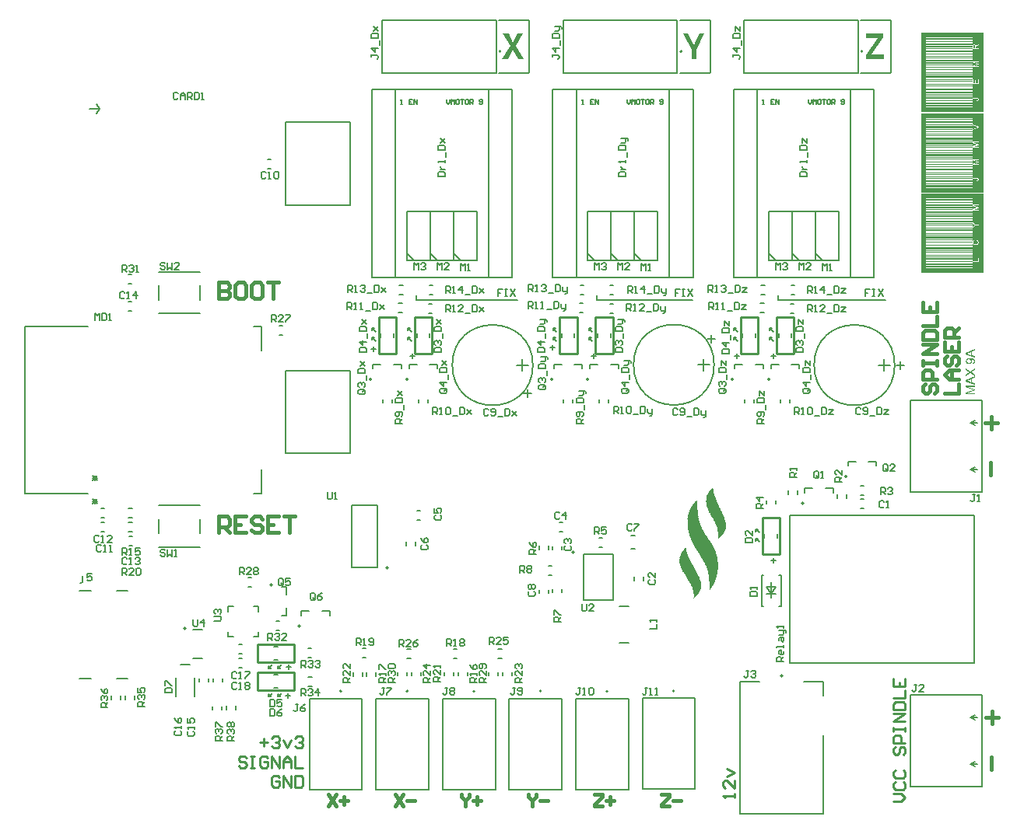
<source format=gto>
G04*
G04 #@! TF.GenerationSoftware,Altium Limited,Altium Designer,24.10.1 (45)*
G04*
G04 Layer_Color=65535*
%FSLAX44Y44*%
%MOMM*%
G71*
G04*
G04 #@! TF.SameCoordinates,0EDCD7A5-6BC7-414E-B131-C269EAA69737*
G04*
G04*
G04 #@! TF.FilePolarity,Positive*
G04*
G01*
G75*
%ADD10C,0.1524*%
%ADD11C,0.2032*%
%ADD12C,0.1270*%
%ADD13C,0.2000*%
%ADD14C,0.1000*%
%ADD15C,0.2540*%
%ADD16C,0.3810*%
G36*
X666904Y340538D02*
Y340300D01*
Y340062D01*
Y339824D01*
Y339585D01*
Y339347D01*
Y339109D01*
Y338871D01*
Y338633D01*
Y338394D01*
Y338156D01*
Y337918D01*
Y337680D01*
Y337441D01*
Y337203D01*
Y336965D01*
Y336727D01*
Y336488D01*
Y336250D01*
Y336012D01*
Y335774D01*
Y335535D01*
Y335297D01*
Y335059D01*
Y334821D01*
Y334582D01*
Y334344D01*
Y334106D01*
Y333868D01*
Y333629D01*
Y333391D01*
Y333153D01*
Y332915D01*
Y332676D01*
Y332438D01*
Y332200D01*
Y331962D01*
Y331724D01*
Y331485D01*
Y331247D01*
Y331009D01*
Y330770D01*
Y330532D01*
Y330294D01*
X667142D01*
Y330056D01*
Y329818D01*
X667380D01*
Y329579D01*
X667142D01*
Y329341D01*
Y329103D01*
Y328865D01*
Y328626D01*
Y328388D01*
Y328150D01*
Y327912D01*
Y327673D01*
Y327435D01*
Y327197D01*
Y326959D01*
Y326720D01*
X667380D01*
Y326482D01*
Y326244D01*
Y326006D01*
Y325767D01*
Y325529D01*
Y325291D01*
Y325053D01*
Y324814D01*
Y324576D01*
Y324338D01*
X667619D01*
Y324100D01*
Y323862D01*
Y323623D01*
Y323385D01*
Y323147D01*
Y322909D01*
X668095D01*
Y322670D01*
X667857D01*
Y322432D01*
Y322194D01*
Y321955D01*
Y321717D01*
X668095D01*
Y321479D01*
Y321241D01*
Y321003D01*
Y320764D01*
Y320526D01*
X668333D01*
Y320288D01*
Y320050D01*
Y319811D01*
Y319573D01*
Y319335D01*
X668572D01*
Y319097D01*
Y318858D01*
Y318620D01*
Y318382D01*
X669048D01*
Y318144D01*
X668810D01*
Y317905D01*
Y317667D01*
Y317429D01*
X669048D01*
Y317191D01*
Y316952D01*
Y316714D01*
X669286D01*
Y316476D01*
Y316238D01*
Y315999D01*
X669525D01*
Y315761D01*
Y315523D01*
Y315285D01*
X669763D01*
Y315047D01*
Y314808D01*
Y314570D01*
X670001D01*
Y314332D01*
Y314093D01*
Y313855D01*
X670239D01*
Y313617D01*
Y313379D01*
X670478D01*
Y313141D01*
Y312902D01*
Y312664D01*
X670716D01*
Y312426D01*
Y312188D01*
X670954D01*
Y311949D01*
Y311711D01*
Y311473D01*
X671192D01*
Y311235D01*
Y310996D01*
X671431D01*
Y310758D01*
Y310520D01*
X671669D01*
Y310282D01*
Y310043D01*
X671907D01*
Y309805D01*
Y309567D01*
X672145D01*
Y309329D01*
Y309090D01*
X672383D01*
Y308852D01*
Y308614D01*
X672860D01*
Y308376D01*
X672622D01*
Y308137D01*
X672860D01*
Y307899D01*
Y307661D01*
X673098D01*
Y307423D01*
Y307185D01*
X673336D01*
Y306946D01*
Y306708D01*
X673575D01*
Y306470D01*
X673813D01*
Y306231D01*
Y305993D01*
X674051D01*
Y305755D01*
Y305517D01*
X674289D01*
Y305278D01*
X674528D01*
Y305040D01*
Y304802D01*
X674766D01*
Y304564D01*
Y304326D01*
X675004D01*
Y304087D01*
X675242D01*
Y303849D01*
Y303611D01*
X675481D01*
Y303372D01*
Y303134D01*
X675719D01*
Y302896D01*
X675957D01*
Y302658D01*
Y302420D01*
X676195D01*
Y302181D01*
X676434D01*
Y301943D01*
Y301705D01*
X676672D01*
Y301467D01*
X676910D01*
Y301228D01*
Y300990D01*
X677148D01*
Y300752D01*
X677387D01*
Y300514D01*
Y300275D01*
X677625D01*
Y300037D01*
X677863D01*
Y299799D01*
Y299561D01*
X678101D01*
Y299322D01*
X678340D01*
Y299084D01*
Y298846D01*
X678578D01*
Y298608D01*
X678816D01*
Y298369D01*
Y298131D01*
X679054D01*
Y297893D01*
X679293D01*
Y297655D01*
Y297416D01*
X679531D01*
Y297178D01*
X679769D01*
Y296940D01*
Y296702D01*
X680007D01*
Y296464D01*
X680246D01*
Y296225D01*
Y295987D01*
X680484D01*
Y295749D01*
X680722D01*
Y295511D01*
Y295272D01*
X680960D01*
Y295034D01*
X681199D01*
Y294796D01*
X681437D01*
Y294557D01*
Y294319D01*
X681675D01*
Y294081D01*
X681913D01*
Y293843D01*
Y293605D01*
X682151D01*
Y293366D01*
X682390D01*
Y293128D01*
X682628D01*
Y292890D01*
Y292652D01*
X682866D01*
Y292413D01*
Y292175D01*
X683104D01*
Y291937D01*
Y291699D01*
X683343D01*
Y291460D01*
X683581D01*
Y291222D01*
Y290984D01*
X683819D01*
Y290746D01*
Y290507D01*
X684057D01*
Y290269D01*
Y290031D01*
X684296D01*
Y289793D01*
Y289554D01*
X684534D01*
Y289316D01*
Y289078D01*
X684772D01*
Y288840D01*
Y288601D01*
X685010D01*
Y288363D01*
Y288125D01*
X685249D01*
Y287887D01*
Y287649D01*
X685487D01*
Y287410D01*
Y287172D01*
X685725D01*
Y286934D01*
Y286695D01*
X685963D01*
Y286457D01*
Y286219D01*
Y285981D01*
X686202D01*
Y285742D01*
Y285504D01*
X686440D01*
Y285266D01*
Y285028D01*
Y284790D01*
X686678D01*
Y284551D01*
Y284313D01*
Y284075D01*
X686916D01*
Y283837D01*
Y283598D01*
X687155D01*
Y283360D01*
Y283122D01*
Y282884D01*
Y282645D01*
X687393D01*
Y282407D01*
Y282169D01*
Y281931D01*
X687631D01*
Y281692D01*
Y281454D01*
Y281216D01*
X687869D01*
Y280978D01*
Y280739D01*
Y280501D01*
Y280263D01*
X688108D01*
Y280025D01*
Y279786D01*
Y279548D01*
Y279310D01*
X688584D01*
Y279072D01*
X688346D01*
Y278834D01*
Y278595D01*
Y278357D01*
X688584D01*
Y278119D01*
Y277880D01*
Y277642D01*
Y277404D01*
Y277166D01*
X688822D01*
Y276928D01*
Y276689D01*
Y276451D01*
Y276213D01*
Y275975D01*
Y275736D01*
Y275498D01*
X689061D01*
Y275260D01*
X689299D01*
Y275022D01*
X689061D01*
Y274783D01*
Y274545D01*
Y274307D01*
Y274069D01*
Y273830D01*
Y273592D01*
Y273354D01*
X689299D01*
Y273116D01*
Y272877D01*
Y272639D01*
Y272401D01*
Y272163D01*
Y271924D01*
Y271686D01*
Y271448D01*
Y271210D01*
Y270972D01*
Y270733D01*
Y270495D01*
Y270257D01*
Y270019D01*
Y269780D01*
Y269542D01*
Y269304D01*
Y269065D01*
Y268827D01*
Y268589D01*
Y268351D01*
Y268113D01*
Y267874D01*
Y267636D01*
Y267398D01*
Y267160D01*
Y266921D01*
Y266683D01*
Y266445D01*
Y266207D01*
Y265968D01*
X689537D01*
Y265730D01*
X689299D01*
Y265492D01*
Y265254D01*
Y265015D01*
X689061D01*
Y264777D01*
Y264539D01*
Y264301D01*
Y264062D01*
Y263824D01*
Y263586D01*
Y263348D01*
X688822D01*
Y263109D01*
Y262871D01*
Y262633D01*
Y262395D01*
Y262157D01*
Y261918D01*
Y261680D01*
X688584D01*
Y261442D01*
Y261203D01*
Y260965D01*
Y260727D01*
Y260489D01*
X688346D01*
Y260250D01*
Y260012D01*
Y259774D01*
X688584D01*
Y259536D01*
X688346D01*
Y259298D01*
X688108D01*
Y259059D01*
Y258821D01*
Y258583D01*
Y258345D01*
Y258106D01*
X687869D01*
Y257868D01*
Y257630D01*
X688108D01*
Y257392D01*
X687631D01*
Y257153D01*
Y256915D01*
Y256677D01*
X687393D01*
Y256439D01*
Y256200D01*
Y255962D01*
Y255724D01*
X687155D01*
Y255486D01*
Y255247D01*
Y255009D01*
X686916D01*
Y254771D01*
Y254533D01*
Y254294D01*
X686678D01*
Y254056D01*
Y253818D01*
X686440D01*
Y253580D01*
Y253342D01*
Y253103D01*
X686202D01*
Y252865D01*
Y252627D01*
X685963D01*
Y252388D01*
Y252150D01*
Y251912D01*
X685725D01*
Y251674D01*
Y251436D01*
X685487D01*
Y251197D01*
Y250959D01*
Y250721D01*
X685249D01*
Y250483D01*
Y250244D01*
X685010D01*
Y250006D01*
Y249768D01*
X684772D01*
Y249530D01*
Y249291D01*
X684534D01*
Y249053D01*
Y248815D01*
X684296D01*
Y248577D01*
Y248338D01*
X684057D01*
Y248100D01*
Y247862D01*
X683819D01*
Y247624D01*
X683581D01*
Y247385D01*
Y247147D01*
X683343D01*
Y246909D01*
Y246671D01*
X683104D01*
Y246432D01*
X682866D01*
Y246194D01*
Y245956D01*
X682628D01*
Y245718D01*
X682390D01*
Y245479D01*
Y245241D01*
X682151D01*
Y245003D01*
Y244765D01*
X681913D01*
Y244527D01*
X681675D01*
Y244288D01*
Y244050D01*
X681437D01*
Y243812D01*
X681199D01*
Y243573D01*
X681437D01*
Y243335D01*
X681199D01*
Y243573D01*
X680960D01*
Y243335D01*
Y243097D01*
X680722D01*
Y242859D01*
X680484D01*
Y242621D01*
Y242382D01*
X680246D01*
Y242144D01*
X680007D01*
Y242382D01*
Y242621D01*
Y242859D01*
Y243097D01*
Y243335D01*
Y243573D01*
Y243812D01*
Y244050D01*
Y244288D01*
Y244527D01*
Y244765D01*
Y245003D01*
Y245241D01*
Y245479D01*
Y245718D01*
Y245956D01*
Y246194D01*
Y246432D01*
Y246671D01*
Y246909D01*
Y247147D01*
Y247385D01*
Y247624D01*
Y247862D01*
Y248100D01*
Y248338D01*
Y248577D01*
Y248815D01*
Y249053D01*
Y249291D01*
Y249530D01*
Y249768D01*
Y250006D01*
Y250244D01*
Y250483D01*
Y250721D01*
Y250959D01*
Y251197D01*
Y251436D01*
Y251674D01*
X679769D01*
Y251912D01*
Y252150D01*
Y252388D01*
X679531D01*
Y252627D01*
X679769D01*
Y252865D01*
X679531D01*
Y253103D01*
X679769D01*
Y253342D01*
Y253580D01*
Y253818D01*
Y254056D01*
Y254294D01*
Y254533D01*
Y254771D01*
Y255009D01*
X679531D01*
Y255247D01*
Y255486D01*
Y255724D01*
Y255962D01*
Y256200D01*
Y256439D01*
Y256677D01*
Y256915D01*
Y257153D01*
X679293D01*
Y257392D01*
Y257630D01*
Y257868D01*
Y258106D01*
Y258345D01*
Y258583D01*
X679054D01*
Y258821D01*
X678816D01*
Y259059D01*
X679054D01*
Y259298D01*
Y259536D01*
Y259774D01*
Y260012D01*
X678816D01*
Y260250D01*
Y260489D01*
Y260727D01*
Y260965D01*
Y261203D01*
X678578D01*
Y261442D01*
Y261680D01*
Y261918D01*
Y262157D01*
X678340D01*
Y262395D01*
Y262633D01*
Y262871D01*
Y263109D01*
X678101D01*
Y263348D01*
Y263586D01*
Y263824D01*
Y264062D01*
X677863D01*
Y264301D01*
Y264539D01*
Y264777D01*
X677625D01*
Y265015D01*
Y265254D01*
Y265492D01*
X677387D01*
Y265730D01*
Y265968D01*
Y266207D01*
X677148D01*
Y266445D01*
Y266683D01*
X676672D01*
Y266921D01*
X676910D01*
Y267160D01*
Y267398D01*
X676434D01*
Y267636D01*
X676672D01*
Y267874D01*
Y268113D01*
X676434D01*
Y268351D01*
Y268589D01*
X676195D01*
Y268827D01*
Y269065D01*
X675957D01*
Y269304D01*
Y269542D01*
X675719D01*
Y269780D01*
Y270019D01*
Y270257D01*
X675481D01*
Y270495D01*
Y270733D01*
X675242D01*
Y270972D01*
Y271210D01*
X675004D01*
Y271448D01*
Y271686D01*
X674766D01*
Y271924D01*
Y272163D01*
X674528D01*
Y272401D01*
Y272639D01*
X674289D01*
Y272877D01*
X674051D01*
Y273116D01*
Y273354D01*
X673575D01*
Y273592D01*
X673813D01*
Y273830D01*
X673575D01*
Y274069D01*
Y274307D01*
X673336D01*
Y274545D01*
Y274783D01*
X673098D01*
Y275022D01*
Y275260D01*
X672860D01*
Y275498D01*
X672622D01*
Y275736D01*
Y275975D01*
X672383D01*
Y276213D01*
Y276451D01*
X672145D01*
Y276689D01*
X671669D01*
Y276928D01*
X671907D01*
Y277166D01*
X671669D01*
Y277404D01*
Y277642D01*
X671431D01*
Y277880D01*
X671192D01*
Y278119D01*
Y278357D01*
X670954D01*
Y278595D01*
Y278834D01*
X670716D01*
Y279072D01*
X670478D01*
Y279310D01*
Y279548D01*
X670239D01*
Y279786D01*
Y280025D01*
X670001D01*
Y280263D01*
X669763D01*
Y280501D01*
Y280739D01*
X669525D01*
Y280978D01*
Y281216D01*
X669286D01*
Y281454D01*
X669048D01*
Y281692D01*
Y281931D01*
X668810D01*
Y282169D01*
Y282407D01*
X668572D01*
Y282645D01*
X668333D01*
Y282884D01*
Y283122D01*
X668095D01*
Y283360D01*
Y283598D01*
X667857D01*
Y283837D01*
X667619D01*
Y284075D01*
Y284313D01*
X667380D01*
Y284551D01*
Y284790D01*
X667142D01*
Y285028D01*
X666904D01*
Y285266D01*
Y285504D01*
X666666D01*
Y285742D01*
X666427D01*
Y285981D01*
Y286219D01*
X666189D01*
Y286457D01*
X665951D01*
Y286695D01*
Y286934D01*
X665713D01*
Y287172D01*
X665474D01*
Y287410D01*
Y287649D01*
X665236D01*
Y287887D01*
X664998D01*
Y288125D01*
Y288363D01*
X664760D01*
Y288601D01*
X664521D01*
Y288840D01*
Y289078D01*
X664283D01*
Y289316D01*
X664045D01*
Y289554D01*
Y289793D01*
X663807D01*
Y290031D01*
Y290269D01*
X663568D01*
Y290507D01*
X663330D01*
Y290746D01*
Y290984D01*
X663092D01*
Y291222D01*
Y291460D01*
X662854D01*
Y291699D01*
Y291937D01*
X662616D01*
Y292175D01*
Y292413D01*
X662377D01*
Y292652D01*
Y292890D01*
X662139D01*
Y293128D01*
Y293366D01*
X661901D01*
Y293605D01*
Y293843D01*
X661663D01*
Y294081D01*
Y294319D01*
X661424D01*
Y294557D01*
Y294796D01*
X661186D01*
Y295034D01*
Y295272D01*
Y295511D01*
X660948D01*
Y295749D01*
Y295987D01*
X660710D01*
Y296225D01*
Y296464D01*
X660471D01*
Y296702D01*
Y296940D01*
X660233D01*
Y297178D01*
Y297416D01*
Y297655D01*
X659995D01*
Y297893D01*
Y298131D01*
X659757D01*
Y298369D01*
Y298608D01*
Y298846D01*
X659518D01*
Y299084D01*
Y299322D01*
X659042D01*
Y299561D01*
X659280D01*
Y299799D01*
Y300037D01*
X659042D01*
Y300275D01*
Y300514D01*
Y300752D01*
X658804D01*
Y300990D01*
Y301228D01*
Y301467D01*
X658565D01*
Y301705D01*
Y301943D01*
Y302181D01*
X658327D01*
Y302420D01*
Y302658D01*
Y302896D01*
X658089D01*
Y303134D01*
Y303372D01*
Y303611D01*
X657851D01*
Y303849D01*
Y304087D01*
Y304326D01*
Y304564D01*
X657612D01*
Y304802D01*
Y305040D01*
Y305278D01*
Y305517D01*
X657374D01*
Y305755D01*
Y305993D01*
Y306231D01*
Y306470D01*
Y306708D01*
X656898D01*
Y306946D01*
X657136D01*
Y307185D01*
Y307423D01*
Y307661D01*
X656898D01*
Y307899D01*
Y308137D01*
Y308376D01*
Y308614D01*
Y308852D01*
Y309090D01*
X656659D01*
Y309329D01*
Y309567D01*
Y309805D01*
Y310043D01*
Y310282D01*
Y310520D01*
X656421D01*
Y310758D01*
Y310996D01*
Y311235D01*
Y311473D01*
Y311711D01*
Y311949D01*
Y312188D01*
X656183D01*
Y312426D01*
Y312664D01*
X655945D01*
Y312902D01*
X656183D01*
Y313141D01*
X655945D01*
Y313379D01*
X656183D01*
Y313617D01*
Y313855D01*
Y314093D01*
Y314332D01*
Y314570D01*
Y314808D01*
Y315047D01*
Y315285D01*
Y315523D01*
Y315761D01*
Y315999D01*
Y316238D01*
Y316476D01*
Y316714D01*
Y316952D01*
Y317191D01*
Y317429D01*
Y317667D01*
Y317905D01*
Y318144D01*
Y318382D01*
Y318620D01*
Y318858D01*
Y319097D01*
Y319335D01*
Y319573D01*
X655945D01*
Y319811D01*
X656183D01*
Y320050D01*
X655945D01*
Y320288D01*
X656183D01*
Y320526D01*
X656421D01*
Y320764D01*
Y321003D01*
Y321241D01*
Y321479D01*
Y321717D01*
Y321955D01*
Y322194D01*
Y322432D01*
X656659D01*
Y322670D01*
Y322909D01*
Y323147D01*
Y323385D01*
X656421D01*
Y323623D01*
X656659D01*
Y323862D01*
X656898D01*
Y324100D01*
Y324338D01*
Y324576D01*
Y324814D01*
X657136D01*
Y325053D01*
Y325291D01*
Y325529D01*
Y325767D01*
X657374D01*
Y326006D01*
Y326244D01*
Y326482D01*
X657612D01*
Y326720D01*
Y326959D01*
Y327197D01*
X657851D01*
Y327435D01*
Y327673D01*
Y327912D01*
X658089D01*
Y328150D01*
Y328388D01*
Y328626D01*
X658327D01*
Y328865D01*
Y329103D01*
X658565D01*
Y329341D01*
Y329579D01*
Y329818D01*
X658804D01*
Y330056D01*
Y330294D01*
X659042D01*
Y330532D01*
Y330770D01*
X659280D01*
Y331009D01*
Y331247D01*
X659042D01*
Y331485D01*
X659280D01*
Y331247D01*
X659518D01*
Y331485D01*
Y331724D01*
X659757D01*
Y331962D01*
Y332200D01*
X659995D01*
Y332438D01*
Y332676D01*
X660233D01*
Y332915D01*
Y333153D01*
X660471D01*
Y333391D01*
X660233D01*
Y333629D01*
X660471D01*
Y333391D01*
X660710D01*
Y333629D01*
Y333868D01*
X660948D01*
Y334106D01*
Y334344D01*
X661186D01*
Y334582D01*
X661424D01*
Y334821D01*
X661186D01*
Y335059D01*
X661663D01*
Y335297D01*
X661901D01*
Y335535D01*
X661663D01*
Y335774D01*
X661901D01*
Y335535D01*
X662139D01*
Y335774D01*
Y336012D01*
X662377D01*
Y336250D01*
X662616D01*
Y336488D01*
X662854D01*
Y336727D01*
Y336965D01*
X663092D01*
Y337203D01*
X663330D01*
Y337441D01*
X663568D01*
Y337680D01*
X663807D01*
Y337918D01*
Y338156D01*
X664045D01*
Y338394D01*
X664283D01*
Y338633D01*
X664521D01*
Y338871D01*
X664760D01*
Y339109D01*
Y339347D01*
X665236D01*
Y339585D01*
X665474D01*
Y339824D01*
Y340062D01*
X665713D01*
Y339824D01*
X665951D01*
Y340062D01*
X666189D01*
Y340300D01*
X666427D01*
Y340538D01*
X666666D01*
Y340777D01*
X666904D01*
Y340538D01*
D02*
G37*
G36*
X683819Y353880D02*
Y353642D01*
Y353404D01*
Y353165D01*
Y352927D01*
X684057D01*
Y352689D01*
Y352451D01*
Y352212D01*
Y351974D01*
Y351736D01*
Y351498D01*
Y351259D01*
X684296D01*
Y351021D01*
Y350783D01*
Y350545D01*
Y350307D01*
Y350068D01*
Y349830D01*
X684534D01*
Y349592D01*
Y349353D01*
Y349115D01*
Y348877D01*
Y348639D01*
X685010D01*
Y348400D01*
X684772D01*
Y348162D01*
Y347924D01*
Y347686D01*
X685010D01*
Y347448D01*
Y347209D01*
Y346971D01*
Y346733D01*
X685249D01*
Y346495D01*
X685487D01*
Y346256D01*
X685249D01*
Y346018D01*
X685487D01*
Y345780D01*
Y345542D01*
Y345303D01*
Y345065D01*
X685725D01*
Y344827D01*
Y344589D01*
Y344350D01*
X685963D01*
Y344112D01*
Y343874D01*
X686440D01*
Y343636D01*
X686202D01*
Y343397D01*
Y343159D01*
X686678D01*
Y342921D01*
X686440D01*
Y342683D01*
Y342444D01*
X686678D01*
Y342206D01*
Y341968D01*
X687155D01*
Y341730D01*
X686916D01*
Y341492D01*
Y341253D01*
X687155D01*
Y341015D01*
Y340777D01*
Y340538D01*
X687631D01*
Y340300D01*
X687393D01*
Y340062D01*
X687631D01*
Y339824D01*
Y339585D01*
X688108D01*
Y339347D01*
X687869D01*
Y339109D01*
X688108D01*
Y338871D01*
Y338633D01*
Y338394D01*
X688584D01*
Y338156D01*
X688346D01*
Y337918D01*
X688584D01*
Y337680D01*
Y337441D01*
X688822D01*
Y337203D01*
Y336965D01*
X689299D01*
Y336727D01*
X689061D01*
Y336488D01*
X689299D01*
Y336250D01*
Y336012D01*
Y335774D01*
X689775D01*
Y335535D01*
X689537D01*
Y335297D01*
X690014D01*
Y335059D01*
X689775D01*
Y334821D01*
X690014D01*
Y334582D01*
Y334344D01*
X690252D01*
Y334106D01*
Y333868D01*
X690490D01*
Y333629D01*
Y333391D01*
X690728D01*
Y333153D01*
Y332915D01*
X690966D01*
Y332676D01*
Y332438D01*
X691205D01*
Y332200D01*
Y331962D01*
X691681D01*
Y331724D01*
X691443D01*
Y331485D01*
X691681D01*
Y331247D01*
Y331009D01*
X692158D01*
Y330770D01*
X691919D01*
Y330532D01*
X692158D01*
Y330294D01*
Y330056D01*
Y329818D01*
X692396D01*
Y329579D01*
Y329341D01*
X692634D01*
Y329103D01*
Y328865D01*
X693111D01*
Y328626D01*
X692872D01*
Y328388D01*
X693349D01*
Y328150D01*
X693111D01*
Y327912D01*
X693349D01*
Y327673D01*
Y327435D01*
X693587D01*
Y327197D01*
Y326959D01*
X693825D01*
Y326720D01*
Y326482D01*
X694302D01*
Y326244D01*
X694064D01*
Y326006D01*
Y325767D01*
X694302D01*
Y325529D01*
Y325291D01*
X694540D01*
Y325053D01*
Y324814D01*
X694778D01*
Y324576D01*
Y324338D01*
X695017D01*
Y324100D01*
Y323862D01*
Y323623D01*
X695255D01*
Y323385D01*
Y323147D01*
X695493D01*
Y322909D01*
Y322670D01*
X695731D01*
Y322432D01*
Y322194D01*
Y321955D01*
X695970D01*
Y321717D01*
Y321479D01*
Y321241D01*
X696208D01*
Y321003D01*
Y320764D01*
X696684D01*
Y320526D01*
X696446D01*
Y320288D01*
Y320050D01*
X696923D01*
Y319811D01*
X696684D01*
Y319573D01*
Y319335D01*
X696923D01*
Y319097D01*
X697161D01*
Y318858D01*
X696923D01*
Y318620D01*
X697161D01*
Y318382D01*
Y318144D01*
Y317905D01*
Y317667D01*
X697637D01*
Y317429D01*
Y317191D01*
X697399D01*
Y316952D01*
Y316714D01*
X697876D01*
Y316476D01*
X697637D01*
Y316238D01*
Y315999D01*
Y315761D01*
X697876D01*
Y315523D01*
X698114D01*
Y315285D01*
X697876D01*
Y315047D01*
Y314808D01*
Y314570D01*
X698114D01*
Y314332D01*
Y314093D01*
Y313855D01*
Y313617D01*
Y313379D01*
Y313141D01*
Y312902D01*
Y312664D01*
Y312426D01*
Y312188D01*
Y311949D01*
X698352D01*
Y311711D01*
X698114D01*
Y311473D01*
X698352D01*
Y311235D01*
X698114D01*
Y310996D01*
Y310758D01*
Y310520D01*
X697876D01*
Y310282D01*
Y310043D01*
Y309805D01*
Y309567D01*
X698114D01*
Y309329D01*
X697876D01*
Y309090D01*
X697637D01*
Y308852D01*
Y308614D01*
Y308376D01*
X697399D01*
Y308137D01*
Y307899D01*
X697161D01*
Y307661D01*
Y307423D01*
Y307185D01*
X696923D01*
Y306946D01*
X697161D01*
Y306708D01*
X696684D01*
Y306470D01*
X696923D01*
Y306231D01*
X696446D01*
Y305993D01*
X696684D01*
Y305755D01*
X696208D01*
Y305517D01*
X695970D01*
Y305278D01*
X696208D01*
Y305040D01*
X695731D01*
Y304802D01*
X695970D01*
Y304564D01*
X695493D01*
Y304326D01*
X695255D01*
Y304087D01*
X695017D01*
Y303849D01*
Y303611D01*
Y303372D01*
X694540D01*
Y303134D01*
X694302D01*
Y302896D01*
X694064D01*
Y302658D01*
X693825D01*
Y302420D01*
Y302181D01*
X693587D01*
Y301943D01*
X693349D01*
Y301705D01*
X693111D01*
Y301467D01*
X692872D01*
Y301228D01*
X692634D01*
Y300990D01*
X692396D01*
Y300752D01*
X692158D01*
Y300514D01*
X691681D01*
Y300275D01*
X691443D01*
Y300037D01*
Y299799D01*
X690966D01*
Y299561D01*
X690490D01*
Y299322D01*
X690252D01*
Y299084D01*
X690014D01*
Y298846D01*
X689775D01*
Y298608D01*
X689061D01*
Y298846D01*
X689299D01*
Y299084D01*
X689537D01*
Y299322D01*
Y299561D01*
Y299799D01*
Y300037D01*
Y300275D01*
Y300514D01*
Y300752D01*
Y300990D01*
X689299D01*
Y301228D01*
X689537D01*
Y301467D01*
Y301705D01*
Y301943D01*
Y302181D01*
Y302420D01*
Y302658D01*
Y302896D01*
Y303134D01*
Y303372D01*
Y303611D01*
Y303849D01*
X689299D01*
Y304087D01*
Y304326D01*
X689537D01*
Y304564D01*
Y304802D01*
Y305040D01*
Y305278D01*
Y305517D01*
Y305755D01*
Y305993D01*
X689299D01*
Y306231D01*
X689061D01*
Y306470D01*
Y306708D01*
X689299D01*
Y306946D01*
Y307185D01*
X689061D01*
Y307423D01*
X688822D01*
Y307661D01*
X689061D01*
Y307899D01*
Y308137D01*
Y308376D01*
X688822D01*
Y308614D01*
Y308852D01*
Y309090D01*
Y309329D01*
X688584D01*
Y309567D01*
X688346D01*
Y309805D01*
X688584D01*
Y310043D01*
Y310282D01*
X688346D01*
Y310520D01*
Y310758D01*
Y310996D01*
X688108D01*
Y311235D01*
Y311473D01*
Y311711D01*
X687869D01*
Y311949D01*
Y312188D01*
Y312426D01*
X687631D01*
Y312664D01*
Y312902D01*
X687393D01*
Y313141D01*
Y313379D01*
X687155D01*
Y313617D01*
Y313855D01*
Y314093D01*
X686916D01*
Y314332D01*
Y314570D01*
X686678D01*
Y314808D01*
Y315047D01*
X686202D01*
Y315285D01*
X686440D01*
Y315523D01*
X685963D01*
Y315761D01*
X686202D01*
Y315999D01*
Y316238D01*
X685963D01*
Y316476D01*
Y316714D01*
X685725D01*
Y316952D01*
Y317191D01*
X685487D01*
Y317429D01*
X685249D01*
Y317667D01*
Y317905D01*
X684772D01*
Y318144D01*
X685010D01*
Y318382D01*
X684772D01*
Y318620D01*
Y318858D01*
X684534D01*
Y319097D01*
Y319335D01*
X684057D01*
Y319573D01*
X684296D01*
Y319811D01*
X684057D01*
Y320050D01*
Y320288D01*
X683819D01*
Y320526D01*
X683581D01*
Y320764D01*
Y321003D01*
X683343D01*
Y321241D01*
Y321479D01*
X683104D01*
Y321717D01*
Y321955D01*
X682866D01*
Y322194D01*
Y322432D01*
X682628D01*
Y322670D01*
X682151D01*
Y322909D01*
X682390D01*
Y323147D01*
X682151D01*
Y323385D01*
Y323623D01*
X681675D01*
Y323862D01*
X681913D01*
Y324100D01*
X681675D01*
Y324338D01*
X681199D01*
Y324576D01*
X681437D01*
Y324814D01*
X680960D01*
Y325053D01*
X681199D01*
Y325291D01*
X680960D01*
Y325529D01*
Y325767D01*
X680722D01*
Y326006D01*
Y326244D01*
X680246D01*
Y326482D01*
X680484D01*
Y326720D01*
X680246D01*
Y326959D01*
X679769D01*
Y327197D01*
X680007D01*
Y327435D01*
X679531D01*
Y327673D01*
X679769D01*
Y327912D01*
X679531D01*
Y328150D01*
Y328388D01*
X679293D01*
Y328626D01*
Y328865D01*
X679054D01*
Y329103D01*
Y329341D01*
X678816D01*
Y329579D01*
Y329818D01*
X678578D01*
Y330056D01*
Y330294D01*
X678101D01*
Y330532D01*
X678340D01*
Y330770D01*
X677863D01*
Y331009D01*
X678101D01*
Y331247D01*
Y331485D01*
X677625D01*
Y331724D01*
X677863D01*
Y331962D01*
X677625D01*
Y332200D01*
Y332438D01*
X677148D01*
Y332676D01*
X677387D01*
Y332915D01*
Y333153D01*
X677148D01*
Y333391D01*
Y333629D01*
Y333868D01*
X676910D01*
Y334106D01*
Y334344D01*
Y334582D01*
Y334821D01*
X676672D01*
Y335059D01*
Y335297D01*
Y335535D01*
Y335774D01*
Y336012D01*
X676434D01*
Y336250D01*
Y336488D01*
Y336727D01*
X676195D01*
Y336965D01*
X676434D01*
Y337203D01*
Y337441D01*
Y337680D01*
Y337918D01*
Y338156D01*
X676195D01*
Y338394D01*
Y338633D01*
Y338871D01*
Y339109D01*
X675957D01*
Y339347D01*
X676195D01*
Y339585D01*
Y339824D01*
Y340062D01*
X676434D01*
Y340300D01*
Y340538D01*
Y340777D01*
Y341015D01*
Y341253D01*
Y341492D01*
X676195D01*
Y341730D01*
Y341968D01*
X676434D01*
Y342206D01*
X676672D01*
Y342444D01*
Y342683D01*
Y342921D01*
Y343159D01*
Y343397D01*
X676910D01*
Y343636D01*
Y343874D01*
Y344112D01*
X677148D01*
Y344350D01*
Y344589D01*
Y344827D01*
Y345065D01*
X677387D01*
Y345303D01*
X677148D01*
Y345542D01*
Y345780D01*
X677625D01*
Y346018D01*
Y346256D01*
X677863D01*
Y346495D01*
Y346733D01*
X678101D01*
Y346971D01*
X677863D01*
Y347209D01*
X678340D01*
Y347448D01*
Y347686D01*
X678578D01*
Y347924D01*
X678340D01*
Y348162D01*
X678816D01*
Y348400D01*
Y348639D01*
X679054D01*
Y348877D01*
X679293D01*
Y349115D01*
X679054D01*
Y349353D01*
X679531D01*
Y349592D01*
X679293D01*
Y349830D01*
X679531D01*
Y350068D01*
X680007D01*
Y350307D01*
X680246D01*
Y350545D01*
Y350783D01*
X680484D01*
Y351021D01*
X680722D01*
Y351259D01*
X680960D01*
Y351498D01*
X681199D01*
Y351736D01*
X681437D01*
Y351974D01*
Y352212D01*
X681675D01*
Y352451D01*
X681913D01*
Y352689D01*
X682151D01*
Y352927D01*
X682390D01*
Y353165D01*
X682866D01*
Y353404D01*
X683104D01*
Y353642D01*
X683343D01*
Y353880D01*
X683581D01*
Y354118D01*
X683819D01*
Y353880D01*
D02*
G37*
G36*
X654515Y288601D02*
Y288363D01*
Y288125D01*
Y287887D01*
X654753D01*
Y287649D01*
X654515D01*
Y287410D01*
Y287172D01*
X654753D01*
Y286934D01*
Y286695D01*
Y286457D01*
Y286219D01*
Y285981D01*
X654992D01*
Y285742D01*
Y285504D01*
Y285266D01*
Y285028D01*
X655230D01*
Y284790D01*
Y284551D01*
Y284313D01*
Y284075D01*
X655706D01*
Y283837D01*
X655468D01*
Y283598D01*
Y283360D01*
Y283122D01*
X655706D01*
Y282884D01*
Y282645D01*
Y282407D01*
X655945D01*
Y282169D01*
Y281931D01*
Y281692D01*
X656183D01*
Y281454D01*
X656421D01*
Y281216D01*
X656183D01*
Y280978D01*
X656421D01*
Y280739D01*
Y280501D01*
Y280263D01*
X656659D01*
Y280025D01*
Y279786D01*
Y279548D01*
X656898D01*
Y279310D01*
Y279072D01*
X657136D01*
Y278834D01*
Y278595D01*
X657612D01*
Y278357D01*
X657374D01*
Y278119D01*
Y277880D01*
X657851D01*
Y277642D01*
X657612D01*
Y277404D01*
X657851D01*
Y277166D01*
Y276928D01*
X658089D01*
Y276689D01*
Y276451D01*
X658327D01*
Y276213D01*
Y275975D01*
X658565D01*
Y275736D01*
Y275498D01*
X658804D01*
Y275260D01*
Y275022D01*
X659042D01*
Y274783D01*
Y274545D01*
X659280D01*
Y274307D01*
Y274069D01*
X659518D01*
Y273830D01*
Y273592D01*
X659757D01*
Y273354D01*
Y273116D01*
X659995D01*
Y272877D01*
Y272639D01*
X660471D01*
Y272401D01*
X660233D01*
Y272163D01*
X660471D01*
Y271924D01*
Y271686D01*
X660710D01*
Y271448D01*
Y271210D01*
X660948D01*
Y270972D01*
X661424D01*
Y270733D01*
X661186D01*
Y270495D01*
X661424D01*
Y270257D01*
Y270019D01*
X661663D01*
Y269780D01*
Y269542D01*
X662139D01*
Y269304D01*
X661901D01*
Y269065D01*
X662139D01*
Y268827D01*
X662616D01*
Y268589D01*
X662377D01*
Y268351D01*
X662616D01*
Y268113D01*
Y267874D01*
X662854D01*
Y267636D01*
Y267398D01*
X663330D01*
Y267160D01*
X663092D01*
Y266921D01*
X663330D01*
Y266683D01*
X663807D01*
Y266445D01*
X663568D01*
Y266207D01*
X663807D01*
Y265968D01*
Y265730D01*
X664045D01*
Y265492D01*
Y265254D01*
X664521D01*
Y265015D01*
X664283D01*
Y264777D01*
X664521D01*
Y264539D01*
X664998D01*
Y264301D01*
X664760D01*
Y264062D01*
X664998D01*
Y263824D01*
Y263586D01*
X665236D01*
Y263348D01*
Y263109D01*
X665713D01*
Y262871D01*
X665474D01*
Y262633D01*
X665713D01*
Y262395D01*
X665951D01*
Y262157D01*
Y261918D01*
X666189D01*
Y261680D01*
Y261442D01*
X666427D01*
Y261203D01*
Y260965D01*
X666666D01*
Y260727D01*
Y260489D01*
X666904D01*
Y260250D01*
Y260012D01*
X667142D01*
Y259774D01*
Y259536D01*
X667380D01*
Y259298D01*
Y259059D01*
X667619D01*
Y258821D01*
Y258583D01*
X667857D01*
Y258345D01*
Y258106D01*
X668095D01*
Y257868D01*
Y257630D01*
Y257392D01*
X668333D01*
Y257153D01*
Y256915D01*
X668810D01*
Y256677D01*
X668572D01*
Y256439D01*
Y256200D01*
X669048D01*
Y255962D01*
X668810D01*
Y255724D01*
X669048D01*
Y255486D01*
Y255247D01*
X669286D01*
Y255009D01*
Y254771D01*
Y254533D01*
X669525D01*
Y254294D01*
Y254056D01*
X669763D01*
Y253818D01*
X670001D01*
Y253580D01*
X669763D01*
Y253342D01*
X670239D01*
Y253103D01*
X670001D01*
Y252865D01*
Y252627D01*
X670239D01*
Y252388D01*
X670478D01*
Y252150D01*
X670239D01*
Y251912D01*
X670478D01*
Y251674D01*
Y251436D01*
Y251197D01*
Y250959D01*
X670716D01*
Y250721D01*
Y250483D01*
Y250244D01*
Y250006D01*
Y249768D01*
X670954D01*
Y249530D01*
Y249291D01*
Y249053D01*
Y248815D01*
Y248577D01*
X671192D01*
Y248338D01*
Y248100D01*
Y247862D01*
Y247624D01*
Y247385D01*
Y247147D01*
X670954D01*
Y246909D01*
Y246671D01*
Y246432D01*
X671192D01*
Y246194D01*
X670954D01*
Y245956D01*
Y245718D01*
X670716D01*
Y245479D01*
Y245241D01*
Y245003D01*
X670954D01*
Y244765D01*
X670716D01*
Y244527D01*
Y244288D01*
X670478D01*
Y244050D01*
Y243812D01*
Y243573D01*
X670239D01*
Y243335D01*
Y243097D01*
X670478D01*
Y242859D01*
X670001D01*
Y242621D01*
Y242382D01*
Y242144D01*
X669763D01*
Y241906D01*
Y241667D01*
X669525D01*
Y241429D01*
X669763D01*
Y241191D01*
X669286D01*
Y240953D01*
Y240715D01*
X669048D01*
Y240476D01*
X668810D01*
Y240238D01*
X669048D01*
Y240000D01*
X668572D01*
Y239762D01*
Y239523D01*
X668333D01*
Y239285D01*
X668095D01*
Y239047D01*
X668333D01*
Y238809D01*
X668095D01*
Y238570D01*
X667619D01*
Y238332D01*
X667380D01*
Y238094D01*
X667142D01*
Y237856D01*
X667380D01*
Y237617D01*
X666904D01*
Y237379D01*
Y237141D01*
X666427D01*
Y236903D01*
X666189D01*
Y236664D01*
X665951D01*
Y236426D01*
X665713D01*
Y236188D01*
X665474D01*
Y235950D01*
X665236D01*
Y235711D01*
X664998D01*
Y235473D01*
X664760D01*
Y235235D01*
X664521D01*
Y234997D01*
X664283D01*
Y234758D01*
Y234520D01*
X663568D01*
Y234282D01*
X663330D01*
Y234044D01*
X663092D01*
Y233806D01*
X662854D01*
Y233567D01*
X662616D01*
Y233806D01*
Y234044D01*
Y234282D01*
X662854D01*
Y234520D01*
Y234758D01*
Y234997D01*
Y235235D01*
Y235473D01*
Y235711D01*
Y235950D01*
Y236188D01*
Y236426D01*
Y236664D01*
Y236903D01*
Y237141D01*
Y237379D01*
Y237617D01*
Y237856D01*
Y238094D01*
Y238332D01*
X662616D01*
Y238570D01*
Y238809D01*
Y239047D01*
Y239285D01*
Y239523D01*
Y239762D01*
Y240000D01*
Y240238D01*
X662377D01*
Y240476D01*
X662139D01*
Y240715D01*
X662377D01*
Y240953D01*
Y241191D01*
Y241429D01*
X662139D01*
Y241667D01*
Y241906D01*
Y242144D01*
Y242382D01*
X661901D01*
Y242621D01*
Y242859D01*
Y243097D01*
Y243335D01*
X661424D01*
Y243573D01*
Y243812D01*
X661663D01*
Y244050D01*
Y244288D01*
X661424D01*
Y244527D01*
Y244765D01*
Y245003D01*
X660948D01*
Y245241D01*
X661186D01*
Y245479D01*
Y245718D01*
X660710D01*
Y245956D01*
X660948D01*
Y246194D01*
X660471D01*
Y246432D01*
X660710D01*
Y246671D01*
Y246909D01*
X660233D01*
Y247147D01*
X660471D01*
Y247385D01*
X660233D01*
Y247624D01*
Y247862D01*
X659995D01*
Y248100D01*
Y248338D01*
X659757D01*
Y248577D01*
Y248815D01*
X659518D01*
Y249053D01*
Y249291D01*
X659280D01*
Y249530D01*
Y249768D01*
X658804D01*
Y250006D01*
X659042D01*
Y250244D01*
X658565D01*
Y250483D01*
X658804D01*
Y250721D01*
X658565D01*
Y250959D01*
Y251197D01*
X658327D01*
Y251436D01*
X658089D01*
Y251674D01*
Y251912D01*
X657612D01*
Y252150D01*
X657851D01*
Y252388D01*
X657612D01*
Y252627D01*
X657374D01*
Y252865D01*
Y253103D01*
X656898D01*
Y253342D01*
X657136D01*
Y253580D01*
X656898D01*
Y253818D01*
X656659D01*
Y254056D01*
Y254294D01*
X656183D01*
Y254533D01*
X656421D01*
Y254771D01*
X656183D01*
Y255009D01*
X655945D01*
Y255247D01*
Y255486D01*
X655706D01*
Y255724D01*
X655468D01*
Y255962D01*
Y256200D01*
X654992D01*
Y256439D01*
X655230D01*
Y256677D01*
X654992D01*
Y256915D01*
X654753D01*
Y257153D01*
Y257392D01*
X654515D01*
Y257630D01*
X654277D01*
Y257868D01*
Y258106D01*
X654039D01*
Y258345D01*
X653562D01*
Y258583D01*
X653801D01*
Y258821D01*
X653324D01*
Y259059D01*
X653562D01*
Y259298D01*
X653324D01*
Y259536D01*
X653086D01*
Y259774D01*
Y260012D01*
X652848D01*
Y260250D01*
X652609D01*
Y260489D01*
Y260727D01*
X652371D01*
Y260965D01*
Y261203D01*
X652133D01*
Y261442D01*
X651656D01*
Y261680D01*
X651895D01*
Y261918D01*
X651656D01*
Y262157D01*
Y262395D01*
X651418D01*
Y262633D01*
X650942D01*
Y262871D01*
X651180D01*
Y263109D01*
X650942D01*
Y263348D01*
Y263586D01*
X650703D01*
Y263824D01*
Y264062D01*
X650465D01*
Y264301D01*
Y264539D01*
X650227D01*
Y264777D01*
X649750D01*
Y265015D01*
X649989D01*
Y265254D01*
X649750D01*
Y265492D01*
Y265730D01*
X649274D01*
Y265968D01*
X649512D01*
Y266207D01*
X649036D01*
Y266445D01*
X649274D01*
Y266683D01*
X649036D01*
Y266921D01*
Y267160D01*
Y267398D01*
X648559D01*
Y267636D01*
X648797D01*
Y267874D01*
Y268113D01*
X648559D01*
Y268351D01*
Y268589D01*
Y268827D01*
X648083D01*
Y269065D01*
Y269304D01*
X648321D01*
Y269542D01*
X648083D01*
Y269780D01*
Y270019D01*
Y270257D01*
Y270495D01*
X647844D01*
Y270733D01*
X647606D01*
Y270972D01*
X647844D01*
Y271210D01*
Y271448D01*
Y271686D01*
Y271924D01*
X647606D01*
Y272163D01*
Y272401D01*
X647368D01*
Y272639D01*
X647606D01*
Y272877D01*
Y273116D01*
Y273354D01*
Y273592D01*
Y273830D01*
Y274069D01*
Y274307D01*
Y274545D01*
Y274783D01*
Y275022D01*
Y275260D01*
Y275498D01*
X647368D01*
Y275736D01*
X647606D01*
Y275975D01*
Y276213D01*
Y276451D01*
Y276689D01*
Y276928D01*
X647844D01*
Y277166D01*
Y277404D01*
Y277642D01*
Y277880D01*
X647606D01*
Y278119D01*
X647844D01*
Y278357D01*
X648083D01*
Y278595D01*
Y278834D01*
Y279072D01*
Y279310D01*
X648321D01*
Y279548D01*
X648083D01*
Y279786D01*
X648321D01*
Y280025D01*
X648559D01*
Y280263D01*
Y280501D01*
X648321D01*
Y280739D01*
X648797D01*
Y280978D01*
X648559D01*
Y281216D01*
X649036D01*
Y281454D01*
Y281692D01*
Y281931D01*
X649274D01*
Y282169D01*
X649036D01*
Y282407D01*
X649274D01*
Y282645D01*
X649512D01*
Y282884D01*
X649750D01*
Y283122D01*
Y283360D01*
X649989D01*
Y283598D01*
Y283837D01*
X650227D01*
Y284075D01*
Y284313D01*
X650465D01*
Y284551D01*
X650703D01*
Y284790D01*
X650465D01*
Y285028D01*
X650703D01*
Y285266D01*
X651180D01*
Y285504D01*
X650942D01*
Y285742D01*
X651180D01*
Y285504D01*
X651418D01*
Y285742D01*
Y285981D01*
X651656D01*
Y286219D01*
X651895D01*
Y286457D01*
X652133D01*
Y286695D01*
X652371D01*
Y286934D01*
Y287172D01*
X652609D01*
Y287410D01*
X652848D01*
Y287649D01*
Y287887D01*
X653324D01*
Y288125D01*
X653562D01*
Y288363D01*
Y288601D01*
X653801D01*
Y288363D01*
X654039D01*
Y288601D01*
X654277D01*
Y288840D01*
X654515D01*
Y288601D01*
D02*
G37*
G36*
X977900Y763270D02*
X910324D01*
Y849630D01*
X977900D01*
Y763270D01*
D02*
G37*
G36*
Y675640D02*
X910324D01*
Y762000D01*
X977900D01*
Y675640D01*
D02*
G37*
G36*
Y588010D02*
X910211D01*
Y674370D01*
X977900D01*
Y588010D01*
D02*
G37*
G36*
X665646Y830841D02*
Y821108D01*
X660333D01*
Y830888D01*
X651259Y848753D01*
X656807D01*
X661086Y840291D01*
X662966Y836012D01*
X664800Y840197D01*
X668843Y848753D01*
X674626D01*
X665646Y830841D01*
D02*
G37*
G36*
X869337Y844663D02*
X856548Y825951D01*
X869525D01*
Y821249D01*
X850060D01*
Y825105D01*
X862708Y844193D01*
X850483D01*
Y848894D01*
X869337D01*
Y844663D01*
D02*
G37*
G36*
X469360Y835307D02*
X477823Y821108D01*
X471523D01*
X466304Y831264D01*
X460991Y821108D01*
X454362D01*
X463060Y835448D01*
X455209Y848753D01*
X461367D01*
X466163Y839162D01*
X471147Y848753D01*
X477259D01*
X469360Y835307D01*
D02*
G37*
G36*
X968841Y503479D02*
X965881Y502337D01*
Y498249D01*
X968841Y497192D01*
Y495825D01*
X959086Y499546D01*
Y500956D01*
X968841Y504945D01*
Y503479D01*
D02*
G37*
G36*
X964231Y495219D02*
X964415D01*
X964626Y495204D01*
X964837Y495176D01*
X965317Y495134D01*
X965824Y495063D01*
X966303Y494965D01*
X966543Y494894D01*
X966755Y494824D01*
X966769D01*
X966797Y494810D01*
X966853Y494781D01*
X966938Y494753D01*
X967022Y494711D01*
X967135Y494655D01*
X967375Y494514D01*
X967643Y494344D01*
X967925Y494147D01*
X968193Y493893D01*
X968432Y493611D01*
Y493597D01*
X968460Y493569D01*
X968488Y493527D01*
X968517Y493470D01*
X968559Y493386D01*
X968615Y493301D01*
X968672Y493189D01*
X968714Y493076D01*
X968827Y492808D01*
X968925Y492484D01*
X968982Y492131D01*
X969010Y491736D01*
Y491624D01*
X968996Y491553D01*
Y491455D01*
X968982Y491342D01*
X968925Y491074D01*
X968855Y490778D01*
X968742Y490468D01*
X968587Y490158D01*
X968488Y490003D01*
X968376Y489862D01*
X968362Y489847D01*
X968348Y489833D01*
X968305Y489791D01*
X968263Y489749D01*
X968193Y489692D01*
X968108Y489622D01*
X967911Y489481D01*
X967657Y489340D01*
X967347Y489199D01*
X966994Y489086D01*
X966585Y489002D01*
X966487Y490158D01*
X966501D01*
X966529Y490172D01*
X966557D01*
X966614Y490186D01*
X966769Y490228D01*
X966938Y490285D01*
X967135Y490355D01*
X967333Y490454D01*
X967516Y490566D01*
X967671Y490707D01*
X967685Y490722D01*
X967727Y490778D01*
X967784Y490877D01*
X967840Y490989D01*
X967911Y491144D01*
X967967Y491328D01*
X968009Y491539D01*
X968023Y491765D01*
Y491863D01*
X968009Y491962D01*
X967995Y492089D01*
X967967Y492244D01*
X967925Y492399D01*
X967868Y492568D01*
X967784Y492723D01*
X967770Y492737D01*
X967741Y492794D01*
X967685Y492878D01*
X967600Y492963D01*
X967502Y493076D01*
X967389Y493189D01*
X967262Y493301D01*
X967107Y493414D01*
X967093Y493428D01*
X967022Y493456D01*
X966924Y493513D01*
X966797Y493569D01*
X966628Y493640D01*
X966430Y493710D01*
X966205Y493781D01*
X965951Y493851D01*
X965937D01*
X965923Y493865D01*
X965881D01*
X965824Y493879D01*
X965683Y493907D01*
X965500Y493950D01*
X965274Y493978D01*
X965035Y494006D01*
X964767Y494020D01*
X964485Y494034D01*
X964471D01*
X964429D01*
X964358D01*
X964245D01*
X964274Y494020D01*
X964344Y493964D01*
X964443Y493879D01*
X964584Y493781D01*
X964725Y493640D01*
X964880Y493470D01*
X965035Y493273D01*
X965176Y493047D01*
X965190Y493019D01*
X965232Y492935D01*
X965288Y492808D01*
X965345Y492653D01*
X965415Y492441D01*
X965472Y492216D01*
X965514Y491962D01*
X965528Y491694D01*
Y491581D01*
X965514Y491497D01*
X965500Y491384D01*
X965486Y491271D01*
X965458Y491130D01*
X965415Y490989D01*
X965317Y490665D01*
X965246Y490496D01*
X965162Y490327D01*
X965063Y490144D01*
X964936Y489974D01*
X964809Y489805D01*
X964654Y489650D01*
X964640Y489636D01*
X964612Y489608D01*
X964570Y489580D01*
X964499Y489523D01*
X964400Y489453D01*
X964302Y489382D01*
X964175Y489312D01*
X964034Y489241D01*
X963879Y489157D01*
X963710Y489086D01*
X963512Y489016D01*
X963315Y488945D01*
X963089Y488889D01*
X962850Y488861D01*
X962610Y488833D01*
X962342Y488818D01*
X962328D01*
X962272D01*
X962201D01*
X962103Y488833D01*
X961976Y488847D01*
X961821Y488861D01*
X961666Y488889D01*
X961482Y488931D01*
X961116Y489030D01*
X960918Y489100D01*
X960707Y489185D01*
X960510Y489284D01*
X960326Y489411D01*
X960129Y489537D01*
X959960Y489692D01*
X959946Y489706D01*
X959918Y489735D01*
X959875Y489777D01*
X959819Y489847D01*
X959748Y489932D01*
X959664Y490045D01*
X959593Y490158D01*
X959495Y490299D01*
X959410Y490440D01*
X959340Y490609D01*
X959184Y490989D01*
X959128Y491187D01*
X959086Y491412D01*
X959058Y491638D01*
X959044Y491878D01*
Y491976D01*
X959058Y492047D01*
Y492117D01*
X959072Y492216D01*
X959114Y492455D01*
X959170Y492723D01*
X959269Y493019D01*
X959396Y493315D01*
X959565Y493611D01*
Y493625D01*
X959593Y493640D01*
X959622Y493682D01*
X959664Y493738D01*
X959777Y493879D01*
X959932Y494062D01*
X960143Y494246D01*
X960397Y494457D01*
X960693Y494641D01*
X961031Y494810D01*
X961045D01*
X961074Y494824D01*
X961130Y494852D01*
X961200Y494880D01*
X961299Y494908D01*
X961426Y494951D01*
X961567Y494979D01*
X961722Y495021D01*
X961905Y495063D01*
X962117Y495106D01*
X962342Y495134D01*
X962582Y495162D01*
X962850Y495190D01*
X963132Y495219D01*
X963442Y495233D01*
X963766D01*
X963780D01*
X963851D01*
X963949D01*
X964076D01*
X964231Y495219D01*
D02*
G37*
G36*
X968841Y482771D02*
X965373Y480304D01*
X965359Y480290D01*
X965317Y480261D01*
X965260Y480233D01*
X965190Y480177D01*
X964993Y480050D01*
X964781Y479909D01*
X964795Y479895D01*
X964852Y479853D01*
X964936Y479796D01*
X965049Y479726D01*
X965274Y479571D01*
X965373Y479500D01*
X965458Y479444D01*
X968841Y476977D01*
Y475426D01*
X963794Y479190D01*
X959086Y475863D01*
Y477400D01*
X961595Y479176D01*
X961609D01*
X961623Y479204D01*
X961666Y479232D01*
X961722Y479275D01*
X961863Y479359D01*
X962032Y479486D01*
X962230Y479613D01*
X962427Y479740D01*
X962610Y479853D01*
X962779Y479951D01*
X962751Y479966D01*
X962695Y480008D01*
X962582Y480078D01*
X962441Y480177D01*
X962286Y480290D01*
X962088Y480431D01*
X961891Y480572D01*
X961680Y480741D01*
X959086Y482686D01*
Y484096D01*
X963738Y480713D01*
X968841Y484364D01*
Y482771D01*
D02*
G37*
G36*
Y473918D02*
X965881Y472776D01*
Y468688D01*
X968841Y467631D01*
Y466263D01*
X959086Y469985D01*
Y471395D01*
X968841Y475384D01*
Y473918D01*
D02*
G37*
G36*
Y463994D02*
X960679D01*
X968841Y461146D01*
Y459990D01*
X960538Y457171D01*
X968841D01*
Y455930D01*
X959086D01*
Y457861D01*
X966008Y460173D01*
X966022D01*
X966050Y460187D01*
X966092Y460201D01*
X966162Y460230D01*
X966332Y460286D01*
X966543Y460357D01*
X966783Y460427D01*
X967022Y460512D01*
X967248Y460582D01*
X967445Y460639D01*
X967417Y460653D01*
X967347Y460667D01*
X967220Y460709D01*
X967051Y460765D01*
X966825Y460836D01*
X966557Y460935D01*
X966247Y461033D01*
X965881Y461160D01*
X959086Y463500D01*
Y465234D01*
X968841D01*
Y463994D01*
D02*
G37*
%LPC*%
G36*
X966204Y844550D02*
X915404D01*
Y843560D01*
X966204D01*
Y844550D01*
D02*
G37*
G36*
Y842571D02*
X915404D01*
Y840592D01*
X966204D01*
Y842571D01*
D02*
G37*
G36*
Y839602D02*
X915404D01*
Y837623D01*
X966204D01*
Y839602D01*
D02*
G37*
G36*
Y836633D02*
X915404D01*
Y835644D01*
X966204D01*
Y836633D01*
D02*
G37*
G36*
X972820Y837679D02*
X971053Y836560D01*
X970865Y836429D01*
X970696Y836307D01*
X970555Y836184D01*
X970424Y836081D01*
X970330Y835987D01*
X970255Y835912D01*
X970208Y835865D01*
X970189Y835846D01*
X970132Y835771D01*
X970067Y835686D01*
X969963Y835517D01*
X969926Y835442D01*
X969888Y835386D01*
X969869Y835348D01*
X969860Y835329D01*
X969832Y835498D01*
X969803Y835658D01*
X969756Y835799D01*
X969719Y835940D01*
X969672Y836062D01*
X969615Y836175D01*
X969568Y836278D01*
X969521Y836372D01*
X969465Y836448D01*
X969418Y836523D01*
X969380Y836579D01*
X969343Y836626D01*
X969315Y836664D01*
X969286Y836692D01*
X969277Y836701D01*
X969268Y836711D01*
X969174Y836786D01*
X969080Y836861D01*
X968882Y836974D01*
X968685Y837049D01*
X968497Y837105D01*
X968337Y837143D01*
X968271Y837152D01*
X968206D01*
X968159Y837162D01*
X968093D01*
X967896Y837152D01*
X967717Y837124D01*
X967548Y837077D01*
X967407Y837030D01*
X967285Y836974D01*
X967191Y836936D01*
X967134Y836899D01*
X967125Y836889D01*
X967115D01*
X966965Y836776D01*
X966834Y836664D01*
X966721Y836542D01*
X966636Y836429D01*
X966571Y836325D01*
X966533Y836241D01*
X966505Y836184D01*
X966495Y836175D01*
Y836166D01*
X966467Y836081D01*
X966439Y835978D01*
X966392Y835771D01*
X966364Y835545D01*
X966336Y835339D01*
X966326Y835141D01*
Y835057D01*
X966317Y834981D01*
Y831965D01*
X972820D01*
Y832829D01*
X969935D01*
Y833938D01*
X969944Y834042D01*
Y834117D01*
X969954Y834183D01*
X969963Y834230D01*
Y834267D01*
X969973Y834286D01*
Y834295D01*
X970020Y834446D01*
X970048Y834511D01*
X970076Y834568D01*
X970104Y834624D01*
X970123Y834662D01*
X970132Y834681D01*
X970142Y834690D01*
X970198Y834765D01*
X970264Y834840D01*
X970405Y834981D01*
X970471Y835047D01*
X970527Y835094D01*
X970565Y835122D01*
X970574Y835132D01*
X970706Y835226D01*
X970846Y835329D01*
X970997Y835433D01*
X971138Y835536D01*
X971270Y835620D01*
X971373Y835686D01*
X971410Y835714D01*
X971439Y835733D01*
X971457Y835752D01*
X971467D01*
X972820Y836607D01*
Y837679D01*
D02*
G37*
G36*
X966204Y833664D02*
X915404D01*
Y832675D01*
X966204D01*
Y833664D01*
D02*
G37*
G36*
Y831685D02*
X915404D01*
Y830695D01*
X966204D01*
Y831685D01*
D02*
G37*
G36*
Y828716D02*
X915404D01*
Y826737D01*
X966204D01*
Y828716D01*
D02*
G37*
G36*
Y825748D02*
X915404D01*
Y824758D01*
X966204D01*
Y825748D01*
D02*
G37*
G36*
Y823768D02*
X915404D01*
Y822779D01*
X966204D01*
Y823768D01*
D02*
G37*
G36*
Y821789D02*
X915404D01*
Y819810D01*
X966204D01*
Y821789D01*
D02*
G37*
G36*
Y818820D02*
X915404D01*
Y817831D01*
X966204D01*
Y818820D01*
D02*
G37*
G36*
Y815851D02*
X915404D01*
Y814862D01*
X966204D01*
Y815851D01*
D02*
G37*
G36*
Y813872D02*
X915404D01*
Y812883D01*
X966204D01*
Y813872D01*
D02*
G37*
G36*
X972820Y818572D02*
X966317D01*
Y817416D01*
X970846Y815856D01*
X971091Y815772D01*
X971298Y815706D01*
X971476Y815640D01*
X971627Y815593D01*
X971739Y815555D01*
X971824Y815527D01*
X971871Y815518D01*
X971890Y815508D01*
X971758Y815471D01*
X971608Y815424D01*
X971448Y815368D01*
X971288Y815321D01*
X971147Y815274D01*
X971034Y815236D01*
X970987Y815217D01*
X970959Y815208D01*
X970940Y815198D01*
X970931D01*
X966317Y813657D01*
Y812370D01*
X972820D01*
Y813197D01*
X967285D01*
X972820Y815076D01*
Y815847D01*
X967379Y817745D01*
X972820D01*
Y818572D01*
D02*
G37*
G36*
X966204Y811893D02*
X915404D01*
Y809914D01*
X966204D01*
Y811893D01*
D02*
G37*
G36*
Y808924D02*
X915404D01*
Y806945D01*
X966204D01*
Y808924D01*
D02*
G37*
G36*
Y805955D02*
X915404D01*
Y804966D01*
X966204D01*
Y805955D01*
D02*
G37*
G36*
Y803976D02*
X915404D01*
Y802987D01*
X966204D01*
Y803976D01*
D02*
G37*
G36*
Y801007D02*
X915404D01*
Y799028D01*
X966204D01*
Y801007D01*
D02*
G37*
G36*
Y798038D02*
X915404D01*
Y797049D01*
X966204D01*
Y798038D01*
D02*
G37*
G36*
X972820Y798972D02*
X972049D01*
Y794978D01*
X969841D01*
Y798578D01*
X969070D01*
Y794978D01*
X967087D01*
Y798822D01*
X966317D01*
Y794114D01*
X972820D01*
Y798972D01*
D02*
G37*
G36*
X966204Y796059D02*
X915404D01*
Y794080D01*
X966204D01*
Y796059D01*
D02*
G37*
G36*
Y793090D02*
X915404D01*
Y792101D01*
X966204D01*
Y793090D01*
D02*
G37*
G36*
Y791111D02*
X915404D01*
Y789132D01*
X966204D01*
Y791111D01*
D02*
G37*
G36*
Y787153D02*
X915404D01*
Y785173D01*
X966204D01*
Y787153D01*
D02*
G37*
G36*
Y784184D02*
X915404D01*
Y783194D01*
X966204D01*
Y784184D01*
D02*
G37*
G36*
Y782205D02*
X915404D01*
Y781215D01*
X966204D01*
Y782205D01*
D02*
G37*
G36*
Y780225D02*
X915404D01*
Y779236D01*
X966204D01*
Y780225D01*
D02*
G37*
G36*
Y778246D02*
X915404D01*
Y776267D01*
X966204D01*
Y778246D01*
D02*
G37*
G36*
X970884Y778950D02*
X966317D01*
Y778085D01*
X970997D01*
X971166Y778066D01*
X971307Y778057D01*
X971420Y778038D01*
X971504Y778019D01*
X971570Y778010D01*
X971608Y777991D01*
X971617D01*
X971711Y777954D01*
X971786Y777907D01*
X971852Y777850D01*
X971918Y777803D01*
X971955Y777747D01*
X971993Y777709D01*
X972012Y777681D01*
X972021Y777672D01*
X972068Y777578D01*
X972106Y777484D01*
X972125Y777390D01*
X972143Y777305D01*
X972153Y777221D01*
X972162Y777164D01*
Y777108D01*
X972153Y776957D01*
X972115Y776816D01*
X972078Y776704D01*
X972021Y776600D01*
X971974Y776525D01*
X971927Y776469D01*
X971899Y776431D01*
X971890Y776422D01*
X971833Y776375D01*
X971768Y776337D01*
X971617Y776281D01*
X971448Y776224D01*
X971279Y776196D01*
X971119Y776168D01*
X971053D01*
X970997Y776159D01*
X970940Y776149D01*
X970875D01*
X970987Y775369D01*
X971166D01*
X971326Y775378D01*
X971486Y775407D01*
X971627Y775425D01*
X971758Y775463D01*
X971871Y775501D01*
X971984Y775538D01*
X972078Y775576D01*
X972162Y775623D01*
X972237Y775660D01*
X972303Y775698D01*
X972350Y775736D01*
X972388Y775764D01*
X972425Y775783D01*
X972435Y775792D01*
X972444Y775801D01*
X972529Y775895D01*
X972604Y775989D01*
X972670Y776093D01*
X972726Y776206D01*
X972811Y776422D01*
X972867Y776628D01*
X972905Y776826D01*
X972914Y776901D01*
X972924Y776976D01*
X972933Y777033D01*
Y777117D01*
X972924Y777324D01*
X972895Y777512D01*
X972858Y777681D01*
X972811Y777831D01*
X972773Y777954D01*
X972736Y778038D01*
X972707Y778095D01*
X972698Y778113D01*
X972604Y778264D01*
X972491Y778395D01*
X972378Y778499D01*
X972275Y778593D01*
X972172Y778658D01*
X972096Y778705D01*
X972040Y778734D01*
X972031Y778743D01*
X972021D01*
X971833Y778809D01*
X971636Y778865D01*
X971420Y778903D01*
X971213Y778922D01*
X971034Y778940D01*
X970959D01*
X970884Y778950D01*
D02*
G37*
G36*
X966204Y775277D02*
X915404D01*
Y773298D01*
X966204D01*
Y775277D01*
D02*
G37*
G36*
Y772309D02*
X915404D01*
Y771319D01*
X966204D01*
Y772309D01*
D02*
G37*
G36*
Y769340D02*
X915404D01*
Y768350D01*
X966204D01*
Y769340D01*
D02*
G37*
%LPD*%
G36*
X968215Y836269D02*
X968328Y836250D01*
X968422Y836222D01*
X968506Y836194D01*
X968582Y836156D01*
X968638Y836128D01*
X968676Y836109D01*
X968685Y836100D01*
X968779Y836034D01*
X968864Y835949D01*
X968929Y835865D01*
X968986Y835780D01*
X969023Y835705D01*
X969052Y835649D01*
X969070Y835611D01*
X969080Y835592D01*
X969117Y835461D01*
X969146Y835310D01*
X969164Y835160D01*
X969174Y835010D01*
X969183Y834878D01*
X969193Y834765D01*
Y832829D01*
X967040D01*
Y834878D01*
X967050Y835132D01*
X967087Y835348D01*
X967134Y835536D01*
X967191Y835677D01*
X967247Y835799D01*
X967294Y835874D01*
X967332Y835921D01*
X967341Y835940D01*
X967463Y836053D01*
X967585Y836137D01*
X967717Y836194D01*
X967830Y836241D01*
X967943Y836260D01*
X968027Y836269D01*
X968083Y836278D01*
X968102D01*
X968215Y836269D01*
D02*
G37*
%LPC*%
G36*
X966204Y756920D02*
X915404D01*
Y755930D01*
X966204D01*
Y756920D01*
D02*
G37*
G36*
Y754941D02*
X915404D01*
Y752962D01*
X966204D01*
Y754941D01*
D02*
G37*
G36*
Y751972D02*
X915404D01*
Y749993D01*
X966204D01*
Y751972D01*
D02*
G37*
G36*
Y749003D02*
X915404D01*
Y748014D01*
X966204D01*
Y749003D01*
D02*
G37*
G36*
Y746034D02*
X915404D01*
Y745045D01*
X966204D01*
Y746034D01*
D02*
G37*
G36*
X966317Y749856D02*
Y748982D01*
X971044Y747215D01*
X971241Y747140D01*
X971429Y747074D01*
X971608Y747018D01*
X971768Y746971D01*
X971908Y746924D01*
X972012Y746896D01*
X972049Y746886D01*
X972078Y746877D01*
X972096Y746867D01*
X972106D01*
X971730Y746755D01*
X971551Y746698D01*
X971392Y746642D01*
X971251Y746595D01*
X971194Y746576D01*
X971138Y746567D01*
X971100Y746548D01*
X971072Y746538D01*
X971053Y746529D01*
X971044D01*
X966317Y744837D01*
Y743898D01*
X972820Y746416D01*
Y747309D01*
X966317Y749856D01*
D02*
G37*
G36*
X966204Y744055D02*
X915404D01*
Y742076D01*
X966204D01*
Y744055D01*
D02*
G37*
G36*
Y741086D02*
X915404D01*
Y740097D01*
X966204D01*
Y741086D01*
D02*
G37*
G36*
Y739107D02*
X915404D01*
Y738118D01*
X966204D01*
Y739107D01*
D02*
G37*
G36*
Y737128D02*
X915404D01*
Y735149D01*
X966204D01*
Y737128D01*
D02*
G37*
G36*
Y733169D02*
X915404D01*
Y732180D01*
X966204D01*
Y733169D01*
D02*
G37*
G36*
Y731190D02*
X915404D01*
Y730201D01*
X966204D01*
Y731190D01*
D02*
G37*
G36*
Y728221D02*
X915404D01*
Y727232D01*
X966204D01*
Y728221D01*
D02*
G37*
G36*
Y726242D02*
X915404D01*
Y725253D01*
X966204D01*
Y726242D01*
D02*
G37*
G36*
X972820Y730942D02*
X966317D01*
Y729786D01*
X970846Y728226D01*
X971091Y728142D01*
X971298Y728076D01*
X971476Y728010D01*
X971627Y727963D01*
X971739Y727925D01*
X971824Y727897D01*
X971871Y727888D01*
X971890Y727878D01*
X971758Y727841D01*
X971608Y727794D01*
X971448Y727738D01*
X971288Y727691D01*
X971147Y727644D01*
X971034Y727606D01*
X970987Y727587D01*
X970959Y727578D01*
X970940Y727568D01*
X970931D01*
X966317Y726027D01*
Y724740D01*
X972820D01*
Y725567D01*
X967285D01*
X972820Y727446D01*
Y728217D01*
X967379Y730115D01*
X972820D01*
Y730942D01*
D02*
G37*
G36*
X966204Y724263D02*
X915404D01*
Y722284D01*
X966204D01*
Y724263D01*
D02*
G37*
G36*
Y721294D02*
X915404D01*
Y719315D01*
X966204D01*
Y721294D01*
D02*
G37*
G36*
Y718325D02*
X915404D01*
Y717336D01*
X966204D01*
Y718325D01*
D02*
G37*
G36*
Y715357D02*
X915404D01*
Y714367D01*
X966204D01*
Y715357D01*
D02*
G37*
G36*
Y713377D02*
X915404D01*
Y712388D01*
X966204D01*
Y713377D01*
D02*
G37*
G36*
Y711398D02*
X915404D01*
Y709419D01*
X966204D01*
Y711398D01*
D02*
G37*
G36*
Y708429D02*
X915404D01*
Y706450D01*
X966204D01*
Y708429D01*
D02*
G37*
G36*
X972820Y711892D02*
X966317D01*
Y710736D01*
X970846Y709176D01*
X971091Y709092D01*
X971298Y709026D01*
X971476Y708960D01*
X971627Y708913D01*
X971739Y708876D01*
X971824Y708847D01*
X971871Y708838D01*
X971890Y708829D01*
X971758Y708791D01*
X971608Y708744D01*
X971448Y708688D01*
X971288Y708641D01*
X971147Y708594D01*
X971034Y708556D01*
X970987Y708537D01*
X970959Y708528D01*
X970940Y708518D01*
X970931D01*
X966317Y706977D01*
Y705690D01*
X972820D01*
Y706517D01*
X967285D01*
X972820Y708396D01*
Y709167D01*
X967379Y711065D01*
X972820D01*
Y711892D01*
D02*
G37*
G36*
X966204Y705460D02*
X915404D01*
Y704471D01*
X966204D01*
Y705460D01*
D02*
G37*
G36*
Y703481D02*
X915404D01*
Y701502D01*
X966204D01*
Y703481D01*
D02*
G37*
G36*
Y699523D02*
X915404D01*
Y697543D01*
X966204D01*
Y699523D01*
D02*
G37*
G36*
Y696554D02*
X915404D01*
Y695564D01*
X966204D01*
Y696554D01*
D02*
G37*
G36*
Y694575D02*
X915404D01*
Y693585D01*
X966204D01*
Y694575D01*
D02*
G37*
G36*
Y692595D02*
X915404D01*
Y691606D01*
X966204D01*
Y692595D01*
D02*
G37*
G36*
Y690616D02*
X915404D01*
Y688637D01*
X966204D01*
Y690616D01*
D02*
G37*
G36*
X970884Y691320D02*
X966317D01*
Y690455D01*
X970997D01*
X971166Y690436D01*
X971307Y690427D01*
X971420Y690408D01*
X971504Y690389D01*
X971570Y690380D01*
X971608Y690361D01*
X971617D01*
X971711Y690324D01*
X971786Y690277D01*
X971852Y690220D01*
X971918Y690173D01*
X971955Y690117D01*
X971993Y690079D01*
X972012Y690051D01*
X972021Y690042D01*
X972068Y689948D01*
X972106Y689854D01*
X972125Y689760D01*
X972143Y689675D01*
X972153Y689591D01*
X972162Y689534D01*
Y689478D01*
X972153Y689327D01*
X972115Y689186D01*
X972078Y689074D01*
X972021Y688970D01*
X971974Y688895D01*
X971927Y688839D01*
X971899Y688801D01*
X971890Y688792D01*
X971833Y688745D01*
X971768Y688707D01*
X971617Y688651D01*
X971448Y688594D01*
X971279Y688566D01*
X971119Y688538D01*
X971053D01*
X970997Y688529D01*
X970940Y688519D01*
X970875D01*
X970987Y687739D01*
X971166D01*
X971326Y687748D01*
X971486Y687777D01*
X971627Y687795D01*
X971758Y687833D01*
X971871Y687871D01*
X971984Y687908D01*
X972078Y687946D01*
X972162Y687993D01*
X972237Y688030D01*
X972303Y688068D01*
X972350Y688106D01*
X972388Y688134D01*
X972425Y688153D01*
X972435Y688162D01*
X972444Y688171D01*
X972529Y688265D01*
X972604Y688359D01*
X972670Y688463D01*
X972726Y688576D01*
X972811Y688792D01*
X972867Y688998D01*
X972905Y689196D01*
X972914Y689271D01*
X972924Y689346D01*
X972933Y689403D01*
Y689487D01*
X972924Y689694D01*
X972895Y689882D01*
X972858Y690051D01*
X972811Y690201D01*
X972773Y690324D01*
X972736Y690408D01*
X972707Y690465D01*
X972698Y690483D01*
X972604Y690634D01*
X972491Y690765D01*
X972378Y690869D01*
X972275Y690963D01*
X972172Y691028D01*
X972096Y691075D01*
X972040Y691104D01*
X972031Y691113D01*
X972021D01*
X971833Y691179D01*
X971636Y691235D01*
X971420Y691273D01*
X971213Y691292D01*
X971034Y691310D01*
X970959D01*
X970884Y691320D01*
D02*
G37*
G36*
X966204Y687647D02*
X915404D01*
Y685668D01*
X966204D01*
Y687647D01*
D02*
G37*
G36*
Y684679D02*
X915404D01*
Y683689D01*
X966204D01*
Y684679D01*
D02*
G37*
G36*
Y681710D02*
X915404D01*
Y680720D01*
X966204D01*
Y681710D01*
D02*
G37*
G36*
X966091Y669290D02*
X915291D01*
Y668300D01*
X966091D01*
Y669290D01*
D02*
G37*
G36*
Y667311D02*
X915291D01*
Y665332D01*
X966091D01*
Y667311D01*
D02*
G37*
G36*
Y664342D02*
X915291D01*
Y662363D01*
X966091D01*
Y664342D01*
D02*
G37*
G36*
Y661373D02*
X915291D01*
Y660384D01*
X966091D01*
Y661373D01*
D02*
G37*
G36*
Y658404D02*
X915291D01*
Y657415D01*
X966091D01*
Y658404D01*
D02*
G37*
G36*
X972820Y662362D02*
X966317D01*
Y661206D01*
X970846Y659646D01*
X971091Y659562D01*
X971298Y659496D01*
X971476Y659430D01*
X971627Y659383D01*
X971739Y659345D01*
X971824Y659317D01*
X971871Y659308D01*
X971890Y659298D01*
X971758Y659261D01*
X971608Y659214D01*
X971448Y659157D01*
X971288Y659110D01*
X971147Y659064D01*
X971034Y659026D01*
X970987Y659007D01*
X970959Y658998D01*
X970940Y658988D01*
X970931D01*
X966317Y657447D01*
Y656160D01*
X972820D01*
Y656987D01*
X967285D01*
X972820Y658866D01*
Y659637D01*
X967379Y661535D01*
X972820D01*
Y662362D01*
D02*
G37*
G36*
X966091Y656425D02*
X915291D01*
Y655435D01*
X966091D01*
Y656425D01*
D02*
G37*
G36*
Y653456D02*
X915291D01*
Y652467D01*
X966091D01*
Y653456D01*
D02*
G37*
G36*
Y651477D02*
X915291D01*
Y650488D01*
X966091D01*
Y651477D01*
D02*
G37*
G36*
Y649498D02*
X915291D01*
Y647519D01*
X966091D01*
Y649498D01*
D02*
G37*
G36*
Y646529D02*
X915291D01*
Y644550D01*
X966091D01*
Y646529D01*
D02*
G37*
G36*
Y643560D02*
X915291D01*
Y642571D01*
X966091D01*
Y643560D01*
D02*
G37*
G36*
Y641581D02*
X915291D01*
Y640591D01*
X966091D01*
Y641581D01*
D02*
G37*
G36*
Y639602D02*
X915291D01*
Y637622D01*
X966091D01*
Y639602D01*
D02*
G37*
G36*
X966317Y643176D02*
Y642170D01*
X968234Y640920D01*
X968469Y640770D01*
X968685Y640629D01*
X968882Y640507D01*
X969052Y640404D01*
X969193Y640319D01*
X969249Y640281D01*
X969296Y640253D01*
X969333Y640225D01*
X969362Y640206D01*
X969380Y640197D01*
X969390D01*
X969183Y640084D01*
X968986Y639962D01*
X968798Y639859D01*
X968629Y639755D01*
X968488Y639661D01*
X968431Y639623D01*
X968384Y639595D01*
X968347Y639567D01*
X968318Y639548D01*
X968300Y639530D01*
X968290D01*
X966317Y638251D01*
Y637208D01*
X970067Y639717D01*
X972820D01*
Y640582D01*
X970067D01*
X966317Y643176D01*
D02*
G37*
G36*
X966091Y636633D02*
X915291D01*
Y635643D01*
X966091D01*
Y636633D01*
D02*
G37*
G36*
Y633664D02*
X915291D01*
Y631685D01*
X966091D01*
Y633664D01*
D02*
G37*
G36*
Y630695D02*
X915291D01*
Y629706D01*
X966091D01*
Y630695D01*
D02*
G37*
G36*
Y628716D02*
X915291D01*
Y627727D01*
X966091D01*
Y628716D01*
D02*
G37*
G36*
Y625747D02*
X915291D01*
Y624758D01*
X966091D01*
Y625747D01*
D02*
G37*
G36*
Y623768D02*
X915291D01*
Y621789D01*
X966091D01*
Y623768D01*
D02*
G37*
G36*
X970771Y624093D02*
X970762D01*
X970546Y623228D01*
X970696Y623191D01*
X970837Y623144D01*
X970969Y623097D01*
X971091Y623050D01*
X971204Y622994D01*
X971298Y622937D01*
X971392Y622871D01*
X971476Y622815D01*
X971551Y622768D01*
X971608Y622712D01*
X971664Y622665D01*
X971711Y622627D01*
X971739Y622589D01*
X971768Y622561D01*
X971777Y622552D01*
X971786Y622542D01*
X971861Y622448D01*
X971918Y622345D01*
X972021Y622138D01*
X972096Y621941D01*
X972143Y621744D01*
X972181Y621574D01*
X972190Y621509D01*
Y621443D01*
X972200Y621386D01*
Y621321D01*
X972190Y621105D01*
X972153Y620898D01*
X972106Y620710D01*
X972049Y620541D01*
X971993Y620409D01*
X971965Y620353D01*
X971946Y620306D01*
X971927Y620268D01*
X971908Y620240D01*
X971899Y620221D01*
Y620212D01*
X971768Y620033D01*
X971627Y619883D01*
X971467Y619751D01*
X971316Y619648D01*
X971185Y619563D01*
X971072Y619507D01*
X971025Y619488D01*
X970997Y619469D01*
X970978Y619460D01*
X970969D01*
X970724Y619385D01*
X970480Y619328D01*
X970236Y619281D01*
X970010Y619253D01*
X969907Y619244D01*
X969813Y619234D01*
X969728D01*
X969662Y619225D01*
X969521D01*
X969277Y619234D01*
X969052Y619253D01*
X968845Y619291D01*
X968657Y619328D01*
X968497Y619356D01*
X968431Y619375D01*
X968375Y619394D01*
X968328Y619403D01*
X968300Y619413D01*
X968281Y619422D01*
X968271D01*
X968055Y619516D01*
X967858Y619620D01*
X967698Y619732D01*
X967557Y619855D01*
X967445Y619958D01*
X967369Y620042D01*
X967322Y620108D01*
X967303Y620118D01*
Y620127D01*
X967181Y620325D01*
X967087Y620541D01*
X967022Y620747D01*
X966984Y620945D01*
X966956Y621123D01*
X966946Y621199D01*
Y621264D01*
X966937Y621311D01*
Y621386D01*
X966946Y621621D01*
X966984Y621838D01*
X967040Y622016D01*
X967097Y622176D01*
X967162Y622298D01*
X967209Y622392D01*
X967247Y622448D01*
X967266Y622467D01*
X967407Y622618D01*
X967567Y622759D01*
X967736Y622871D01*
X967905Y622965D01*
X968055Y623041D01*
X968130Y623069D01*
X968187Y623088D01*
X968234Y623106D01*
X968271Y623125D01*
X968290Y623134D01*
X968300D01*
X968102Y623980D01*
X967933Y623924D01*
X967783Y623867D01*
X967642Y623792D01*
X967501Y623727D01*
X967379Y623651D01*
X967266Y623567D01*
X967153Y623492D01*
X967059Y623416D01*
X966984Y623341D01*
X966909Y623275D01*
X966843Y623210D01*
X966796Y623163D01*
X966749Y623116D01*
X966721Y623078D01*
X966711Y623059D01*
X966702Y623050D01*
X966617Y622918D01*
X966533Y622787D01*
X966467Y622655D01*
X966411Y622514D01*
X966326Y622232D01*
X966270Y621978D01*
X966242Y621856D01*
X966232Y621753D01*
X966223Y621650D01*
X966213Y621565D01*
X966204Y621499D01*
Y621405D01*
X966223Y621095D01*
X966270Y620794D01*
X966326Y620531D01*
X966364Y620409D01*
X966401Y620296D01*
X966439Y620193D01*
X966477Y620099D01*
X966505Y620024D01*
X966533Y619949D01*
X966561Y619902D01*
X966580Y619864D01*
X966589Y619836D01*
X966599Y619826D01*
X966758Y619573D01*
X966946Y619356D01*
X967134Y619169D01*
X967322Y619009D01*
X967492Y618887D01*
X967567Y618840D01*
X967632Y618802D01*
X967679Y618764D01*
X967717Y618746D01*
X967745Y618736D01*
X967755Y618727D01*
X968046Y618595D01*
X968347Y618501D01*
X968647Y618436D01*
X968920Y618388D01*
X969042Y618370D01*
X969164Y618360D01*
X969258Y618351D01*
X969352D01*
X969418Y618341D01*
X969521D01*
X969860Y618360D01*
X970189Y618398D01*
X970480Y618445D01*
X970621Y618483D01*
X970743Y618511D01*
X970856Y618539D01*
X970959Y618577D01*
X971053Y618605D01*
X971128Y618624D01*
X971185Y618652D01*
X971232Y618661D01*
X971260Y618680D01*
X971270D01*
X971551Y618821D01*
X971805Y618981D01*
X972021Y619150D01*
X972106Y619234D01*
X972190Y619310D01*
X972266Y619385D01*
X972331Y619460D01*
X972388Y619526D01*
X972425Y619582D01*
X972463Y619620D01*
X972491Y619657D01*
X972501Y619676D01*
X972510Y619685D01*
X972585Y619817D01*
X972651Y619949D01*
X972754Y620230D01*
X972830Y620512D01*
X972877Y620785D01*
X972895Y620917D01*
X972914Y621029D01*
X972924Y621133D01*
Y621217D01*
X972933Y621292D01*
Y621396D01*
X972924Y621584D01*
X972905Y621762D01*
X972886Y621931D01*
X972848Y622091D01*
X972801Y622242D01*
X972754Y622383D01*
X972707Y622514D01*
X972651Y622636D01*
X972604Y622740D01*
X972557Y622843D01*
X972510Y622918D01*
X972463Y622994D01*
X972425Y623041D01*
X972407Y623088D01*
X972388Y623106D01*
X972378Y623116D01*
X972266Y623247D01*
X972153Y623360D01*
X972021Y623463D01*
X971890Y623567D01*
X971627Y623736D01*
X971363Y623867D01*
X971241Y623924D01*
X971128Y623971D01*
X971025Y624008D01*
X970940Y624037D01*
X970865Y624065D01*
X970809Y624084D01*
X970771Y624093D01*
D02*
G37*
G36*
X966091Y620799D02*
X915291D01*
Y618820D01*
X966091D01*
Y620799D01*
D02*
G37*
G36*
Y617830D02*
X915291D01*
Y615851D01*
X966091D01*
Y617830D01*
D02*
G37*
G36*
Y613872D02*
X915291D01*
Y612882D01*
X966091D01*
Y613872D01*
D02*
G37*
G36*
Y611893D02*
X915291D01*
Y610903D01*
X966091D01*
Y611893D01*
D02*
G37*
G36*
Y609913D02*
X915291D01*
Y607934D01*
X966091D01*
Y609913D01*
D02*
G37*
G36*
Y606945D02*
X915291D01*
Y605955D01*
X966091D01*
Y606945D01*
D02*
G37*
G36*
Y604965D02*
X915291D01*
Y603976D01*
X966091D01*
Y604965D01*
D02*
G37*
G36*
Y602986D02*
X915291D01*
Y601007D01*
X966091D01*
Y602986D01*
D02*
G37*
G36*
X972820Y604329D02*
X972049D01*
Y601124D01*
X966317D01*
Y600260D01*
X972820D01*
Y604329D01*
D02*
G37*
G36*
X966091Y600017D02*
X915291D01*
Y598038D01*
X966091D01*
Y600017D01*
D02*
G37*
G36*
Y597049D02*
X915291D01*
Y596059D01*
X966091D01*
Y597049D01*
D02*
G37*
G36*
Y594080D02*
X915291D01*
Y593090D01*
X966091D01*
Y594080D01*
D02*
G37*
G36*
X964823Y501929D02*
X962145Y500914D01*
X962131D01*
X962088Y500900D01*
X962018Y500871D01*
X961933Y500843D01*
X961835Y500801D01*
X961708Y500759D01*
X961567Y500716D01*
X961426Y500660D01*
X961102Y500547D01*
X960763Y500434D01*
X960425Y500322D01*
X960101Y500223D01*
X960115D01*
X960143Y500209D01*
X960200D01*
X960256Y500181D01*
X960355Y500167D01*
X960453Y500138D01*
X960693Y500082D01*
X960975Y500011D01*
X961285Y499913D01*
X961623Y499814D01*
X961976Y499687D01*
X964823Y498630D01*
Y501929D01*
D02*
G37*
G36*
X962286Y493907D02*
X962272D01*
X962244D01*
X962187D01*
X962117Y493893D01*
X962018D01*
X961919Y493879D01*
X961694Y493837D01*
X961426Y493781D01*
X961144Y493682D01*
X960876Y493541D01*
X960637Y493358D01*
X960622D01*
X960608Y493330D01*
X960538Y493259D01*
X960439Y493146D01*
X960326Y492991D01*
X960228Y492794D01*
X960129Y492568D01*
X960059Y492314D01*
X960030Y492174D01*
Y491948D01*
X960044Y491892D01*
X960059Y491736D01*
X960115Y491553D01*
X960185Y491328D01*
X960312Y491088D01*
X960467Y490848D01*
X960580Y490736D01*
X960693Y490623D01*
X960707D01*
X960721Y490595D01*
X960763Y490566D01*
X960806Y490538D01*
X960947Y490440D01*
X961144Y490341D01*
X961384Y490228D01*
X961680Y490129D01*
X962018Y490073D01*
X962384Y490045D01*
X962399D01*
X962427D01*
X962469D01*
X962540Y490059D01*
X962624D01*
X962709Y490073D01*
X962920Y490115D01*
X963160Y490186D01*
X963414Y490270D01*
X963667Y490411D01*
X963893Y490595D01*
X963921Y490623D01*
X963978Y490693D01*
X964076Y490820D01*
X964175Y490975D01*
X964288Y491187D01*
X964386Y491426D01*
X964443Y491694D01*
X964471Y491990D01*
Y492075D01*
X964457Y492131D01*
X964443Y492286D01*
X964400Y492470D01*
X964330Y492695D01*
X964231Y492921D01*
X964090Y493146D01*
X963893Y493358D01*
X963865Y493386D01*
X963780Y493442D01*
X963653Y493527D01*
X963470Y493640D01*
X963244Y493738D01*
X962977Y493823D01*
X962652Y493879D01*
X962286Y493907D01*
D02*
G37*
G36*
X964823Y472367D02*
X962145Y471352D01*
X962131D01*
X962088Y471338D01*
X962018Y471310D01*
X961933Y471282D01*
X961835Y471240D01*
X961708Y471197D01*
X961567Y471155D01*
X961426Y471099D01*
X961102Y470986D01*
X960763Y470873D01*
X960425Y470760D01*
X960101Y470662D01*
X960115D01*
X960143Y470647D01*
X960200D01*
X960256Y470619D01*
X960355Y470605D01*
X960453Y470577D01*
X960693Y470521D01*
X960975Y470450D01*
X961285Y470351D01*
X961623Y470253D01*
X961976Y470126D01*
X964823Y469068D01*
Y472367D01*
D02*
G37*
%LPD*%
D10*
X881533Y487680D02*
G03*
X881533Y487680I-43815J0D01*
G01*
X487833D02*
G03*
X487833Y487680I-43815J0D01*
G01*
X685045Y488042D02*
G03*
X685045Y488042I-43815J0D01*
G01*
X218802Y662178D02*
X288802D01*
X218802Y752178D02*
X288802D01*
Y662178D02*
Y752178D01*
X218802Y662178D02*
Y752178D01*
Y391668D02*
X288802D01*
X218802Y481668D02*
X288802D01*
Y391668D02*
Y481668D01*
X218802Y391668D02*
Y481668D01*
X747013Y526620D02*
X749554Y524080D01*
X745743Y525350D02*
X747013Y526620D01*
X745743Y525350D02*
Y527890D01*
X748283D01*
X745743Y525350D02*
X748283Y527890D01*
X747013Y516460D02*
X749554Y513920D01*
X745743Y515190D02*
X747013Y516460D01*
X745743Y515190D02*
Y517730D01*
X748283D01*
X745743Y515190D02*
X748283Y517730D01*
X707822Y526620D02*
X710362Y524080D01*
X706552Y525350D02*
X707822Y526620D01*
X706552Y525350D02*
Y527890D01*
X709092D01*
X706552Y525350D02*
X709092Y527890D01*
X707822Y516460D02*
X710362Y513920D01*
X706552Y515190D02*
X707822Y516460D01*
X706552Y515190D02*
Y517730D01*
X709092D01*
X706552Y515190D02*
X709092Y517730D01*
X870103Y481330D02*
Y494030D01*
X863753Y487680D02*
X876453D01*
X581622Y224849D02*
X591782D01*
X581622Y184849D02*
X591782D01*
X509702Y515190D02*
X512242Y517730D01*
X509702D02*
X512242D01*
X509702Y515190D02*
Y517730D01*
Y515190D02*
X510972Y516460D01*
X513512Y513920D01*
X509702Y525350D02*
X512242Y527890D01*
X509702D02*
X512242D01*
X509702Y525350D02*
Y527890D01*
Y525350D02*
X510972Y526620D01*
X513512Y524080D01*
X732078Y583300D02*
X833078D01*
X732078Y788300D02*
X833078D01*
X744478Y601980D02*
Y655320D01*
X820678Y601980D02*
Y655320D01*
X744478D02*
X820678D01*
X744478Y601980D02*
X820678D01*
X833078Y583300D02*
Y788300D01*
X859078Y583300D02*
Y788300D01*
X833078D02*
X859078D01*
X833078Y583300D02*
X859078D01*
X706078D02*
Y788300D01*
X732078Y583300D02*
Y788300D01*
X706078D02*
X732078D01*
X706078Y583300D02*
X732078D01*
X535228D02*
X636228D01*
X535228Y788300D02*
X636228D01*
X547628Y601980D02*
Y655320D01*
X623828Y601980D02*
Y655320D01*
X547628D02*
X623828D01*
X547628Y601980D02*
X623828D01*
X636228Y583300D02*
Y788300D01*
X662228Y583300D02*
Y788300D01*
X636228D02*
X662228D01*
X636228Y583300D02*
X662228D01*
X509228D02*
Y788300D01*
X535228Y583300D02*
Y788300D01*
X509228D02*
X535228D01*
X509228Y583300D02*
X535228D01*
X338378D02*
X439378D01*
X338378Y788300D02*
X439378D01*
X350778Y601980D02*
Y655320D01*
X426978Y601980D02*
Y655320D01*
X350778D02*
X426978D01*
X350778Y601980D02*
X426978D01*
X439378Y583300D02*
Y788300D01*
X465378Y583300D02*
Y788300D01*
X439378D02*
X465378D01*
X439378Y583300D02*
X465378D01*
X312378D02*
Y788300D01*
X338378Y583300D02*
Y788300D01*
X312378D02*
X338378D01*
X312378Y583300D02*
X338378D01*
X80370Y588920D02*
X125370D01*
X80370Y543920D02*
X125370D01*
X80370Y558420D02*
Y574420D01*
X125370Y558420D02*
Y574420D01*
X80370Y304180D02*
Y320180D01*
X125370Y304180D02*
Y320180D01*
X80370Y334680D02*
X125370D01*
X80370Y289680D02*
X125370D01*
X557530Y560070D02*
Y563880D01*
X470053Y487680D02*
X482753D01*
X476403Y481330D02*
Y494030D01*
X898260Y28740D02*
X976260D01*
X898260Y128740D02*
X976260D01*
X898260Y28740D02*
Y128740D01*
X976260Y28740D02*
Y128740D01*
X963930Y53340D02*
X971550Y53403D01*
X963930Y53340D02*
X969010Y50800D01*
X963930Y53340D02*
X969010Y55880D01*
X963930Y104140D02*
X971550Y104110D01*
X963930Y104140D02*
X969010Y101600D01*
X963930Y104140D02*
X969010Y106680D01*
X184399Y530039D02*
X192905D01*
Y503649D02*
Y530039D01*
Y347413D02*
Y373804D01*
X-64651Y347413D02*
X3755D01*
X184399D02*
X192905D01*
X-64651Y530039D02*
X3755D01*
X-64651Y347413D02*
Y530039D01*
X667265Y488042D02*
X679965D01*
X673615Y481692D02*
Y494392D01*
X755896Y225291D02*
X758157D01*
X736567Y258819D02*
X738827D01*
X755896D02*
X758157D01*
Y225291D02*
Y258819D01*
X736567Y225291D02*
X738827D01*
X736567D02*
Y258819D01*
X747362Y234435D02*
Y250945D01*
X742282Y238245D02*
X752442D01*
X747362D02*
X752442Y245865D01*
X742282D02*
X752442D01*
X742282D02*
X747362Y238245D01*
X731520Y307770D02*
X734060Y305230D01*
X730250Y306500D02*
X731520Y307770D01*
X730250Y306500D02*
Y309040D01*
X732790D01*
X730250Y306500D02*
X732790Y309040D01*
X731520Y297610D02*
X734060Y295070D01*
X730250Y296340D02*
X731520Y297610D01*
X730250Y296340D02*
Y298880D01*
X732790D01*
X730250Y296340D02*
X732790Y298880D01*
X353313Y526620D02*
X355854Y524080D01*
X352043Y525350D02*
X353313Y526620D01*
X352043Y525350D02*
Y527890D01*
X354584D01*
X352043Y525350D02*
X354584Y527890D01*
X353313Y516460D02*
X355854Y513920D01*
X352043Y515190D02*
X353313Y516460D01*
X352043Y515190D02*
Y517730D01*
X354584D01*
X352043Y515190D02*
X354584Y517730D01*
X550163Y526620D02*
X552704Y524080D01*
X548894Y525350D02*
X550163Y526620D01*
X548894Y525350D02*
Y527890D01*
X551433D01*
X548894Y525350D02*
X551433Y527890D01*
X550163Y516460D02*
X552704Y513920D01*
X548894Y515190D02*
X550163Y516460D01*
X548894Y515190D02*
Y517730D01*
X551433D01*
X548894Y515190D02*
X551433Y517730D01*
X314122Y526620D02*
X316662Y524080D01*
X312852Y525350D02*
X314122Y526620D01*
X312852Y525350D02*
Y527890D01*
X315392D01*
X312852Y525350D02*
X315392Y527890D01*
X314122Y516460D02*
X316662Y513920D01*
X312852Y515190D02*
X314122Y516460D01*
X312852Y515190D02*
Y517730D01*
X315392D01*
X312852Y515190D02*
X315392Y517730D01*
X201602Y158562D02*
X204142Y161102D01*
X201602Y158562D02*
X202872Y157292D01*
X200332D02*
X202872D01*
X200332D02*
Y159832D01*
X202872Y157292D01*
X211762Y158562D02*
X214302Y161102D01*
X211762Y158562D02*
X213032Y157292D01*
X210492D02*
X213032D01*
X210492D02*
Y159832D01*
X213032Y157292D01*
X201602Y127828D02*
X204142Y130368D01*
X201602Y127828D02*
X202872Y126558D01*
X200332D02*
X202872D01*
X200332D02*
Y129098D01*
X202872Y126558D01*
X211762Y127828D02*
X214302Y130368D01*
X211762Y127828D02*
X213032Y126558D01*
X210492D02*
X213032D01*
X210492D02*
Y129098D01*
X213032Y126558D01*
X963930Y424983D02*
X969010Y427523D01*
X963930Y424983D02*
X969010Y422444D01*
X963930Y424983D02*
X971550Y424954D01*
X963930Y374184D02*
X969010Y376724D01*
X963930Y374184D02*
X969010Y371643D01*
X963930Y374184D02*
X971550Y374246D01*
X976260Y349584D02*
Y449584D01*
X898260Y349584D02*
Y449584D01*
X976260D01*
X898260Y349584D02*
X976260D01*
X12700Y762000D02*
X16510Y767080D01*
X12700Y772160D02*
X16510Y767080D01*
X5080D02*
X16510D01*
X557530Y558800D02*
X661670D01*
X557530D02*
Y560070D01*
X754380Y558800D02*
Y563880D01*
X360680Y558800D02*
X471170D01*
X754380D02*
Y563880D01*
Y558800D02*
Y563880D01*
Y558800D02*
Y563880D01*
Y558800D02*
X871220D01*
X360680D02*
Y563880D01*
D11*
X110470Y200660D02*
G03*
X110470Y200660I-1250J0D01*
G01*
D12*
X782328Y337192D02*
G03*
X782328Y337192I-1250J0D01*
G01*
X509462Y472132D02*
G03*
X509462Y472132I-1250J0D01*
G01*
X706312D02*
G03*
X706312Y472132I-1250J0D01*
G01*
X548653D02*
G03*
X548653Y472132I-1250J0D01*
G01*
X745503D02*
G03*
X745503Y472132I-1250J0D01*
G01*
X330180Y266888D02*
G03*
X330180Y266888I-1250J0D01*
G01*
X759654Y149165D02*
G03*
X759654Y149165I-1250J0D01*
G01*
X829451Y366358D02*
G03*
X829451Y366358I-1250J0D01*
G01*
X204001Y248280D02*
G03*
X204001Y248280I-1250J0D01*
G01*
X234728Y203490D02*
G03*
X234728Y203490I-1250J0D01*
G01*
X312612Y472132D02*
G03*
X312612Y472132I-1250J0D01*
G01*
X351804D02*
G03*
X351804Y472132I-1250J0D01*
G01*
X532800Y284090D02*
G03*
X532800Y284090I-1250J0D01*
G01*
X139400Y112461D02*
Y116017D01*
X149560Y112461D02*
Y116017D01*
X164292Y112715D02*
Y116271D01*
X154132Y112715D02*
Y116271D01*
X755254Y518269D02*
Y522269D01*
X769254Y518269D02*
Y522269D01*
X716063Y518269D02*
Y522269D01*
X730063Y518269D02*
Y522269D01*
X533213Y518269D02*
Y522269D01*
X519213Y518269D02*
Y522269D01*
X795278Y609380D02*
X802678Y601980D01*
X769878Y609380D02*
X777278Y601980D01*
X795278D02*
Y655320D01*
X744478Y609380D02*
X751878Y601980D01*
X769878D02*
Y655320D01*
X598428Y609380D02*
X605828Y601980D01*
X573028Y609380D02*
X580428Y601980D01*
X598428D02*
Y655320D01*
X547628Y609380D02*
X555028Y601980D01*
X573028D02*
Y655320D01*
X401578Y609380D02*
X408978Y601980D01*
X376178Y609380D02*
X383578Y601980D01*
X401578D02*
Y655320D01*
X350778Y609380D02*
X358178Y601980D01*
X376178D02*
Y655320D01*
X118190Y168650D02*
X128190D01*
X118190Y199650D02*
X128190D01*
X968248Y323850D02*
X968248Y162814D01*
X767080Y323850D02*
X968248D01*
X767080Y162814D02*
Y323850D01*
Y162814D02*
X968248Y162814D01*
X119380Y126900D02*
Y146900D01*
X99060Y126900D02*
Y146900D01*
X104140Y161760D02*
X114300D01*
X783578Y348692D02*
Y353692D01*
X792078D01*
X814578Y348692D02*
Y353692D01*
X806078D02*
X814578D01*
X533212Y488632D02*
X541712D01*
Y483632D02*
Y488632D01*
X510712D02*
X519212D01*
X510712Y483632D02*
Y488632D01*
X730062D02*
X738562D01*
Y483632D02*
Y488632D01*
X707562D02*
X716062D01*
X707562Y483632D02*
Y488632D01*
X572403D02*
X580904D01*
Y483632D02*
Y488632D01*
X549903D02*
X558404D01*
X549903Y483632D02*
Y488632D01*
X746753Y483632D02*
Y488632D01*
X755254D01*
X777754Y483632D02*
Y488632D01*
X769253D02*
X777754D01*
X342671Y564472D02*
X346227D01*
X342671Y574632D02*
X346227D01*
X539521Y564472D02*
X543077D01*
X539521Y574632D02*
X543077D01*
X736371Y564472D02*
X739927D01*
X736371Y574632D02*
X739927D01*
X375107D02*
X378662D01*
X375107Y564472D02*
X378662D01*
X571956Y574632D02*
X575513D01*
X571956Y564472D02*
X575513D01*
X768807Y574632D02*
X772363D01*
X768807Y564472D02*
X772363D01*
X765477Y347286D02*
Y350842D01*
X775637Y347286D02*
Y350842D01*
X406616Y149292D02*
Y152848D01*
X416776Y149292D02*
Y152848D01*
X307196Y149037D02*
Y152593D01*
X317356Y149037D02*
Y152593D01*
X401748Y178375D02*
X405304D01*
X401748Y168215D02*
X405304D01*
X302624Y179135D02*
X306180D01*
X302624Y168975D02*
X306180D01*
X391207Y149292D02*
Y152848D01*
X401367Y149292D02*
Y152848D01*
X292083Y149037D02*
Y152593D01*
X302243Y149037D02*
Y152593D01*
X454831Y149292D02*
Y152848D01*
X464991Y149292D02*
Y152848D01*
X355771Y149292D02*
Y152848D01*
X365931Y149292D02*
Y152848D01*
X450259Y178609D02*
X453815D01*
X450259Y168449D02*
X453815D01*
X351199Y178375D02*
X354755D01*
X351199Y168215D02*
X354755D01*
X439718Y149292D02*
Y152848D01*
X449878Y149292D02*
Y152848D01*
X340658Y149292D02*
Y152848D01*
X350818Y149292D02*
Y152848D01*
X531292Y446772D02*
Y450328D01*
X521132Y446772D02*
Y450328D01*
X717982Y446772D02*
Y450328D01*
X728142Y446772D02*
Y450328D01*
X560323Y446772D02*
Y450328D01*
X570484Y446772D02*
Y450328D01*
X757173Y446772D02*
Y450328D01*
X767334Y446772D02*
Y450328D01*
X538810Y544908D02*
X542366D01*
X538810Y555068D02*
X542366D01*
X735660D02*
X739216D01*
X735660Y544908D02*
X739216D01*
X571499Y544527D02*
X575056D01*
X571499Y554687D02*
X575056D01*
X768350D02*
X771906D01*
X768350Y544527D02*
X771906D01*
X318800Y267678D02*
Y334678D01*
X290800Y267678D02*
Y334678D01*
Y267678D02*
X318800D01*
X290800Y334678D02*
X318800D01*
X597872Y253238D02*
Y256794D01*
X608032Y253238D02*
Y256794D01*
X519728Y286565D02*
Y290121D01*
X509568Y286565D02*
Y290121D01*
X516636Y306070D02*
X520192D01*
X516636Y316230D02*
X520192D01*
X361802Y319098D02*
X365358D01*
X361802Y329258D02*
X365358D01*
X350372Y291272D02*
Y294828D01*
X360532Y291272D02*
Y294828D01*
X595049Y301611D02*
X599049D01*
X595049Y287611D02*
X599049D01*
X504996Y239602D02*
Y243158D01*
X494836Y239602D02*
Y243158D01*
X199402Y711732D02*
X202958D01*
X199402Y701572D02*
X202958D01*
X18093Y316015D02*
X21649D01*
X18093Y305855D02*
X21649D01*
X18093Y331582D02*
X21649D01*
X18093Y321422D02*
X21649D01*
X48065Y316239D02*
X51621D01*
X48065Y306079D02*
X51621D01*
X47693Y546340D02*
X51249D01*
X47693Y556500D02*
X51249D01*
X149955Y142433D02*
Y145989D01*
X139795Y142433D02*
Y145989D01*
X135223Y142433D02*
Y145989D01*
X125063Y142433D02*
Y145989D01*
X168120Y183708D02*
X171676D01*
X168120Y173548D02*
X171676D01*
X168120Y168087D02*
X171676D01*
X168120Y157927D02*
X171676D01*
X462049Y25432D02*
Y124432D01*
X519549D01*
Y25432D02*
Y124432D01*
X462049Y25432D02*
X519549D01*
X534519D02*
X592019D01*
Y124432D01*
X534519D02*
X592019D01*
X534519Y25432D02*
Y124432D01*
X606989Y25732D02*
X664489D01*
Y124732D01*
X606989D02*
X664489D01*
X606989Y25732D02*
Y124732D01*
X713404Y-835D02*
Y143165D01*
Y-835D02*
X803404D01*
X713404Y143165D02*
X734404D01*
X803404Y-835D02*
Y84665D01*
Y127665D02*
Y143165D01*
X782404D02*
X803404D01*
X830701Y377858D02*
Y382858D01*
X839201D01*
X861701Y377858D02*
Y382858D01*
X853201D02*
X861701D01*
X219251Y214780D02*
Y223280D01*
X214251Y214780D02*
X219251D01*
Y237280D02*
Y245780D01*
X214251D02*
X219251D01*
X258478Y219990D02*
X266978D01*
Y214990D02*
Y219990D01*
X235978D02*
X244478D01*
X235978Y214990D02*
Y219990D01*
X828929Y342935D02*
Y346491D01*
X818769Y342935D02*
Y346491D01*
X752209Y336853D02*
Y340409D01*
X742049Y336853D02*
Y340409D01*
X844550Y346202D02*
X848106D01*
X844550Y356362D02*
X848106D01*
X559673Y289531D02*
X563229D01*
X559673Y299691D02*
X563229D01*
X494836Y287072D02*
Y290628D01*
X504996Y287072D02*
Y290628D01*
X519728Y239818D02*
Y243374D01*
X509568Y239818D02*
Y243374D01*
X504777Y269155D02*
X508333D01*
X504777Y258995D02*
X508333D01*
X48065Y321422D02*
X51621D01*
X48065Y331582D02*
X51621D01*
X48319Y291314D02*
X51875D01*
X48319Y301474D02*
X51875D01*
X244639Y25432D02*
Y124432D01*
X302139D01*
Y25432D02*
Y124432D01*
X244639Y25432D02*
X302139D01*
X317109D02*
Y124432D01*
X374609D01*
Y25432D02*
Y124432D01*
X317109Y25432D02*
X374609D01*
X389579D02*
Y124432D01*
X447079D01*
Y25432D02*
Y124432D01*
X389579Y25432D02*
X447079D01*
X844550Y331505D02*
X848106D01*
X844550Y341665D02*
X848106D01*
X739761Y299419D02*
Y303419D01*
X753761Y299419D02*
Y303419D01*
X361554Y518269D02*
Y522269D01*
X375554Y518269D02*
Y522269D01*
X558404Y518269D02*
Y522269D01*
X572404Y518269D02*
Y522269D01*
X322363Y518269D02*
Y522269D01*
X336363Y518269D02*
Y522269D01*
X205953Y166803D02*
X209953D01*
X205953Y180803D02*
X209953D01*
X205953Y136069D02*
X209953D01*
X205953Y150069D02*
X209953D01*
X313862Y483632D02*
Y488632D01*
X322362D01*
X344862Y483632D02*
Y488632D01*
X336362D02*
X344862D01*
X375554D02*
X384053D01*
Y483632D02*
Y488632D01*
X353054D02*
X361553D01*
X353054Y483632D02*
Y488632D01*
X324282Y446772D02*
Y450328D01*
X334442Y446772D02*
Y450328D01*
X363474Y446772D02*
Y450328D01*
X373633Y446772D02*
Y450328D01*
X341960Y555068D02*
X345516D01*
X341960Y544908D02*
X345516D01*
X374650Y554687D02*
X378205D01*
X374650Y544527D02*
X378205D01*
X178054Y256540D02*
X181610D01*
X178054Y246380D02*
X181610D01*
X208847Y208570D02*
X212403D01*
X208847Y198410D02*
X212403D01*
X211653Y520192D02*
X215209D01*
X211653Y530352D02*
X215209D01*
X47947Y576263D02*
X51503D01*
X47947Y586423D02*
X51503D01*
X243385Y178882D02*
X246941D01*
X243385Y168722D02*
X246941D01*
X243639Y148148D02*
X247195D01*
X243639Y137988D02*
X247195D01*
X43942Y123698D02*
Y127254D01*
X54102Y123698D02*
Y127254D01*
X39370Y123698D02*
Y127254D01*
X29210Y123698D02*
Y127254D01*
X542800Y231540D02*
X574800D01*
X542800Y281540D02*
X574800D01*
Y231540D02*
Y281540D01*
X542800Y231540D02*
Y281540D01*
X156220Y224780D02*
X161798D01*
X156220Y219202D02*
Y224780D01*
X189220Y219202D02*
Y224780D01*
X183642D02*
X189220D01*
X183642Y191780D02*
X189220D01*
Y197358D01*
X156220Y191780D02*
Y197358D01*
Y191780D02*
X161798D01*
X324080Y805640D02*
Y863140D01*
Y805640D02*
X448080D01*
Y863140D01*
X324080D02*
X448080D01*
X520930D02*
X644930D01*
Y805640D02*
Y863140D01*
X520930Y805640D02*
X644930D01*
X520930D02*
Y863140D01*
X717780Y805640D02*
Y863140D01*
Y805640D02*
X841780D01*
Y863140D01*
X717780D02*
X841780D01*
X844550D02*
X877570D01*
Y862330D02*
Y863140D01*
X844550Y805640D02*
X876760D01*
X877570Y806450D01*
Y862330D01*
X647700Y863140D02*
X680720D01*
Y862330D02*
Y863140D01*
X647700Y805640D02*
X679910D01*
X680720Y806450D01*
Y862330D01*
X483870Y806450D02*
Y862330D01*
X483060Y805640D02*
X483870Y806450D01*
X450850Y805640D02*
X483060D01*
X483870Y862330D02*
Y863140D01*
X450850D02*
X483870D01*
X150113Y78743D02*
X142495D01*
Y82552D01*
X143765Y83822D01*
X146304D01*
X147574Y82552D01*
Y78743D01*
Y81283D02*
X150113Y83822D01*
X143765Y86361D02*
X142495Y87630D01*
Y90170D01*
X143765Y91439D01*
X145034D01*
X146304Y90170D01*
Y88900D01*
Y90170D01*
X147574Y91439D01*
X148843D01*
X150113Y90170D01*
Y87630D01*
X148843Y86361D01*
X142495Y93978D02*
Y99057D01*
X143765D01*
X148843Y93978D01*
X150113D01*
X163067Y78489D02*
X155449D01*
Y82298D01*
X156719Y83568D01*
X159258D01*
X160528Y82298D01*
Y78489D01*
Y81028D02*
X163067Y83568D01*
X156719Y86107D02*
X155449Y87376D01*
Y89916D01*
X156719Y91185D01*
X157988D01*
X159258Y89916D01*
Y88646D01*
Y89916D01*
X160528Y91185D01*
X161797D01*
X163067Y89916D01*
Y87376D01*
X161797Y86107D01*
X156719Y93724D02*
X155449Y94994D01*
Y97533D01*
X156719Y98803D01*
X157988D01*
X159258Y97533D01*
X160528Y98803D01*
X161797D01*
X163067Y97533D01*
Y94994D01*
X161797Y93724D01*
X160528D01*
X159258Y94994D01*
X157988Y93724D01*
X156719D01*
X159258Y94994D02*
Y97533D01*
X749301Y495300D02*
Y500378D01*
X746762Y497839D02*
X751841D01*
X709931Y495300D02*
Y500378D01*
X707392Y497839D02*
X712470D01*
X892048Y487258D02*
X883584D01*
X887816Y483026D02*
Y491490D01*
X509271Y504190D02*
Y509268D01*
X506732Y506729D02*
X511810D01*
X752098Y591185D02*
Y598803D01*
X754637Y596264D01*
X757176Y598803D01*
Y591185D01*
X759715Y597533D02*
X760985Y598803D01*
X763524D01*
X764794Y597533D01*
Y596264D01*
X763524Y594994D01*
X762255D01*
X763524D01*
X764794Y593724D01*
Y592455D01*
X763524Y591185D01*
X760985D01*
X759715Y592455D01*
X802898Y590550D02*
Y598168D01*
X805437Y595629D01*
X807976Y598168D01*
Y590550D01*
X810515D02*
X813055D01*
X811785D01*
Y598168D01*
X810515Y596898D01*
X777498Y591185D02*
Y598803D01*
X780037Y596264D01*
X782576Y598803D01*
Y591185D01*
X790194D02*
X785115D01*
X790194Y596264D01*
Y597533D01*
X788924Y598803D01*
X786385D01*
X785115Y597533D01*
X787658Y777238D02*
Y773853D01*
X789351Y772160D01*
X791043Y773853D01*
Y777238D01*
X792736Y772160D02*
Y777238D01*
X794429Y775546D01*
X796122Y777238D01*
Y772160D01*
X800354Y777238D02*
X798661D01*
X797815Y776392D01*
Y773007D01*
X798661Y772160D01*
X800354D01*
X801200Y773007D01*
Y776392D01*
X800354Y777238D01*
X802893D02*
X806279D01*
X804586D01*
Y772160D01*
X810510Y777238D02*
X808818D01*
X807971Y776392D01*
Y773007D01*
X808818Y772160D01*
X810510D01*
X811357Y773007D01*
Y776392D01*
X810510Y777238D01*
X813050Y772160D02*
Y777238D01*
X815589D01*
X816435Y776392D01*
Y774699D01*
X815589Y773853D01*
X813050D01*
X814742D02*
X816435Y772160D01*
X823206Y773007D02*
X824053Y772160D01*
X825745D01*
X826592Y773007D01*
Y776392D01*
X825745Y777238D01*
X824053D01*
X823206Y776392D01*
Y775546D01*
X824053Y774699D01*
X826592D01*
X738128Y772160D02*
X739821D01*
X738974D01*
Y777238D01*
X738128Y776392D01*
X750824Y777238D02*
X747438D01*
Y772160D01*
X750824D01*
X747438Y774699D02*
X749131D01*
X752516Y772160D02*
Y777238D01*
X755902Y772160D01*
Y777238D01*
X555248Y591185D02*
Y598803D01*
X557787Y596264D01*
X560326Y598803D01*
Y591185D01*
X562865Y597533D02*
X564135Y598803D01*
X566674D01*
X567944Y597533D01*
Y596264D01*
X566674Y594994D01*
X565405D01*
X566674D01*
X567944Y593724D01*
Y592455D01*
X566674Y591185D01*
X564135D01*
X562865Y592455D01*
X606048Y590550D02*
Y598168D01*
X608587Y595629D01*
X611126Y598168D01*
Y590550D01*
X613665D02*
X616205D01*
X614935D01*
Y598168D01*
X613665Y596898D01*
X580648Y591185D02*
Y598803D01*
X583187Y596264D01*
X585726Y598803D01*
Y591185D01*
X593344D02*
X588265D01*
X593344Y596264D01*
Y597533D01*
X592074Y598803D01*
X589535D01*
X588265Y597533D01*
X590808Y777238D02*
Y773853D01*
X592501Y772160D01*
X594193Y773853D01*
Y777238D01*
X595886Y772160D02*
Y777238D01*
X597579Y775546D01*
X599272Y777238D01*
Y772160D01*
X603504Y777238D02*
X601811D01*
X600965Y776392D01*
Y773007D01*
X601811Y772160D01*
X603504D01*
X604350Y773007D01*
Y776392D01*
X603504Y777238D01*
X606043D02*
X609428D01*
X607736D01*
Y772160D01*
X613660Y777238D02*
X611968D01*
X611121Y776392D01*
Y773007D01*
X611968Y772160D01*
X613660D01*
X614507Y773007D01*
Y776392D01*
X613660Y777238D01*
X616200Y772160D02*
Y777238D01*
X618739D01*
X619585Y776392D01*
Y774699D01*
X618739Y773853D01*
X616200D01*
X617892D02*
X619585Y772160D01*
X626356Y773007D02*
X627203Y772160D01*
X628895D01*
X629742Y773007D01*
Y776392D01*
X628895Y777238D01*
X627203D01*
X626356Y776392D01*
Y775546D01*
X627203Y774699D01*
X629742D01*
X541278Y772160D02*
X542971D01*
X542124D01*
Y777238D01*
X541278Y776392D01*
X553974Y777238D02*
X550588D01*
Y772160D01*
X553974D01*
X550588Y774699D02*
X552281D01*
X555667Y772160D02*
Y777238D01*
X559052Y772160D01*
Y777238D01*
X358398Y591185D02*
Y598803D01*
X360937Y596264D01*
X363476Y598803D01*
Y591185D01*
X366015Y597533D02*
X367285Y598803D01*
X369824D01*
X371094Y597533D01*
Y596264D01*
X369824Y594994D01*
X368555D01*
X369824D01*
X371094Y593724D01*
Y592455D01*
X369824Y591185D01*
X367285D01*
X366015Y592455D01*
X409198Y590550D02*
Y598168D01*
X411737Y595629D01*
X414276Y598168D01*
Y590550D01*
X416815D02*
X419355D01*
X418085D01*
Y598168D01*
X416815Y596898D01*
X383798Y591185D02*
Y598803D01*
X386337Y596264D01*
X388876Y598803D01*
Y591185D01*
X396494D02*
X391415D01*
X396494Y596264D01*
Y597533D01*
X395224Y598803D01*
X392685D01*
X391415Y597533D01*
X393958Y777238D02*
Y773853D01*
X395651Y772160D01*
X397343Y773853D01*
Y777238D01*
X399036Y772160D02*
Y777238D01*
X400729Y775546D01*
X402422Y777238D01*
Y772160D01*
X406654Y777238D02*
X404961D01*
X404115Y776392D01*
Y773007D01*
X404961Y772160D01*
X406654D01*
X407500Y773007D01*
Y776392D01*
X406654Y777238D01*
X409193D02*
X412579D01*
X410886D01*
Y772160D01*
X416810Y777238D02*
X415118D01*
X414271Y776392D01*
Y773007D01*
X415118Y772160D01*
X416810D01*
X417657Y773007D01*
Y776392D01*
X416810Y777238D01*
X419350Y772160D02*
Y777238D01*
X421889D01*
X422735Y776392D01*
Y774699D01*
X421889Y773853D01*
X419350D01*
X421042D02*
X422735Y772160D01*
X429506Y773007D02*
X430353Y772160D01*
X432046D01*
X432892Y773007D01*
Y776392D01*
X432046Y777238D01*
X430353D01*
X429506Y776392D01*
Y775546D01*
X430353Y774699D01*
X432892D01*
X344428Y772160D02*
X346121D01*
X345274D01*
Y777238D01*
X344428Y776392D01*
X357124Y777238D02*
X353738D01*
Y772160D01*
X357124D01*
X353738Y774699D02*
X355431D01*
X358816Y772160D02*
Y777238D01*
X362202Y772160D01*
Y777238D01*
X647699Y570228D02*
X642620D01*
Y566419D01*
X645159D01*
X642620D01*
Y562610D01*
X650238Y570228D02*
X652777D01*
X651507D01*
Y562610D01*
X650238D01*
X652777D01*
X656586Y570228D02*
X661664Y562610D01*
Y570228D02*
X656586Y562610D01*
X486410Y456778D02*
X477946D01*
X482178Y452546D02*
Y461010D01*
X8892Y361950D02*
X13971Y367029D01*
Y361950D02*
X8892Y367029D01*
X11431Y361950D02*
Y367029D01*
X13971Y364489D02*
X8892D01*
Y336550D02*
X13971Y341628D01*
Y336550D02*
X8892Y341628D01*
X11431Y336550D02*
Y341628D01*
X13971Y339089D02*
X8892D01*
X685800Y516468D02*
X677336D01*
X681568Y512236D02*
Y520700D01*
X749809Y272718D02*
Y277796D01*
X747270Y275257D02*
X752348D01*
X356871Y495300D02*
Y500378D01*
X354332Y497839D02*
X359411D01*
X553721Y495300D02*
Y500378D01*
X551182Y497839D02*
X556260D01*
X314123Y502920D02*
Y507999D01*
X311584Y505459D02*
X316663D01*
X224790Y158751D02*
X219712D01*
X222251Y156212D02*
Y161290D01*
X223622Y127829D02*
X218544D01*
X221083Y125290D02*
Y130368D01*
X454659Y570228D02*
X449580D01*
Y566419D01*
X452119D01*
X449580D01*
Y562610D01*
X457198Y570228D02*
X459737D01*
X458467D01*
Y562610D01*
X457198D01*
X459737D01*
X463546Y570228D02*
X468624Y562610D01*
Y570228D02*
X463546Y562610D01*
X854708Y570228D02*
X849630D01*
Y566419D01*
X852169D01*
X849630D01*
Y562610D01*
X857248Y570228D02*
X859787D01*
X858517D01*
Y562610D01*
X857248D01*
X859787D01*
X863596Y570228D02*
X868674Y562610D01*
Y570228D02*
X863596Y562610D01*
X760729Y164471D02*
X753112D01*
Y168280D01*
X754381Y169550D01*
X756920D01*
X758190Y168280D01*
Y164471D01*
Y167011D02*
X760729Y169550D01*
Y175898D02*
Y173359D01*
X759460Y172089D01*
X756920D01*
X755651Y173359D01*
Y175898D01*
X756920Y177167D01*
X758190D01*
Y172089D01*
X760729Y179707D02*
Y182246D01*
Y180976D01*
X753112D01*
Y179707D01*
X755651Y187324D02*
Y189863D01*
X756920Y191133D01*
X760729D01*
Y187324D01*
X759460Y186054D01*
X758190Y187324D01*
Y191133D01*
X755651Y193672D02*
X759460D01*
X760729Y194942D01*
Y198750D01*
X761999D01*
X763269Y197481D01*
Y196211D01*
X760729Y198750D02*
X755651D01*
X760729Y201290D02*
Y203829D01*
Y202559D01*
X753112D01*
X754381Y201290D01*
X87631Y130812D02*
X95249D01*
Y134621D01*
X93979Y135891D01*
X88901D01*
X87631Y134621D01*
Y130812D01*
Y138430D02*
Y143508D01*
X88901D01*
X93979Y138430D01*
X95249D01*
X614681Y200662D02*
X622299D01*
Y205740D01*
Y208279D02*
Y210819D01*
Y209549D01*
X614681D01*
X615951Y208279D01*
X439424Y438784D02*
X438155Y440054D01*
X435616D01*
X434346Y438784D01*
Y433706D01*
X435616Y432436D01*
X438155D01*
X439424Y433706D01*
X441963D02*
X443233Y432436D01*
X445772D01*
X447042Y433706D01*
Y438784D01*
X445772Y440054D01*
X443233D01*
X441963Y438784D01*
Y437514D01*
X443233Y436245D01*
X447042D01*
X449581Y431167D02*
X454659D01*
X457198Y440054D02*
Y432436D01*
X461007D01*
X462277Y433706D01*
Y438784D01*
X461007Y440054D01*
X457198D01*
X464816Y437514D02*
X469894Y432436D01*
X467355Y434975D01*
X469894Y437514D01*
X464816Y432436D01*
X575952Y434976D02*
Y442593D01*
X579761D01*
X581030Y441324D01*
Y438784D01*
X579761Y437515D01*
X575952D01*
X578491D02*
X581030Y434976D01*
X583569D02*
X586109D01*
X584839D01*
Y442593D01*
X583569Y441324D01*
X589917D02*
X591187Y442593D01*
X593726D01*
X594996Y441324D01*
Y436245D01*
X593726Y434976D01*
X591187D01*
X589917Y436245D01*
Y441324D01*
X597535Y433706D02*
X602613D01*
X605153Y442593D02*
Y434976D01*
X608961D01*
X610231Y436245D01*
Y441324D01*
X608961Y442593D01*
X605153D01*
X612770Y440054D02*
Y436245D01*
X614040Y434976D01*
X617848D01*
Y433706D01*
X616579Y432437D01*
X615309D01*
X617848Y434976D02*
Y440054D01*
X778134Y692792D02*
X785752D01*
Y696601D01*
X784482Y697870D01*
X779404D01*
X778134Y696601D01*
Y692792D01*
X780673Y700409D02*
X785752D01*
X783213D01*
X781943Y701679D01*
X780673Y702949D01*
Y704218D01*
X785752Y708027D02*
Y710566D01*
Y709297D01*
X778134D01*
X779404Y708027D01*
X787021Y714375D02*
Y719453D01*
X778134Y721992D02*
X785752D01*
Y725801D01*
X784482Y727071D01*
X779404D01*
X778134Y725801D01*
Y721992D01*
X780673Y729610D02*
Y734688D01*
X785752Y729610D01*
Y734688D01*
X476249Y141675D02*
X468631D01*
Y145484D01*
X469901Y146754D01*
X472440D01*
X473710Y145484D01*
Y141675D01*
Y144215D02*
X476249Y146754D01*
Y154371D02*
Y149293D01*
X471171Y154371D01*
X469901D01*
X468631Y153102D01*
Y150563D01*
X469901Y149293D01*
Y156910D02*
X468631Y158180D01*
Y160719D01*
X469901Y161989D01*
X471171D01*
X472440Y160719D01*
Y159450D01*
Y160719D01*
X473710Y161989D01*
X474979D01*
X476249Y160719D01*
Y158180D01*
X474979Y156910D01*
X376216Y141675D02*
X368599D01*
Y145484D01*
X369869Y146754D01*
X372408D01*
X373677Y145484D01*
Y141675D01*
Y144215D02*
X376216Y146754D01*
Y154371D02*
Y149293D01*
X371138Y154371D01*
X369869D01*
X368599Y153102D01*
Y150563D01*
X369869Y149293D01*
X376216Y160719D02*
X368599D01*
X372408Y156910D01*
Y161989D01*
X426719Y142310D02*
X419101D01*
Y146119D01*
X420371Y147389D01*
X422910D01*
X424180Y146119D01*
Y142310D01*
Y144849D02*
X426719Y147389D01*
Y149928D02*
Y152467D01*
Y151197D01*
X419101D01*
X420371Y149928D01*
X419101Y161354D02*
X420371Y158815D01*
X422910Y156276D01*
X425449D01*
X426719Y157545D01*
Y160084D01*
X425449Y161354D01*
X424180D01*
X422910Y160084D01*
Y156276D01*
X394338Y181611D02*
Y189229D01*
X398147D01*
X399417Y187959D01*
Y185420D01*
X398147Y184151D01*
X394338D01*
X396877D02*
X399417Y181611D01*
X401956D02*
X404495D01*
X403225D01*
Y189229D01*
X401956Y187959D01*
X408304D02*
X409573Y189229D01*
X412113D01*
X413382Y187959D01*
Y186690D01*
X412113Y185420D01*
X413382Y184151D01*
Y182881D01*
X412113Y181611D01*
X409573D01*
X408304Y182881D01*
Y184151D01*
X409573Y185420D01*
X408304Y186690D01*
Y187959D01*
X409573Y185420D02*
X412113D01*
X338053Y141675D02*
X330436D01*
Y145484D01*
X331706Y146754D01*
X334245D01*
X335514Y145484D01*
Y141675D01*
Y144215D02*
X338053Y146754D01*
X331706Y149293D02*
X330436Y150563D01*
Y153102D01*
X331706Y154371D01*
X332975D01*
X334245Y153102D01*
Y151832D01*
Y153102D01*
X335514Y154371D01*
X336784D01*
X338053Y153102D01*
Y150563D01*
X336784Y149293D01*
X331706Y156910D02*
X330436Y158180D01*
Y160719D01*
X331706Y161989D01*
X336784D01*
X338053Y160719D01*
Y158180D01*
X336784Y156910D01*
X331706D01*
X328072Y142310D02*
X320455D01*
Y146119D01*
X321724Y147389D01*
X324263D01*
X325533Y146119D01*
Y142310D01*
Y144849D02*
X328072Y147389D01*
Y149928D02*
Y152467D01*
Y151197D01*
X320455D01*
X321724Y149928D01*
X320455Y156276D02*
Y161354D01*
X321724D01*
X326803Y156276D01*
X328072D01*
X295636Y182438D02*
Y190056D01*
X299444D01*
X300714Y188786D01*
Y186247D01*
X299444Y184977D01*
X295636D01*
X298175D02*
X300714Y182438D01*
X303253D02*
X305792D01*
X304523D01*
Y190056D01*
X303253Y188786D01*
X309601Y183708D02*
X310871Y182438D01*
X313410D01*
X314680Y183708D01*
Y188786D01*
X313410Y190056D01*
X310871D01*
X309601Y188786D01*
Y187516D01*
X310871Y186247D01*
X314680D01*
X387396Y142945D02*
X379779D01*
Y146754D01*
X381048Y148023D01*
X383587D01*
X384857Y146754D01*
Y142945D01*
Y145484D02*
X387396Y148023D01*
Y155641D02*
Y150563D01*
X382318Y155641D01*
X381048D01*
X379779Y154371D01*
Y151832D01*
X381048Y150563D01*
X387396Y158180D02*
Y160719D01*
Y159450D01*
X379779D01*
X381048Y158180D01*
X440483Y183691D02*
Y191308D01*
X444292D01*
X445561Y190039D01*
Y187499D01*
X444292Y186230D01*
X440483D01*
X443022D02*
X445561Y183691D01*
X453179D02*
X448101D01*
X453179Y188769D01*
Y190039D01*
X451909Y191308D01*
X449370D01*
X448101Y190039D01*
X460796Y191308D02*
X455718D01*
Y187499D01*
X458257Y188769D01*
X459527D01*
X460796Y187499D01*
Y184960D01*
X459527Y183691D01*
X456988D01*
X455718Y184960D01*
X342249Y181287D02*
Y188905D01*
X346058D01*
X347327Y187635D01*
Y185096D01*
X346058Y183826D01*
X342249D01*
X344788D02*
X347327Y181287D01*
X354945D02*
X349866D01*
X354945Y186366D01*
Y187635D01*
X353675Y188905D01*
X351136D01*
X349866Y187635D01*
X362562Y188905D02*
X360023Y187635D01*
X357484Y185096D01*
Y182557D01*
X358754Y181287D01*
X361293D01*
X362562Y182557D01*
Y183826D01*
X361293Y185096D01*
X357484D01*
X288702Y141675D02*
X281085D01*
Y145484D01*
X282354Y146754D01*
X284893D01*
X286163Y145484D01*
Y141675D01*
Y144215D02*
X288702Y146754D01*
Y154371D02*
Y149293D01*
X283624Y154371D01*
X282354D01*
X281085Y153102D01*
Y150563D01*
X282354Y149293D01*
X288702Y161989D02*
Y156910D01*
X283624Y161989D01*
X282354D01*
X281085Y160719D01*
Y158180D01*
X282354Y156910D01*
X436879Y141675D02*
X429261D01*
Y145484D01*
X430531Y146754D01*
X433070D01*
X434340Y145484D01*
Y141675D01*
Y144215D02*
X436879Y146754D01*
Y154371D02*
Y149293D01*
X431800Y154371D01*
X430531D01*
X429261Y153102D01*
Y150563D01*
X430531Y149293D01*
X435609Y156910D02*
X436879Y158180D01*
Y160719D01*
X435609Y161989D01*
X430531D01*
X429261Y160719D01*
Y158180D01*
X430531Y156910D01*
X431800D01*
X433070Y158180D01*
Y161989D01*
X774699Y365762D02*
X767081D01*
Y369571D01*
X768351Y370840D01*
X770890D01*
X772160Y369571D01*
Y365762D01*
Y368301D02*
X774699Y370840D01*
Y373379D02*
Y375919D01*
Y374649D01*
X767081D01*
X768351Y373379D01*
X798830Y365761D02*
Y370839D01*
X797561Y372109D01*
X795021D01*
X793752Y370839D01*
Y365761D01*
X795021Y364491D01*
X797561D01*
X796291Y367031D02*
X798830Y364491D01*
X797561D02*
X798830Y365761D01*
X801369Y364491D02*
X803908D01*
X802639D01*
Y372109D01*
X801369Y370839D01*
X905510Y139699D02*
X902971D01*
X904241D01*
Y133351D01*
X902971Y132081D01*
X901702D01*
X900432Y133351D01*
X913128Y132081D02*
X908050D01*
X913128Y137160D01*
Y138429D01*
X911859Y139699D01*
X909319D01*
X908050Y138429D01*
X393072Y565786D02*
Y573404D01*
X396881D01*
X398150Y572134D01*
Y569595D01*
X396881Y568325D01*
X393072D01*
X395611D02*
X398150Y565786D01*
X400689D02*
X403229D01*
X401959D01*
Y573404D01*
X400689Y572134D01*
X410846Y565786D02*
Y573404D01*
X407037Y569595D01*
X412116D01*
X414655Y564517D02*
X419733D01*
X422272Y573404D02*
Y565786D01*
X426081D01*
X427351Y567056D01*
Y572134D01*
X426081Y573404D01*
X422272D01*
X429890Y570864D02*
X434968Y565786D01*
X432429Y568325D01*
X434968Y570864D01*
X429890Y565786D01*
X286392Y567056D02*
Y574674D01*
X290201D01*
X291470Y573404D01*
Y570865D01*
X290201Y569595D01*
X286392D01*
X288931D02*
X291470Y567056D01*
X294009D02*
X296549D01*
X295279D01*
Y574674D01*
X294009Y573404D01*
X300357D02*
X301627Y574674D01*
X304166D01*
X305436Y573404D01*
Y572135D01*
X304166Y570865D01*
X302897D01*
X304166D01*
X305436Y569595D01*
Y568326D01*
X304166Y567056D01*
X301627D01*
X300357Y568326D01*
X307975Y565787D02*
X313053D01*
X315592Y574674D02*
Y567056D01*
X319401D01*
X320671Y568326D01*
Y573404D01*
X319401Y574674D01*
X315592D01*
X323210Y572135D02*
X328288Y567056D01*
X325749Y569595D01*
X328288Y572135D01*
X323210Y567056D01*
X678822D02*
Y574674D01*
X682631D01*
X683900Y573404D01*
Y570865D01*
X682631Y569595D01*
X678822D01*
X681361D02*
X683900Y567056D01*
X686439D02*
X688979D01*
X687709D01*
Y574674D01*
X686439Y573404D01*
X692787D02*
X694057Y574674D01*
X696596D01*
X697866Y573404D01*
Y572135D01*
X696596Y570865D01*
X695327D01*
X696596D01*
X697866Y569595D01*
Y568326D01*
X696596Y567056D01*
X694057D01*
X692787Y568326D01*
X700405Y565787D02*
X705483D01*
X708023Y574674D02*
Y567056D01*
X711831D01*
X713101Y568326D01*
Y573404D01*
X711831Y574674D01*
X708023D01*
X715640Y572135D02*
X720718D01*
X715640Y567056D01*
X720718D01*
X786772Y565786D02*
Y573404D01*
X790581D01*
X791850Y572134D01*
Y569595D01*
X790581Y568325D01*
X786772D01*
X789311D02*
X791850Y565786D01*
X794389D02*
X796929D01*
X795659D01*
Y573404D01*
X794389Y572134D01*
X804546Y565786D02*
Y573404D01*
X800737Y569595D01*
X805816D01*
X808355Y564517D02*
X813433D01*
X815973Y573404D02*
Y565786D01*
X819781D01*
X821051Y567056D01*
Y572134D01*
X819781Y573404D01*
X815973D01*
X823590Y570864D02*
X828668D01*
X823590Y565786D01*
X828668D01*
X483242Y567691D02*
Y575308D01*
X487051D01*
X488320Y574039D01*
Y571500D01*
X487051Y570230D01*
X483242D01*
X485781D02*
X488320Y567691D01*
X490859D02*
X493399D01*
X492129D01*
Y575308D01*
X490859Y574039D01*
X497207D02*
X498477Y575308D01*
X501016D01*
X502286Y574039D01*
Y572769D01*
X501016Y571500D01*
X499747D01*
X501016D01*
X502286Y570230D01*
Y568961D01*
X501016Y567691D01*
X498477D01*
X497207Y568961D01*
X504825Y566421D02*
X509903D01*
X512443Y575308D02*
Y567691D01*
X516251D01*
X517521Y568961D01*
Y574039D01*
X516251Y575308D01*
X512443D01*
X520060Y572769D02*
Y568961D01*
X521330Y567691D01*
X525138D01*
Y566421D01*
X523869Y565152D01*
X522599D01*
X525138Y567691D02*
Y572769D01*
X591192Y566421D02*
Y574039D01*
X595001D01*
X596270Y572769D01*
Y570230D01*
X595001Y568960D01*
X591192D01*
X593731D02*
X596270Y566421D01*
X598809D02*
X601349D01*
X600079D01*
Y574039D01*
X598809Y572769D01*
X608966Y566421D02*
Y574039D01*
X605157Y570230D01*
X610236D01*
X612775Y565151D02*
X617853D01*
X620392Y574039D02*
Y566421D01*
X624201D01*
X625471Y567691D01*
Y572769D01*
X624201Y574039D01*
X620392D01*
X628010Y571499D02*
Y567691D01*
X629280Y566421D01*
X633088D01*
Y565151D01*
X631819Y563882D01*
X630549D01*
X633088Y566421D02*
Y571499D01*
X118112Y210819D02*
Y204471D01*
X119382Y203201D01*
X121921D01*
X123190Y204471D01*
Y210819D01*
X129538Y203201D02*
Y210819D01*
X125730Y207010D01*
X130808D01*
X264160Y349248D02*
Y342900D01*
X265430Y341630D01*
X267969D01*
X269238Y342900D01*
Y349248D01*
X271778Y341630D02*
X274317D01*
X273047D01*
Y349248D01*
X271778Y347978D01*
X581284Y692792D02*
X588902D01*
Y696601D01*
X587632Y697870D01*
X582554D01*
X581284Y696601D01*
Y692792D01*
X583824Y700409D02*
X588902D01*
X586363D01*
X585093Y701679D01*
X583824Y702949D01*
Y704218D01*
X588902Y708027D02*
Y710566D01*
Y709297D01*
X581284D01*
X582554Y708027D01*
X590171Y714375D02*
Y719453D01*
X581284Y721992D02*
X588902D01*
Y725801D01*
X587632Y727071D01*
X582554D01*
X581284Y725801D01*
Y721992D01*
X583824Y729610D02*
X587632D01*
X588902Y730880D01*
Y734688D01*
X590171D01*
X591441Y733419D01*
Y732149D01*
X588902Y734688D02*
X583824D01*
X384434Y692792D02*
X392052D01*
Y696601D01*
X390782Y697870D01*
X385704D01*
X384434Y696601D01*
Y692792D01*
X386973Y700409D02*
X392052D01*
X389513D01*
X388243Y701679D01*
X386973Y702949D01*
Y704218D01*
X392052Y708027D02*
Y710566D01*
Y709297D01*
X384434D01*
X385704Y708027D01*
X393321Y714375D02*
Y719453D01*
X384434Y721992D02*
X392052D01*
Y725801D01*
X390782Y727071D01*
X385704D01*
X384434Y725801D01*
Y721992D01*
X386973Y729610D02*
X392052Y734688D01*
X389513Y732149D01*
X386973Y734688D01*
X392052Y729610D01*
X786772Y545466D02*
Y553084D01*
X790581D01*
X791850Y551814D01*
Y549275D01*
X790581Y548005D01*
X786772D01*
X789311D02*
X791850Y545466D01*
X794389D02*
X796929D01*
X795659D01*
Y553084D01*
X794389Y551814D01*
X805816Y545466D02*
X800737D01*
X805816Y550545D01*
Y551814D01*
X804546Y553084D01*
X802007D01*
X800737Y551814D01*
X808355Y544197D02*
X813433D01*
X815973Y553084D02*
Y545466D01*
X819781D01*
X821051Y546736D01*
Y551814D01*
X819781Y553084D01*
X815973D01*
X823590Y550545D02*
X828668D01*
X823590Y545466D01*
X828668D01*
X589922Y546736D02*
Y554353D01*
X593731D01*
X595000Y553084D01*
Y550545D01*
X593731Y549275D01*
X589922D01*
X592461D02*
X595000Y546736D01*
X597539D02*
X600079D01*
X598809D01*
Y554353D01*
X597539Y553084D01*
X608966Y546736D02*
X603887D01*
X608966Y551814D01*
Y553084D01*
X607696Y554353D01*
X605157D01*
X603887Y553084D01*
X611505Y545466D02*
X616583D01*
X619123Y554353D02*
Y546736D01*
X622931D01*
X624201Y548005D01*
Y553084D01*
X622931Y554353D01*
X619123D01*
X626740Y551814D02*
Y548005D01*
X628010Y546736D01*
X631818D01*
Y545466D01*
X630549Y544197D01*
X629279D01*
X631818Y546736D02*
Y551814D01*
X679457Y548006D02*
Y555624D01*
X683266D01*
X684535Y554354D01*
Y551815D01*
X683266Y550545D01*
X679457D01*
X681996D02*
X684535Y548006D01*
X687074D02*
X689613D01*
X688344D01*
Y555624D01*
X687074Y554354D01*
X693422Y548006D02*
X695961D01*
X694692D01*
Y555624D01*
X693422Y554354D01*
X699770Y546737D02*
X704848D01*
X707388Y555624D02*
Y548006D01*
X711196D01*
X712466Y549276D01*
Y554354D01*
X711196Y555624D01*
X707388D01*
X715005Y553084D02*
X720083D01*
X715005Y548006D01*
X720083D01*
X482607Y549276D02*
Y556893D01*
X486415D01*
X487685Y555624D01*
Y553084D01*
X486415Y551815D01*
X482607D01*
X485146D02*
X487685Y549276D01*
X490224D02*
X492763D01*
X491494D01*
Y556893D01*
X490224Y555624D01*
X496572Y549276D02*
X499111D01*
X497842D01*
Y556893D01*
X496572Y555624D01*
X502920Y548006D02*
X507999D01*
X510538Y556893D02*
Y549276D01*
X514346D01*
X515616Y550545D01*
Y555624D01*
X514346Y556893D01*
X510538D01*
X518155Y554354D02*
Y550545D01*
X519425Y549276D01*
X523233D01*
Y548006D01*
X521964Y546737D01*
X520694D01*
X523233Y549276D02*
Y554354D01*
X772802Y433706D02*
Y441324D01*
X776611D01*
X777880Y440054D01*
Y437515D01*
X776611Y436245D01*
X772802D01*
X775341D02*
X777880Y433706D01*
X780419D02*
X782959D01*
X781689D01*
Y441324D01*
X780419Y440054D01*
X786767D02*
X788037Y441324D01*
X790576D01*
X791846Y440054D01*
Y434976D01*
X790576Y433706D01*
X788037D01*
X786767Y434976D01*
Y440054D01*
X794385Y432437D02*
X799463D01*
X802002Y441324D02*
Y433706D01*
X805811D01*
X807081Y434976D01*
Y440054D01*
X805811Y441324D01*
X802002D01*
X809620Y438784D02*
X814698D01*
X809620Y433706D01*
X814698D01*
X739774Y424186D02*
X732157D01*
Y427995D01*
X733426Y429264D01*
X735965D01*
X737235Y427995D01*
Y424186D01*
Y426725D02*
X739774Y429264D01*
X738504Y431803D02*
X739774Y433073D01*
Y435612D01*
X738504Y436882D01*
X733426D01*
X732157Y435612D01*
Y433073D01*
X733426Y431803D01*
X734696D01*
X735965Y433073D01*
Y436882D01*
X741044Y439421D02*
Y444499D01*
X732157Y447038D02*
X739774D01*
Y450847D01*
X738504Y452117D01*
X733426D01*
X732157Y450847D01*
Y447038D01*
X734696Y454656D02*
Y459734D01*
X739774Y454656D01*
Y459734D01*
X542924Y424186D02*
X535307D01*
Y427995D01*
X536576Y429264D01*
X539115D01*
X540385Y427995D01*
Y424186D01*
Y426725D02*
X542924Y429264D01*
X541655Y431803D02*
X542924Y433073D01*
Y435612D01*
X541655Y436882D01*
X536576D01*
X535307Y435612D01*
Y433073D01*
X536576Y431803D01*
X537846D01*
X539115Y433073D01*
Y436882D01*
X544194Y439421D02*
Y444499D01*
X535307Y447038D02*
X542924D01*
Y450847D01*
X541655Y452117D01*
X536576D01*
X535307Y450847D01*
Y447038D01*
X537846Y454656D02*
X541655D01*
X542924Y455926D01*
Y459734D01*
X544194D01*
X545463Y458465D01*
Y457195D01*
X542924Y459734D02*
X537846D01*
X788035Y462284D02*
X782956D01*
X781686Y461015D01*
Y458475D01*
X782956Y457206D01*
X788035D01*
X789304Y458475D01*
Y461015D01*
X786765Y459745D02*
X789304Y462284D01*
Y461015D02*
X788035Y462284D01*
X789304Y468632D02*
X781686D01*
X785495Y464823D01*
Y469902D01*
X790574Y472441D02*
Y477519D01*
X781686Y480059D02*
X789304D01*
Y483867D01*
X788035Y485137D01*
X782956D01*
X781686Y483867D01*
Y480059D01*
X784226Y487676D02*
Y492754D01*
X789304Y487676D01*
Y492754D01*
X590550Y462284D02*
X585471D01*
X584202Y461015D01*
Y458475D01*
X585471Y457206D01*
X590550D01*
X591819Y458475D01*
Y461015D01*
X589280Y459745D02*
X591819Y462284D01*
Y461015D02*
X590550Y462284D01*
X591819Y468632D02*
X584202D01*
X588010Y464823D01*
Y469902D01*
X593089Y472441D02*
Y477519D01*
X584202Y480059D02*
X591819D01*
Y483867D01*
X590550Y485137D01*
X585471D01*
X584202Y483867D01*
Y480059D01*
X586741Y487676D02*
X590550D01*
X591819Y488946D01*
Y492754D01*
X593089D01*
X594358Y491485D01*
Y490215D01*
X591819Y492754D02*
X586741D01*
X696594Y462284D02*
X691516D01*
X690247Y461015D01*
Y458475D01*
X691516Y457206D01*
X696594D01*
X697864Y458475D01*
Y461015D01*
X695325Y459745D02*
X697864Y462284D01*
Y461015D02*
X696594Y462284D01*
X691516Y464823D02*
X690247Y466093D01*
Y468632D01*
X691516Y469902D01*
X692786D01*
X694055Y468632D01*
Y467363D01*
Y468632D01*
X695325Y469902D01*
X696594D01*
X697864Y468632D01*
Y466093D01*
X696594Y464823D01*
X699134Y472441D02*
Y477519D01*
X690247Y480059D02*
X697864D01*
Y483867D01*
X696594Y485137D01*
X691516D01*
X690247Y483867D01*
Y480059D01*
X692786Y487676D02*
Y492754D01*
X697864Y487676D01*
Y492754D01*
X500380Y466094D02*
X495301D01*
X494032Y464825D01*
Y462285D01*
X495301Y461016D01*
X500380D01*
X501649Y462285D01*
Y464825D01*
X499110Y463555D02*
X501649Y466094D01*
Y464825D02*
X500380Y466094D01*
X495301Y468633D02*
X494032Y469903D01*
Y472442D01*
X495301Y473712D01*
X496571D01*
X497840Y472442D01*
Y471173D01*
Y472442D01*
X499110Y473712D01*
X500380D01*
X501649Y472442D01*
Y469903D01*
X500380Y468633D01*
X502919Y476251D02*
Y481329D01*
X494032Y483868D02*
X501649D01*
Y487677D01*
X500380Y488947D01*
X495301D01*
X494032Y487677D01*
Y483868D01*
X496571Y491486D02*
X500380D01*
X501649Y492756D01*
Y496564D01*
X502919D01*
X504188Y495295D01*
Y494025D01*
X501649Y496564D02*
X496571D01*
X705803Y826413D02*
Y823873D01*
Y825143D01*
X712151D01*
X713420Y823873D01*
Y822604D01*
X712151Y821334D01*
X713420Y832760D02*
X705803D01*
X709612Y828952D01*
Y834030D01*
X714690Y836569D02*
Y841648D01*
X705803Y844187D02*
X713420D01*
Y847996D01*
X712151Y849265D01*
X707072D01*
X705803Y847996D01*
Y844187D01*
X708342Y851804D02*
Y856883D01*
X713420Y851804D01*
Y856883D01*
X508953Y826413D02*
Y823873D01*
Y825143D01*
X515301D01*
X516570Y823873D01*
Y822604D01*
X515301Y821334D01*
X516570Y832760D02*
X508953D01*
X512761Y828952D01*
Y834030D01*
X517840Y836569D02*
Y841648D01*
X508953Y844187D02*
X516570D01*
Y847996D01*
X515301Y849265D01*
X510222D01*
X508953Y847996D01*
Y844187D01*
X511492Y851804D02*
X515301D01*
X516570Y853074D01*
Y856883D01*
X517840D01*
X519109Y855613D01*
Y854344D01*
X516570Y856883D02*
X511492D01*
X694056Y500386D02*
X701674D01*
Y504195D01*
X700405Y505464D01*
X695326D01*
X694056Y504195D01*
Y500386D01*
X701674Y511812D02*
X694056D01*
X697865Y508003D01*
Y513082D01*
X702944Y515621D02*
Y520699D01*
X694056Y523238D02*
X701674D01*
Y527047D01*
X700405Y528317D01*
X695326D01*
X694056Y527047D01*
Y523238D01*
X696596Y530856D02*
Y535934D01*
X701674Y530856D01*
Y535934D01*
X492762Y501656D02*
X500379D01*
Y505465D01*
X499110Y506734D01*
X494031D01*
X492762Y505465D01*
Y501656D01*
X500379Y513082D02*
X492762D01*
X496571Y509273D01*
Y514352D01*
X501649Y516891D02*
Y521969D01*
X492762Y524509D02*
X500379D01*
Y528317D01*
X499110Y529587D01*
X494031D01*
X492762Y528317D01*
Y524509D01*
X495301Y532126D02*
X499110D01*
X500379Y533396D01*
Y537204D01*
X501649D01*
X502919Y535935D01*
Y534665D01*
X500379Y537204D02*
X495301D01*
X774499Y501656D02*
X782116D01*
Y505465D01*
X780846Y506734D01*
X775768D01*
X774499Y505465D01*
Y501656D01*
X775768Y509273D02*
X774499Y510543D01*
Y513082D01*
X775768Y514352D01*
X777038D01*
X778307Y513082D01*
Y511813D01*
Y513082D01*
X779577Y514352D01*
X780846D01*
X782116Y513082D01*
Y510543D01*
X780846Y509273D01*
X783386Y516891D02*
Y521969D01*
X774499Y524509D02*
X782116D01*
Y528317D01*
X780846Y529587D01*
X775768D01*
X774499Y528317D01*
Y524509D01*
X777038Y532126D02*
Y537205D01*
X782116Y532126D01*
Y537205D01*
X577649Y501656D02*
X585266D01*
Y505465D01*
X583997Y506734D01*
X578918D01*
X577649Y505465D01*
Y501656D01*
X578918Y509273D02*
X577649Y510543D01*
Y513082D01*
X578918Y514352D01*
X580188D01*
X581457Y513082D01*
Y511813D01*
Y513082D01*
X582727Y514352D01*
X583997D01*
X585266Y513082D01*
Y510543D01*
X583997Y509273D01*
X586536Y516891D02*
Y521969D01*
X577649Y524509D02*
X585266D01*
Y528317D01*
X583997Y529587D01*
X578918D01*
X577649Y528317D01*
Y524509D01*
X580188Y532126D02*
X583997D01*
X585266Y533396D01*
Y537205D01*
X586536D01*
X587805Y535935D01*
Y534665D01*
X585266Y537205D02*
X580188D01*
X844554Y440054D02*
X843285Y441324D01*
X840745D01*
X839476Y440054D01*
Y434976D01*
X840745Y433706D01*
X843285D01*
X844554Y434976D01*
X847093D02*
X848363Y433706D01*
X850902D01*
X852172Y434976D01*
Y440054D01*
X850902Y441324D01*
X848363D01*
X847093Y440054D01*
Y438784D01*
X848363Y437515D01*
X852172D01*
X854711Y432437D02*
X859789D01*
X862328Y441324D02*
Y433706D01*
X866137D01*
X867407Y434976D01*
Y440054D01*
X866137Y441324D01*
X862328D01*
X869946Y438784D02*
X875024D01*
X869946Y433706D01*
X875024D01*
X645164Y439419D02*
X643895Y440689D01*
X641356D01*
X640086Y439419D01*
Y434341D01*
X641356Y433071D01*
X643895D01*
X645164Y434341D01*
X647703D02*
X648973Y433071D01*
X651512D01*
X652782Y434341D01*
Y439419D01*
X651512Y440689D01*
X648973D01*
X647703Y439419D01*
Y438149D01*
X648973Y436880D01*
X652782D01*
X655321Y431801D02*
X660399D01*
X662939Y440689D02*
Y433071D01*
X666747D01*
X668017Y434341D01*
Y439419D01*
X666747Y440689D01*
X662939D01*
X670556Y438149D02*
Y434341D01*
X671826Y433071D01*
X675634D01*
Y431801D01*
X674365Y430532D01*
X673095D01*
X675634Y433071D02*
Y438149D01*
X201932Y113029D02*
Y105411D01*
X205741D01*
X207010Y106681D01*
Y111759D01*
X205741Y113029D01*
X201932D01*
X214628D02*
X212089Y111759D01*
X209550Y109220D01*
Y106681D01*
X210819Y105411D01*
X213358D01*
X214628Y106681D01*
Y107951D01*
X213358Y109220D01*
X209550D01*
X201932Y123189D02*
Y115571D01*
X205741D01*
X207010Y116841D01*
Y121919D01*
X205741Y123189D01*
X201932D01*
X214628D02*
X209550D01*
Y119380D01*
X212089Y120650D01*
X213358D01*
X214628Y119380D01*
Y116841D01*
X213358Y115571D01*
X210819D01*
X209550Y116841D01*
X393072Y545466D02*
Y553084D01*
X396881D01*
X398150Y551814D01*
Y549275D01*
X396881Y548005D01*
X393072D01*
X395611D02*
X398150Y545466D01*
X400689D02*
X403229D01*
X401959D01*
Y553084D01*
X400689Y551814D01*
X412116Y545466D02*
X407037D01*
X412116Y550545D01*
Y551814D01*
X410846Y553084D01*
X408307D01*
X407037Y551814D01*
X414655Y544197D02*
X419733D01*
X422272Y553084D02*
Y545466D01*
X426081D01*
X427351Y546736D01*
Y551814D01*
X426081Y553084D01*
X422272D01*
X429890Y550545D02*
X434968Y545466D01*
X432429Y548005D01*
X434968Y550545D01*
X429890Y545466D01*
X285757Y548006D02*
Y555624D01*
X289566D01*
X290835Y554354D01*
Y551815D01*
X289566Y550545D01*
X285757D01*
X288296D02*
X290835Y548006D01*
X293374D02*
X295913D01*
X294644D01*
Y555624D01*
X293374Y554354D01*
X299722Y548006D02*
X302261D01*
X300992D01*
Y555624D01*
X299722Y554354D01*
X306070Y546737D02*
X311148D01*
X313688Y555624D02*
Y548006D01*
X317496D01*
X318766Y549276D01*
Y554354D01*
X317496Y555624D01*
X313688D01*
X321305Y553084D02*
X326384Y548006D01*
X323844Y550545D01*
X326384Y553084D01*
X321305Y548006D01*
X379102Y433706D02*
Y441324D01*
X382911D01*
X384180Y440054D01*
Y437515D01*
X382911Y436245D01*
X379102D01*
X381641D02*
X384180Y433706D01*
X386719D02*
X389259D01*
X387989D01*
Y441324D01*
X386719Y440054D01*
X393067D02*
X394337Y441324D01*
X396876D01*
X398146Y440054D01*
Y434976D01*
X396876Y433706D01*
X394337D01*
X393067Y434976D01*
Y440054D01*
X400685Y432437D02*
X405763D01*
X408302Y441324D02*
Y433706D01*
X412111D01*
X413381Y434976D01*
Y440054D01*
X412111Y441324D01*
X408302D01*
X415920Y438784D02*
X420998Y433706D01*
X418459Y436245D01*
X420998Y438784D01*
X415920Y433706D01*
X346074Y424186D02*
X338456D01*
Y427995D01*
X339726Y429264D01*
X342265D01*
X343535Y427995D01*
Y424186D01*
Y426725D02*
X346074Y429264D01*
X344804Y431803D02*
X346074Y433073D01*
Y435612D01*
X344804Y436882D01*
X339726D01*
X338456Y435612D01*
Y433073D01*
X339726Y431803D01*
X340996D01*
X342265Y433073D01*
Y436882D01*
X347344Y439421D02*
Y444499D01*
X338456Y447038D02*
X346074D01*
Y450847D01*
X344804Y452117D01*
X339726D01*
X338456Y450847D01*
Y447038D01*
X340996Y454656D02*
X346074Y459734D01*
X343535Y457195D01*
X340996Y459734D01*
X346074Y454656D01*
X393064Y462284D02*
X387986D01*
X386716Y461015D01*
Y458475D01*
X387986Y457206D01*
X393064D01*
X394334Y458475D01*
Y461015D01*
X391795Y459745D02*
X394334Y462284D01*
Y461015D02*
X393064Y462284D01*
X394334Y468632D02*
X386716D01*
X390525Y464823D01*
Y469902D01*
X395604Y472441D02*
Y477519D01*
X386716Y480059D02*
X394334D01*
Y483867D01*
X393064Y485137D01*
X387986D01*
X386716Y483867D01*
Y480059D01*
X389256Y487676D02*
X394334Y492754D01*
X391795Y490215D01*
X389256Y492754D01*
X394334Y487676D01*
X304165Y461014D02*
X299086D01*
X297817Y459745D01*
Y457206D01*
X299086Y455936D01*
X304165D01*
X305434Y457206D01*
Y459745D01*
X302895Y458475D02*
X305434Y461014D01*
Y459745D02*
X304165Y461014D01*
X299086Y463553D02*
X297817Y464823D01*
Y467362D01*
X299086Y468632D01*
X300356D01*
X301625Y467362D01*
Y466093D01*
Y467362D01*
X302895Y468632D01*
X304165D01*
X305434Y467362D01*
Y464823D01*
X304165Y463553D01*
X306704Y471171D02*
Y476249D01*
X297817Y478788D02*
X305434D01*
Y482597D01*
X304165Y483867D01*
X299086D01*
X297817Y482597D01*
Y478788D01*
X300356Y486406D02*
X305434Y491484D01*
X302895Y488945D01*
X300356Y491484D01*
X305434Y486406D01*
X312103Y826413D02*
Y823873D01*
Y825143D01*
X318451D01*
X319720Y823873D01*
Y822604D01*
X318451Y821334D01*
X319720Y832760D02*
X312103D01*
X315912Y828952D01*
Y834030D01*
X320990Y836569D02*
Y841648D01*
X312103Y844187D02*
X319720D01*
Y847996D01*
X318451Y849265D01*
X313372D01*
X312103Y847996D01*
Y844187D01*
X314642Y851804D02*
X319720Y856883D01*
X317181Y854344D01*
X314642Y856883D01*
X319720Y851804D01*
X299086Y501656D02*
X306704D01*
Y505465D01*
X305434Y506734D01*
X300356D01*
X299086Y505465D01*
Y501656D01*
X306704Y513082D02*
X299086D01*
X302895Y509273D01*
Y514352D01*
X307974Y516891D02*
Y521969D01*
X299086Y524509D02*
X306704D01*
Y528317D01*
X305434Y529587D01*
X300356D01*
X299086Y528317D01*
Y524509D01*
X301626Y532126D02*
X306704Y537204D01*
X304165Y534665D01*
X301626Y537204D01*
X306704Y532126D01*
X380799Y501656D02*
X388416D01*
Y505465D01*
X387146Y506734D01*
X382068D01*
X380799Y505465D01*
Y501656D01*
X382068Y509273D02*
X380799Y510543D01*
Y513082D01*
X382068Y514352D01*
X383338D01*
X384607Y513082D01*
Y511813D01*
Y513082D01*
X385877Y514352D01*
X387146D01*
X388416Y513082D01*
Y510543D01*
X387146Y509273D01*
X389686Y516891D02*
Y521969D01*
X380799Y524509D02*
X388416D01*
Y528317D01*
X387146Y529587D01*
X382068D01*
X380799Y528317D01*
Y524509D01*
X383338Y532126D02*
X388416Y537205D01*
X385877Y534665D01*
X383338Y537205D01*
X388416Y532126D01*
X718821Y294642D02*
X726439D01*
Y298451D01*
X725169Y299721D01*
X720091D01*
X718821Y298451D01*
Y294642D01*
X726439Y307338D02*
Y302260D01*
X721360Y307338D01*
X720091D01*
X718821Y306068D01*
Y303529D01*
X720091Y302260D01*
X870058Y338447D02*
X868789Y339716D01*
X866249D01*
X864980Y338447D01*
Y333368D01*
X866249Y332099D01*
X868789D01*
X870058Y333368D01*
X872597Y332099D02*
X875136D01*
X873867D01*
Y339716D01*
X872597Y338447D01*
X723901Y236222D02*
X731519D01*
Y240031D01*
X730249Y241300D01*
X725171D01*
X723901Y240031D01*
Y236222D01*
X731519Y243839D02*
Y246378D01*
Y245109D01*
X723901D01*
X725171Y243839D01*
X969010Y346709D02*
X966471D01*
X967741D01*
Y340361D01*
X966471Y339091D01*
X965201D01*
X963932Y340361D01*
X971549Y339091D02*
X974089D01*
X972819D01*
Y346709D01*
X971549Y345439D01*
X141037Y209040D02*
X147385D01*
X148655Y210310D01*
Y212849D01*
X147385Y214118D01*
X141037D01*
X142307Y216658D02*
X141037Y217927D01*
Y220466D01*
X142307Y221736D01*
X143576D01*
X144846Y220466D01*
Y219197D01*
Y220466D01*
X146116Y221736D01*
X147385D01*
X148655Y220466D01*
Y217927D01*
X147385Y216658D01*
X541022Y227329D02*
Y220981D01*
X542292Y219711D01*
X544831D01*
X546101Y220981D01*
Y227329D01*
X553718Y219711D02*
X548640D01*
X553718Y224790D01*
Y226059D01*
X552449Y227329D01*
X549909D01*
X548640Y226059D01*
X87632Y598169D02*
X86362Y599439D01*
X83823D01*
X82553Y598169D01*
Y596900D01*
X83823Y595630D01*
X86362D01*
X87632Y594361D01*
Y593091D01*
X86362Y591821D01*
X83823D01*
X82553Y593091D01*
X90171Y599439D02*
Y591821D01*
X92710Y594361D01*
X95249Y591821D01*
Y599439D01*
X102867Y591821D02*
X97788D01*
X102867Y596900D01*
Y598169D01*
X101597Y599439D01*
X99058D01*
X97788Y598169D01*
X87631Y285749D02*
X86362Y287019D01*
X83823D01*
X82553Y285749D01*
Y284480D01*
X83823Y283210D01*
X86362D01*
X87631Y281941D01*
Y280671D01*
X86362Y279401D01*
X83823D01*
X82553Y280671D01*
X90170Y287019D02*
Y279401D01*
X92710Y281941D01*
X95249Y279401D01*
Y287019D01*
X97788Y279401D02*
X100327D01*
X99058D01*
Y287019D01*
X97788Y285749D01*
X25311Y114874D02*
X17694D01*
Y118683D01*
X18963Y119953D01*
X21502D01*
X22772Y118683D01*
Y114874D01*
Y117414D02*
X25311Y119953D01*
X18963Y122492D02*
X17694Y123762D01*
Y126301D01*
X18963Y127570D01*
X20233D01*
X21502Y126301D01*
Y125031D01*
Y126301D01*
X22772Y127570D01*
X24042D01*
X25311Y126301D01*
Y123762D01*
X24042Y122492D01*
X17694Y135188D02*
X18963Y132649D01*
X21502Y130110D01*
X24042D01*
X25311Y131379D01*
Y133918D01*
X24042Y135188D01*
X22772D01*
X21502Y133918D01*
Y130110D01*
X65620Y116144D02*
X58003D01*
Y119953D01*
X59272Y121223D01*
X61811D01*
X63081Y119953D01*
Y116144D01*
Y118684D02*
X65620Y121223D01*
X59272Y123762D02*
X58003Y125032D01*
Y127571D01*
X59272Y128840D01*
X60542D01*
X61811Y127571D01*
Y126301D01*
Y127571D01*
X63081Y128840D01*
X64351D01*
X65620Y127571D01*
Y125032D01*
X64351Y123762D01*
X58003Y136458D02*
Y131379D01*
X61811D01*
X60542Y133919D01*
Y135188D01*
X61811Y136458D01*
X64351D01*
X65620Y135188D01*
Y132649D01*
X64351Y131379D01*
X235454Y127494D02*
Y135112D01*
X239263D01*
X240532Y133842D01*
Y131303D01*
X239263Y130033D01*
X235454D01*
X237993D02*
X240532Y127494D01*
X243071Y133842D02*
X244341Y135112D01*
X246880D01*
X248150Y133842D01*
Y132572D01*
X246880Y131303D01*
X245610D01*
X246880D01*
X248150Y130033D01*
Y128764D01*
X246880Y127494D01*
X244341D01*
X243071Y128764D01*
X254498Y127494D02*
Y135112D01*
X250689Y131303D01*
X255767D01*
X235790Y158245D02*
Y165863D01*
X239599D01*
X240868Y164593D01*
Y162054D01*
X239599Y160784D01*
X235790D01*
X238329D02*
X240868Y158245D01*
X243407Y164593D02*
X244677Y165863D01*
X247216D01*
X248486Y164593D01*
Y163324D01*
X247216Y162054D01*
X245947D01*
X247216D01*
X248486Y160784D01*
Y159515D01*
X247216Y158245D01*
X244677D01*
X243407Y159515D01*
X251025Y164593D02*
X252295Y165863D01*
X254834D01*
X256103Y164593D01*
Y163324D01*
X254834Y162054D01*
X253564D01*
X254834D01*
X256103Y160784D01*
Y159515D01*
X254834Y158245D01*
X252295D01*
X251025Y159515D01*
X40643Y589281D02*
Y596899D01*
X44452D01*
X45721Y595629D01*
Y593090D01*
X44452Y591821D01*
X40643D01*
X43182D02*
X45721Y589281D01*
X48260Y595629D02*
X49530Y596899D01*
X52069D01*
X53339Y595629D01*
Y594360D01*
X52069Y593090D01*
X50800D01*
X52069D01*
X53339Y591821D01*
Y590551D01*
X52069Y589281D01*
X49530D01*
X48260Y590551D01*
X55878Y589281D02*
X58417D01*
X57148D01*
Y596899D01*
X55878Y595629D01*
X203203Y534671D02*
Y542289D01*
X207012D01*
X208282Y541019D01*
Y538480D01*
X207012Y537211D01*
X203203D01*
X205743D02*
X208282Y534671D01*
X215899D02*
X210821D01*
X215899Y539750D01*
Y541019D01*
X214630Y542289D01*
X212091D01*
X210821Y541019D01*
X218438Y542289D02*
X223517D01*
Y541019D01*
X218438Y535941D01*
Y534671D01*
X199393Y187961D02*
Y195579D01*
X203202D01*
X204472Y194309D01*
Y191770D01*
X203202Y190501D01*
X199393D01*
X201933D02*
X204472Y187961D01*
X207011Y194309D02*
X208281Y195579D01*
X210820D01*
X212089Y194309D01*
Y193040D01*
X210820Y191770D01*
X209550D01*
X210820D01*
X212089Y190501D01*
Y189231D01*
X210820Y187961D01*
X208281D01*
X207011Y189231D01*
X219707Y187961D02*
X214629D01*
X219707Y193040D01*
Y194309D01*
X218437Y195579D01*
X215898D01*
X214629Y194309D01*
X168489Y259488D02*
Y267105D01*
X172298D01*
X173567Y265836D01*
Y263297D01*
X172298Y262027D01*
X168489D01*
X171028D02*
X173567Y259488D01*
X181185D02*
X176107D01*
X181185Y264566D01*
Y265836D01*
X179915Y267105D01*
X177376D01*
X176107Y265836D01*
X183724D02*
X184994Y267105D01*
X187533D01*
X188803Y265836D01*
Y264566D01*
X187533Y263297D01*
X188803Y262027D01*
Y260757D01*
X187533Y259488D01*
X184994D01*
X183724Y260757D01*
Y262027D01*
X184994Y263297D01*
X183724Y264566D01*
Y265836D01*
X184994Y263297D02*
X187533D01*
X40643Y259081D02*
Y266699D01*
X44452D01*
X45722Y265429D01*
Y262890D01*
X44452Y261621D01*
X40643D01*
X43183D02*
X45722Y259081D01*
X53339D02*
X48261D01*
X53339Y264160D01*
Y265429D01*
X52070Y266699D01*
X49531D01*
X48261Y265429D01*
X55879D02*
X57148Y266699D01*
X59687D01*
X60957Y265429D01*
Y260351D01*
X59687Y259081D01*
X57148D01*
X55879Y260351D01*
Y265429D01*
X41278Y280671D02*
Y288289D01*
X45087D01*
X46357Y287019D01*
Y284480D01*
X45087Y283211D01*
X41278D01*
X43817D02*
X46357Y280671D01*
X48896D02*
X51435D01*
X50165D01*
Y288289D01*
X48896Y287019D01*
X60322Y288289D02*
X55244D01*
Y284480D01*
X57783Y285750D01*
X59053D01*
X60322Y284480D01*
Y281941D01*
X59053Y280671D01*
X56513D01*
X55244Y281941D01*
X473712Y261621D02*
Y269239D01*
X477521D01*
X478791Y267969D01*
Y265430D01*
X477521Y264161D01*
X473712D01*
X476251D02*
X478791Y261621D01*
X481330Y267969D02*
X482599Y269239D01*
X485139D01*
X486408Y267969D01*
Y266700D01*
X485139Y265430D01*
X486408Y264161D01*
Y262891D01*
X485139Y261621D01*
X482599D01*
X481330Y262891D01*
Y264161D01*
X482599Y265430D01*
X481330Y266700D01*
Y267969D01*
X482599Y265430D02*
X485139D01*
X518159Y208282D02*
X510541D01*
Y212091D01*
X511811Y213361D01*
X514350D01*
X515620Y212091D01*
Y208282D01*
Y210821D02*
X518159Y213361D01*
X510541Y215900D02*
Y220978D01*
X511811D01*
X516889Y215900D01*
X518159D01*
X491489Y281942D02*
X483871D01*
Y285751D01*
X485141Y287021D01*
X487680D01*
X488950Y285751D01*
Y281942D01*
Y284481D02*
X491489Y287021D01*
X483871Y294638D02*
X485141Y292099D01*
X487680Y289560D01*
X490219D01*
X491489Y290829D01*
Y293368D01*
X490219Y294638D01*
X488950D01*
X487680Y293368D01*
Y289560D01*
X554992Y303531D02*
Y311149D01*
X558801D01*
X560070Y309879D01*
Y307340D01*
X558801Y306071D01*
X554992D01*
X557531D02*
X560070Y303531D01*
X567688Y311149D02*
X562610D01*
Y307340D01*
X565149Y308610D01*
X566418D01*
X567688Y307340D01*
Y304801D01*
X566418Y303531D01*
X563879D01*
X562610Y304801D01*
X866142Y346711D02*
Y354329D01*
X869951D01*
X871220Y353059D01*
Y350520D01*
X869951Y349251D01*
X866142D01*
X868681D02*
X871220Y346711D01*
X873760Y353059D02*
X875029Y354329D01*
X877569D01*
X878838Y353059D01*
Y351790D01*
X877569Y350520D01*
X876299D01*
X877569D01*
X878838Y349251D01*
Y347981D01*
X877569Y346711D01*
X875029D01*
X873760Y347981D01*
X738471Y331913D02*
X730854D01*
Y335722D01*
X732123Y336991D01*
X734663D01*
X735932Y335722D01*
Y331913D01*
Y334452D02*
X738471Y336991D01*
Y343339D02*
X730854D01*
X734663Y339530D01*
Y344609D01*
X824229Y360682D02*
X816611D01*
Y364491D01*
X817881Y365760D01*
X820420D01*
X821690Y364491D01*
Y360682D01*
Y363221D02*
X824229Y365760D01*
Y373378D02*
Y368300D01*
X819150Y373378D01*
X817881D01*
X816611Y372108D01*
Y369569D01*
X817881Y368300D01*
X250777Y233393D02*
Y238471D01*
X249507Y239741D01*
X246968D01*
X245698Y238471D01*
Y233393D01*
X246968Y232123D01*
X249507D01*
X248237Y234662D02*
X250777Y232123D01*
X249507D02*
X250777Y233393D01*
X258394Y239741D02*
X255855Y238471D01*
X253316Y235932D01*
Y233393D01*
X254585Y232123D01*
X257125D01*
X258394Y233393D01*
Y234662D01*
X257125Y235932D01*
X253316D01*
X215900Y248921D02*
Y253999D01*
X214631Y255269D01*
X212092D01*
X210822Y253999D01*
Y248921D01*
X212092Y247651D01*
X214631D01*
X213361Y250191D02*
X215900Y247651D01*
X214631D02*
X215900Y248921D01*
X223518Y255269D02*
X218440D01*
Y251460D01*
X220979Y252730D01*
X222248D01*
X223518Y251460D01*
Y248921D01*
X222248Y247651D01*
X219709D01*
X218440Y248921D01*
X873761Y373381D02*
Y378459D01*
X872491Y379729D01*
X869952D01*
X868682Y378459D01*
Y373381D01*
X869952Y372111D01*
X872491D01*
X871221Y374651D02*
X873761Y372111D01*
X872491D02*
X873761Y373381D01*
X881378Y372111D02*
X876300D01*
X881378Y377190D01*
Y378459D01*
X880108Y379729D01*
X877569D01*
X876300Y378459D01*
X11113Y536191D02*
Y543809D01*
X13652Y541270D01*
X16191Y543809D01*
Y536191D01*
X18730Y543809D02*
Y536191D01*
X22539D01*
X23809Y537461D01*
Y542539D01*
X22539Y543809D01*
X18730D01*
X26348Y536191D02*
X28887D01*
X27617D01*
Y543809D01*
X26348Y542539D01*
X-5080Y250191D02*
X-3810D01*
X-2541Y251460D01*
Y257808D01*
X7616Y260348D02*
X2538D01*
Y256539D01*
X5077Y257808D01*
X6346D01*
X7616Y256539D01*
Y254000D01*
X6346Y252730D01*
X3807D01*
X2538Y254000D01*
X722630Y154939D02*
X720091D01*
X721361D01*
Y148591D01*
X720091Y147321D01*
X718822D01*
X717552Y148591D01*
X725170Y153669D02*
X726439Y154939D01*
X728979D01*
X730248Y153669D01*
Y152400D01*
X728979Y151130D01*
X727709D01*
X728979D01*
X730248Y149861D01*
Y148591D01*
X728979Y147321D01*
X726439D01*
X725170Y148591D01*
X612245Y136191D02*
X609706D01*
X610976D01*
Y129843D01*
X609706Y128573D01*
X608437D01*
X607167Y129843D01*
X614785Y128573D02*
X617324D01*
X616054D01*
Y136191D01*
X614785Y134921D01*
X621133Y128573D02*
X623672D01*
X622402D01*
Y136191D01*
X621133Y134921D01*
X539776Y136191D02*
X537237D01*
X538506D01*
Y129843D01*
X537237Y128573D01*
X535967D01*
X534697Y129843D01*
X542315Y128573D02*
X544854D01*
X543585D01*
Y136191D01*
X542315Y134921D01*
X548663D02*
X549933Y136191D01*
X552472D01*
X553741Y134921D01*
Y129843D01*
X552472Y128573D01*
X549933D01*
X548663Y129843D01*
Y134921D01*
X468630Y136191D02*
X466091D01*
X467361D01*
Y129843D01*
X466091Y128573D01*
X464822D01*
X463552Y129843D01*
X471170D02*
X472439Y128573D01*
X474978D01*
X476248Y129843D01*
Y134921D01*
X474978Y136191D01*
X472439D01*
X471170Y134921D01*
Y133652D01*
X472439Y132382D01*
X476248D01*
X394971Y136191D02*
X392431D01*
X393701D01*
Y129843D01*
X392431Y128573D01*
X391162D01*
X389892Y129843D01*
X397510Y134921D02*
X398779Y136191D01*
X401319D01*
X402588Y134921D01*
Y133652D01*
X401319Y132382D01*
X402588Y131113D01*
Y129843D01*
X401319Y128573D01*
X398779D01*
X397510Y129843D01*
Y131113D01*
X398779Y132382D01*
X397510Y133652D01*
Y134921D01*
X398779Y132382D02*
X401319D01*
X326390Y136191D02*
X323851D01*
X325121D01*
Y129843D01*
X323851Y128573D01*
X322582D01*
X321312Y129843D01*
X328930Y136191D02*
X334008D01*
Y134921D01*
X328930Y129843D01*
Y128573D01*
X232411Y118109D02*
X229871D01*
X231141D01*
Y111761D01*
X229871Y110491D01*
X228602D01*
X227332Y111761D01*
X240028Y118109D02*
X237489Y116839D01*
X234950Y114300D01*
Y111761D01*
X236219Y110491D01*
X238759D01*
X240028Y111761D01*
Y113031D01*
X238759Y114300D01*
X234950D01*
X101604Y783589D02*
X100334Y784859D01*
X97795D01*
X96525Y783589D01*
Y778511D01*
X97795Y777241D01*
X100334D01*
X101604Y778511D01*
X104143Y777241D02*
Y782320D01*
X106682Y784859D01*
X109221Y782320D01*
Y777241D01*
Y781050D01*
X104143D01*
X111761Y777241D02*
Y784859D01*
X115569D01*
X116839Y783589D01*
Y781050D01*
X115569Y779781D01*
X111761D01*
X114300D02*
X116839Y777241D01*
X119378Y784859D02*
Y777241D01*
X123187D01*
X124456Y778511D01*
Y783589D01*
X123187Y784859D01*
X119378D01*
X126996Y777241D02*
X129535D01*
X128265D01*
Y784859D01*
X126996Y783589D01*
X165754Y140969D02*
X164485Y142239D01*
X161945D01*
X160676Y140969D01*
Y135891D01*
X161945Y134621D01*
X164485D01*
X165754Y135891D01*
X168293Y134621D02*
X170833D01*
X169563D01*
Y142239D01*
X168293Y140969D01*
X174641D02*
X175911Y142239D01*
X178450D01*
X179720Y140969D01*
Y139700D01*
X178450Y138430D01*
X179720Y137161D01*
Y135891D01*
X178450Y134621D01*
X175911D01*
X174641Y135891D01*
Y137161D01*
X175911Y138430D01*
X174641Y139700D01*
Y140969D01*
X175911Y138430D02*
X178450D01*
X165754Y152399D02*
X164485Y153669D01*
X161945D01*
X160676Y152399D01*
Y147321D01*
X161945Y146051D01*
X164485D01*
X165754Y147321D01*
X168293Y146051D02*
X170833D01*
X169563D01*
Y153669D01*
X168293Y152399D01*
X174641Y153669D02*
X179720D01*
Y152399D01*
X174641Y147321D01*
Y146051D01*
X99079Y89229D02*
X97809Y87959D01*
Y85420D01*
X99079Y84150D01*
X104157D01*
X105427Y85420D01*
Y87959D01*
X104157Y89229D01*
X105427Y91768D02*
Y94307D01*
Y93038D01*
X97809D01*
X99079Y91768D01*
X97809Y103194D02*
X99079Y100655D01*
X101618Y98116D01*
X104157D01*
X105427Y99386D01*
Y101925D01*
X104157Y103194D01*
X102887D01*
X101618Y101925D01*
Y98116D01*
X113049Y88775D02*
X111779Y87505D01*
Y84966D01*
X113049Y83696D01*
X118127D01*
X119396Y84966D01*
Y87505D01*
X118127Y88775D01*
X119396Y91314D02*
Y93853D01*
Y92583D01*
X111779D01*
X113049Y91314D01*
X111779Y102740D02*
Y97662D01*
X115588D01*
X114318Y100201D01*
Y101470D01*
X115588Y102740D01*
X118127D01*
X119396Y101470D01*
Y98931D01*
X118127Y97662D01*
X43817Y566419D02*
X42547Y567689D01*
X40008D01*
X38738Y566419D01*
Y561341D01*
X40008Y560071D01*
X42547D01*
X43817Y561341D01*
X46356Y560071D02*
X48895D01*
X47625D01*
Y567689D01*
X46356Y566419D01*
X56512Y560071D02*
Y567689D01*
X52704Y563880D01*
X57782D01*
X46357Y276859D02*
X45087Y278129D01*
X42548D01*
X41278Y276859D01*
Y271781D01*
X42548Y270511D01*
X45087D01*
X46357Y271781D01*
X48896Y270511D02*
X51435D01*
X50165D01*
Y278129D01*
X48896Y276859D01*
X55244D02*
X56513Y278129D01*
X59053D01*
X60322Y276859D01*
Y275590D01*
X59053Y274320D01*
X57783D01*
X59053D01*
X60322Y273051D01*
Y271781D01*
X59053Y270511D01*
X56513D01*
X55244Y271781D01*
X15877Y300989D02*
X14607Y302259D01*
X12068D01*
X10798Y300989D01*
Y295911D01*
X12068Y294641D01*
X14607D01*
X15877Y295911D01*
X18416Y294641D02*
X20955D01*
X19685D01*
Y302259D01*
X18416Y300989D01*
X29842Y294641D02*
X24764D01*
X29842Y299720D01*
Y300989D01*
X28572Y302259D01*
X26033D01*
X24764Y300989D01*
X18416Y290829D02*
X17147Y292099D01*
X14607D01*
X13338Y290829D01*
Y285751D01*
X14607Y284481D01*
X17147D01*
X18416Y285751D01*
X20955Y284481D02*
X23495D01*
X22225D01*
Y292099D01*
X20955Y290829D01*
X27303Y284481D02*
X29843D01*
X28573D01*
Y292099D01*
X27303Y290829D01*
X197487Y697229D02*
X196217Y698499D01*
X193678D01*
X192408Y697229D01*
Y692151D01*
X193678Y690881D01*
X196217D01*
X197487Y692151D01*
X200026Y690881D02*
X202565D01*
X201295D01*
Y698499D01*
X200026Y697229D01*
X206374D02*
X207643Y698499D01*
X210182D01*
X211452Y697229D01*
Y692151D01*
X210182Y690881D01*
X207643D01*
X206374Y692151D01*
Y697229D01*
X483871Y241301D02*
X482601Y240031D01*
Y237492D01*
X483871Y236222D01*
X488949D01*
X490219Y237492D01*
Y240031D01*
X488949Y241301D01*
X483871Y243840D02*
X482601Y245109D01*
Y247649D01*
X483871Y248918D01*
X485140D01*
X486410Y247649D01*
X487680Y248918D01*
X488949D01*
X490219Y247649D01*
Y245109D01*
X488949Y243840D01*
X487680D01*
X486410Y245109D01*
X485140Y243840D01*
X483871D01*
X486410Y245109D02*
Y247649D01*
X595630Y313689D02*
X594361Y314959D01*
X591822D01*
X590552Y313689D01*
Y308611D01*
X591822Y307341D01*
X594361D01*
X595630Y308611D01*
X598170Y314959D02*
X603248D01*
Y313689D01*
X598170Y308611D01*
Y307341D01*
X367031Y291479D02*
X365761Y290209D01*
Y287670D01*
X367031Y286400D01*
X372109D01*
X373379Y287670D01*
Y290209D01*
X372109Y291479D01*
X365761Y299096D02*
X367031Y296557D01*
X369570Y294018D01*
X372109D01*
X373379Y295287D01*
Y297826D01*
X372109Y299096D01*
X370840D01*
X369570Y297826D01*
Y294018D01*
X382123Y324178D02*
X380853Y322909D01*
Y320369D01*
X382123Y319100D01*
X387201D01*
X388471Y320369D01*
Y322909D01*
X387201Y324178D01*
X380853Y331796D02*
Y326717D01*
X384662D01*
X383392Y329257D01*
Y330526D01*
X384662Y331796D01*
X387201D01*
X388471Y330526D01*
Y327987D01*
X387201Y326717D01*
X516890Y326389D02*
X515621Y327659D01*
X513082D01*
X511812Y326389D01*
Y321311D01*
X513082Y320041D01*
X515621D01*
X516890Y321311D01*
X523238Y320041D02*
Y327659D01*
X519430Y323850D01*
X524508D01*
X523241Y290831D02*
X521971Y289561D01*
Y287022D01*
X523241Y285752D01*
X528319D01*
X529589Y287022D01*
Y289561D01*
X528319Y290831D01*
X523241Y293370D02*
X521971Y294639D01*
Y297178D01*
X523241Y298448D01*
X524510D01*
X525780Y297178D01*
Y295909D01*
Y297178D01*
X527050Y298448D01*
X528319D01*
X529589Y297178D01*
Y294639D01*
X528319Y293370D01*
X614681Y254111D02*
X613411Y252841D01*
Y250302D01*
X614681Y249032D01*
X619759D01*
X621029Y250302D01*
Y252841D01*
X619759Y254111D01*
X621029Y261728D02*
Y256650D01*
X615951Y261728D01*
X614681D01*
X613411Y260459D01*
Y257919D01*
X614681Y256650D01*
D13*
X497049Y132432D02*
G03*
X497049Y132432I-1000J0D01*
G01*
X569519D02*
G03*
X569519Y132432I-1000J0D01*
G01*
X641989Y132732D02*
G03*
X641989Y132732I-1000J0D01*
G01*
X279639Y132432D02*
G03*
X279639Y132432I-1000J0D01*
G01*
X352109D02*
G03*
X352109Y132432I-1000J0D01*
G01*
X424579D02*
G03*
X424579Y132432I-1000J0D01*
G01*
X453120Y829310D02*
G03*
X453120Y829310I-1000J0D01*
G01*
X649970D02*
G03*
X649970Y829310I-1000J0D01*
G01*
X846820D02*
G03*
X846820Y829310I-1000J0D01*
G01*
X34675Y146410D02*
X47175D01*
X34675Y242210D02*
X47175D01*
X-5325Y146410D02*
X7475D01*
X-5325Y242210D02*
X7475D01*
D14*
X160520Y226780D02*
G03*
X160520Y226780I-500J0D01*
G01*
D15*
X771906Y500458D02*
Y540082D01*
X752856Y500458D02*
X771906D01*
X752856D02*
Y540082D01*
X771906D01*
X732714Y500458D02*
Y540082D01*
X713664Y500458D02*
X732714D01*
X713664D02*
Y540082D01*
X732714D01*
X516814D02*
X535864D01*
X516814Y500458D02*
Y540082D01*
Y500458D02*
X535864D01*
Y540082D01*
X756412Y281608D02*
Y321232D01*
X737362Y281608D02*
X756412D01*
X737362D02*
Y321232D01*
X756412D01*
X378205Y500458D02*
Y540082D01*
X359156Y500458D02*
X378205D01*
X359156D02*
Y540082D01*
X378205D01*
X575056Y500458D02*
Y540082D01*
X556006Y500458D02*
X575056D01*
X556006D02*
Y540082D01*
X575056D01*
X339014Y500458D02*
Y540082D01*
X319964Y500458D02*
X339014D01*
X319964D02*
Y540082D01*
X339014D01*
X188140Y183454D02*
X227764D01*
Y164404D02*
Y183454D01*
X188140Y164404D02*
X227764D01*
X188140D02*
Y183454D01*
Y152720D02*
X227764D01*
Y133670D02*
Y152720D01*
X188140Y133670D02*
X227764D01*
X188140D02*
Y152720D01*
X190938Y76950D02*
X199403D01*
X195170Y81182D02*
Y72718D01*
X203634Y81182D02*
X205750Y83298D01*
X209982D01*
X212098Y81182D01*
Y79066D01*
X209982Y76950D01*
X207866D01*
X209982D01*
X212098Y74834D01*
Y72718D01*
X209982Y70602D01*
X205750D01*
X203634Y72718D01*
X216330Y79066D02*
X220562Y70602D01*
X224794Y79066D01*
X229026Y81182D02*
X231142Y83298D01*
X235374D01*
X237490Y81182D01*
Y79066D01*
X235374Y76950D01*
X233258D01*
X235374D01*
X237490Y74834D01*
Y72718D01*
X235374Y70602D01*
X231142D01*
X229026Y72718D01*
X176127Y59851D02*
X174011Y61967D01*
X169779D01*
X167663Y59851D01*
Y57735D01*
X169779Y55619D01*
X174011D01*
X176127Y53503D01*
Y51387D01*
X174011Y49271D01*
X169779D01*
X167663Y51387D01*
X180359Y61967D02*
X184591D01*
X182475D01*
Y49271D01*
X180359D01*
X184591D01*
X199403Y59851D02*
X197286Y61967D01*
X193055D01*
X190938Y59851D01*
Y51387D01*
X193055Y49271D01*
X197286D01*
X199403Y51387D01*
Y55619D01*
X195170D01*
X203634Y49271D02*
Y61967D01*
X212098Y49271D01*
Y61967D01*
X216330Y49271D02*
Y57735D01*
X220562Y61967D01*
X224794Y57735D01*
Y49271D01*
Y55619D01*
X216330D01*
X229026Y61967D02*
Y49271D01*
X237490D01*
X212098Y38520D02*
X209982Y40636D01*
X205750D01*
X203634Y38520D01*
Y30056D01*
X205750Y27940D01*
X209982D01*
X212098Y30056D01*
Y34288D01*
X207866D01*
X216330Y27940D02*
Y40636D01*
X224794Y27940D01*
Y40636D01*
X229026D02*
Y27940D01*
X235374D01*
X237490Y30056D01*
Y38520D01*
X235374Y40636D01*
X229026D01*
X707390Y16510D02*
Y20742D01*
Y18626D01*
X694694D01*
X696810Y16510D01*
X707390Y35554D02*
Y27090D01*
X698926Y35554D01*
X696810D01*
X694694Y33438D01*
Y29206D01*
X696810Y27090D01*
X698926Y39786D02*
X707390Y44018D01*
X698926Y48250D01*
X880114Y12700D02*
X888578D01*
X892810Y16932D01*
X888578Y21164D01*
X880114D01*
X882230Y33860D02*
X880114Y31744D01*
Y27512D01*
X882230Y25396D01*
X890694D01*
X892810Y27512D01*
Y31744D01*
X890694Y33860D01*
X882230Y46556D02*
X880114Y44440D01*
Y40208D01*
X882230Y38092D01*
X890694D01*
X892810Y40208D01*
Y44440D01*
X890694Y46556D01*
X882230Y71948D02*
X880114Y69832D01*
Y65600D01*
X882230Y63484D01*
X884346D01*
X886462Y65600D01*
Y69832D01*
X888578Y71948D01*
X890694D01*
X892810Y69832D01*
Y65600D01*
X890694Y63484D01*
X892810Y76180D02*
X880114D01*
Y82528D01*
X882230Y84643D01*
X886462D01*
X888578Y82528D01*
Y76180D01*
X880114Y88875D02*
Y93107D01*
Y90991D01*
X892810D01*
Y88875D01*
Y93107D01*
Y99455D02*
X880114D01*
X892810Y107919D01*
X880114D01*
Y112151D02*
X892810D01*
Y118499D01*
X890694Y120615D01*
X882230D01*
X880114Y118499D01*
Y112151D01*
Y124847D02*
X892810D01*
Y133311D01*
X880114Y146007D02*
Y137543D01*
X892810D01*
Y146007D01*
X886462Y137543D02*
Y141775D01*
D16*
X935995Y457200D02*
X951230D01*
Y467357D01*
Y472435D02*
X941073D01*
X935995Y477514D01*
X941073Y482592D01*
X951230D01*
X943613D01*
Y472435D01*
X938534Y497827D02*
X935995Y495288D01*
Y490210D01*
X938534Y487670D01*
X941073D01*
X943613Y490210D01*
Y495288D01*
X946152Y497827D01*
X948691D01*
X951230Y495288D01*
Y490210D01*
X948691Y487670D01*
X935995Y513062D02*
Y502905D01*
X951230D01*
Y513062D01*
X943613Y502905D02*
Y507984D01*
X951230Y518140D02*
X935995D01*
Y525758D01*
X938534Y528297D01*
X943613D01*
X946152Y525758D01*
Y518140D01*
Y523219D02*
X951230Y528297D01*
X914404Y467357D02*
X911865Y464818D01*
Y459739D01*
X914404Y457200D01*
X916943D01*
X919483Y459739D01*
Y464818D01*
X922022Y467357D01*
X924561D01*
X927100Y464818D01*
Y459739D01*
X924561Y457200D01*
X927100Y472435D02*
X911865D01*
Y480053D01*
X914404Y482592D01*
X919483D01*
X922022Y480053D01*
Y472435D01*
X911865Y487670D02*
Y492749D01*
Y490210D01*
X927100D01*
Y487670D01*
Y492749D01*
Y500366D02*
X911865D01*
X927100Y510523D01*
X911865D01*
Y515601D02*
X927100D01*
Y523219D01*
X924561Y525758D01*
X914404D01*
X911865Y523219D01*
Y515601D01*
Y530836D02*
X927100D01*
Y540993D01*
X911865Y556228D02*
Y546071D01*
X927100D01*
Y556228D01*
X919483Y546071D02*
Y551150D01*
X979600Y425118D02*
X993142D01*
X986371Y431889D02*
Y418347D01*
X985949Y368347D02*
Y381889D01*
X986790Y46969D02*
Y60511D01*
X980440Y103740D02*
X993982D01*
X987211Y110511D02*
Y96969D01*
X146050Y305054D02*
Y322828D01*
X154937D01*
X157900Y319866D01*
Y313941D01*
X154937Y310979D01*
X146050D01*
X151975D02*
X157900Y305054D01*
X175674Y322828D02*
X163824D01*
Y305054D01*
X175674D01*
X163824Y313941D02*
X169749D01*
X193448Y319866D02*
X190486Y322828D01*
X184561D01*
X181598Y319866D01*
Y316903D01*
X184561Y313941D01*
X190486D01*
X193448Y310979D01*
Y308016D01*
X190486Y305054D01*
X184561D01*
X181598Y308016D01*
X211222Y322828D02*
X199373D01*
Y305054D01*
X211222D01*
X199373Y313941D02*
X205298D01*
X217147Y322828D02*
X228997D01*
X223072D01*
Y305054D01*
X146050Y577844D02*
Y560070D01*
X154937D01*
X157900Y563032D01*
Y565995D01*
X154937Y568957D01*
X146050D01*
X154937D01*
X157900Y571920D01*
Y574882D01*
X154937Y577844D01*
X146050D01*
X172711D02*
X166787D01*
X163824Y574882D01*
Y563032D01*
X166787Y560070D01*
X172711D01*
X175674Y563032D01*
Y574882D01*
X172711Y577844D01*
X190486D02*
X184561D01*
X181598Y574882D01*
Y563032D01*
X184561Y560070D01*
X190486D01*
X193448Y563032D01*
Y574882D01*
X190486Y577844D01*
X199373D02*
X211222D01*
X205298D01*
Y560070D01*
X265350Y19748D02*
X273813Y7052D01*
Y19748D02*
X265350Y7052D01*
X278045Y13400D02*
X286509D01*
X282277Y17632D02*
Y9168D01*
X555229Y19748D02*
X563693D01*
Y17632D01*
X555229Y9168D01*
Y7052D01*
X563693D01*
X567925Y13400D02*
X576389D01*
X572157Y17632D02*
Y9168D01*
X482760Y19748D02*
Y17632D01*
X486992Y13400D01*
X491223Y17632D01*
Y19748D01*
X486992Y13400D02*
Y7052D01*
X495455Y13400D02*
X503919D01*
X337820Y19748D02*
X346283Y7052D01*
Y19748D02*
X337820Y7052D01*
X350515Y13400D02*
X358979D01*
X410289Y19748D02*
Y17632D01*
X414521Y13400D01*
X418754Y17632D01*
Y19748D01*
X414521Y13400D02*
Y7052D01*
X422985Y13400D02*
X431449D01*
X427217Y17632D02*
Y9168D01*
X627700Y19748D02*
X636163D01*
Y17632D01*
X627700Y9168D01*
Y7052D01*
X636163D01*
X640395Y13400D02*
X648859D01*
M02*

</source>
